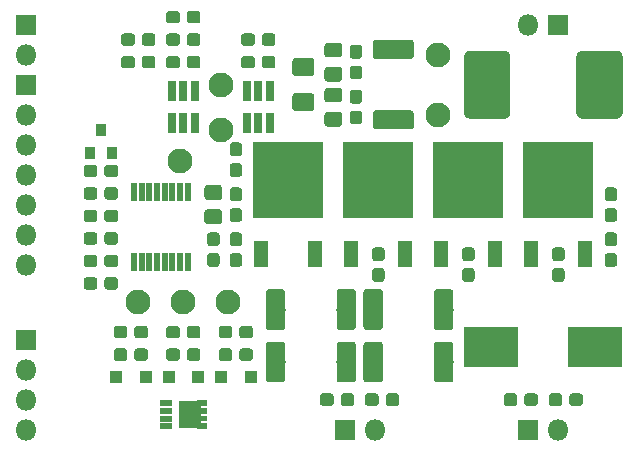
<source format=gbr>
%TF.GenerationSoftware,KiCad,Pcbnew,(5.1.2)-2*%
%TF.CreationDate,2019-07-04T00:25:09-07:00*%
%TF.ProjectId,PowerStage SubBoard 0-2,506f7765-7253-4746-9167-652053756242,rev?*%
%TF.SameCoordinates,Original*%
%TF.FileFunction,Soldermask,Top*%
%TF.FilePolarity,Negative*%
%FSLAX46Y46*%
G04 Gerber Fmt 4.6, Leading zero omitted, Abs format (unit mm)*
G04 Created by KiCad (PCBNEW (5.1.2)-2) date 2019-07-04 00:25:09*
%MOMM*%
%LPD*%
G04 APERTURE LIST*
%ADD10O,1.801600X1.801600*%
%ADD11R,1.801600X1.801600*%
%ADD12C,0.100000*%
%ADD13C,1.051600*%
%ADD14R,0.901600X1.001600*%
%ADD15R,5.901600X6.501600*%
%ADD16R,1.301600X2.301600*%
%ADD17R,1.101600X1.101600*%
%ADD18C,1.626600*%
%ADD19R,0.551600X1.601600*%
%ADD20R,0.751600X1.661600*%
%ADD21C,2.101600*%
%ADD22C,1.725000*%
%ADD23R,1.091600X0.506600*%
%ADD24C,3.901600*%
%ADD25R,4.601600X3.401600*%
%ADD26C,1.251600*%
%ADD27C,1.526600*%
G04 APERTURE END LIST*
D10*
X131445000Y-99060000D03*
X131445000Y-96520000D03*
X131445000Y-93980000D03*
X131445000Y-91440000D03*
X131445000Y-88900000D03*
X131445000Y-86360000D03*
D11*
X131445000Y-83820000D03*
D12*
G36*
X139008669Y-90597966D02*
G01*
X139034189Y-90601752D01*
X139059216Y-90608020D01*
X139083507Y-90616712D01*
X139106830Y-90627743D01*
X139128959Y-90641007D01*
X139149682Y-90656376D01*
X139168798Y-90673702D01*
X139186124Y-90692818D01*
X139201493Y-90713541D01*
X139214757Y-90735670D01*
X139225788Y-90758993D01*
X139234480Y-90783284D01*
X139240748Y-90808311D01*
X139244534Y-90833831D01*
X139245800Y-90859600D01*
X139245800Y-91385400D01*
X139244534Y-91411169D01*
X139240748Y-91436689D01*
X139234480Y-91461716D01*
X139225788Y-91486007D01*
X139214757Y-91509330D01*
X139201493Y-91531459D01*
X139186124Y-91552182D01*
X139168798Y-91571298D01*
X139149682Y-91588624D01*
X139128959Y-91603993D01*
X139106830Y-91617257D01*
X139083507Y-91628288D01*
X139059216Y-91636980D01*
X139034189Y-91643248D01*
X139008669Y-91647034D01*
X138982900Y-91648300D01*
X138357100Y-91648300D01*
X138331331Y-91647034D01*
X138305811Y-91643248D01*
X138280784Y-91636980D01*
X138256493Y-91628288D01*
X138233170Y-91617257D01*
X138211041Y-91603993D01*
X138190318Y-91588624D01*
X138171202Y-91571298D01*
X138153876Y-91552182D01*
X138138507Y-91531459D01*
X138125243Y-91509330D01*
X138114212Y-91486007D01*
X138105520Y-91461716D01*
X138099252Y-91436689D01*
X138095466Y-91411169D01*
X138094200Y-91385400D01*
X138094200Y-90859600D01*
X138095466Y-90833831D01*
X138099252Y-90808311D01*
X138105520Y-90783284D01*
X138114212Y-90758993D01*
X138125243Y-90735670D01*
X138138507Y-90713541D01*
X138153876Y-90692818D01*
X138171202Y-90673702D01*
X138190318Y-90656376D01*
X138211041Y-90641007D01*
X138233170Y-90627743D01*
X138256493Y-90616712D01*
X138280784Y-90608020D01*
X138305811Y-90601752D01*
X138331331Y-90597966D01*
X138357100Y-90596700D01*
X138982900Y-90596700D01*
X139008669Y-90597966D01*
X139008669Y-90597966D01*
G37*
D13*
X138670000Y-91122500D03*
D12*
G36*
X137258669Y-90597966D02*
G01*
X137284189Y-90601752D01*
X137309216Y-90608020D01*
X137333507Y-90616712D01*
X137356830Y-90627743D01*
X137378959Y-90641007D01*
X137399682Y-90656376D01*
X137418798Y-90673702D01*
X137436124Y-90692818D01*
X137451493Y-90713541D01*
X137464757Y-90735670D01*
X137475788Y-90758993D01*
X137484480Y-90783284D01*
X137490748Y-90808311D01*
X137494534Y-90833831D01*
X137495800Y-90859600D01*
X137495800Y-91385400D01*
X137494534Y-91411169D01*
X137490748Y-91436689D01*
X137484480Y-91461716D01*
X137475788Y-91486007D01*
X137464757Y-91509330D01*
X137451493Y-91531459D01*
X137436124Y-91552182D01*
X137418798Y-91571298D01*
X137399682Y-91588624D01*
X137378959Y-91603993D01*
X137356830Y-91617257D01*
X137333507Y-91628288D01*
X137309216Y-91636980D01*
X137284189Y-91643248D01*
X137258669Y-91647034D01*
X137232900Y-91648300D01*
X136607100Y-91648300D01*
X136581331Y-91647034D01*
X136555811Y-91643248D01*
X136530784Y-91636980D01*
X136506493Y-91628288D01*
X136483170Y-91617257D01*
X136461041Y-91603993D01*
X136440318Y-91588624D01*
X136421202Y-91571298D01*
X136403876Y-91552182D01*
X136388507Y-91531459D01*
X136375243Y-91509330D01*
X136364212Y-91486007D01*
X136355520Y-91461716D01*
X136349252Y-91436689D01*
X136345466Y-91411169D01*
X136344200Y-91385400D01*
X136344200Y-90859600D01*
X136345466Y-90833831D01*
X136349252Y-90808311D01*
X136355520Y-90783284D01*
X136364212Y-90758993D01*
X136375243Y-90735670D01*
X136388507Y-90713541D01*
X136403876Y-90692818D01*
X136421202Y-90673702D01*
X136440318Y-90656376D01*
X136461041Y-90641007D01*
X136483170Y-90627743D01*
X136506493Y-90616712D01*
X136530784Y-90608020D01*
X136555811Y-90601752D01*
X136581331Y-90597966D01*
X136607100Y-90596700D01*
X137232900Y-90596700D01*
X137258669Y-90597966D01*
X137258669Y-90597966D01*
G37*
D13*
X136920000Y-91122500D03*
D14*
X137795000Y-87646000D03*
X138745000Y-89646000D03*
X136845000Y-89646000D03*
D12*
G36*
X142183669Y-81390466D02*
G01*
X142209189Y-81394252D01*
X142234216Y-81400520D01*
X142258507Y-81409212D01*
X142281830Y-81420243D01*
X142303959Y-81433507D01*
X142324682Y-81448876D01*
X142343798Y-81466202D01*
X142361124Y-81485318D01*
X142376493Y-81506041D01*
X142389757Y-81528170D01*
X142400788Y-81551493D01*
X142409480Y-81575784D01*
X142415748Y-81600811D01*
X142419534Y-81626331D01*
X142420800Y-81652100D01*
X142420800Y-82177900D01*
X142419534Y-82203669D01*
X142415748Y-82229189D01*
X142409480Y-82254216D01*
X142400788Y-82278507D01*
X142389757Y-82301830D01*
X142376493Y-82323959D01*
X142361124Y-82344682D01*
X142343798Y-82363798D01*
X142324682Y-82381124D01*
X142303959Y-82396493D01*
X142281830Y-82409757D01*
X142258507Y-82420788D01*
X142234216Y-82429480D01*
X142209189Y-82435748D01*
X142183669Y-82439534D01*
X142157900Y-82440800D01*
X141532100Y-82440800D01*
X141506331Y-82439534D01*
X141480811Y-82435748D01*
X141455784Y-82429480D01*
X141431493Y-82420788D01*
X141408170Y-82409757D01*
X141386041Y-82396493D01*
X141365318Y-82381124D01*
X141346202Y-82363798D01*
X141328876Y-82344682D01*
X141313507Y-82323959D01*
X141300243Y-82301830D01*
X141289212Y-82278507D01*
X141280520Y-82254216D01*
X141274252Y-82229189D01*
X141270466Y-82203669D01*
X141269200Y-82177900D01*
X141269200Y-81652100D01*
X141270466Y-81626331D01*
X141274252Y-81600811D01*
X141280520Y-81575784D01*
X141289212Y-81551493D01*
X141300243Y-81528170D01*
X141313507Y-81506041D01*
X141328876Y-81485318D01*
X141346202Y-81466202D01*
X141365318Y-81448876D01*
X141386041Y-81433507D01*
X141408170Y-81420243D01*
X141431493Y-81409212D01*
X141455784Y-81400520D01*
X141480811Y-81394252D01*
X141506331Y-81390466D01*
X141532100Y-81389200D01*
X142157900Y-81389200D01*
X142183669Y-81390466D01*
X142183669Y-81390466D01*
G37*
D13*
X141845000Y-81915000D03*
D12*
G36*
X140433669Y-81390466D02*
G01*
X140459189Y-81394252D01*
X140484216Y-81400520D01*
X140508507Y-81409212D01*
X140531830Y-81420243D01*
X140553959Y-81433507D01*
X140574682Y-81448876D01*
X140593798Y-81466202D01*
X140611124Y-81485318D01*
X140626493Y-81506041D01*
X140639757Y-81528170D01*
X140650788Y-81551493D01*
X140659480Y-81575784D01*
X140665748Y-81600811D01*
X140669534Y-81626331D01*
X140670800Y-81652100D01*
X140670800Y-82177900D01*
X140669534Y-82203669D01*
X140665748Y-82229189D01*
X140659480Y-82254216D01*
X140650788Y-82278507D01*
X140639757Y-82301830D01*
X140626493Y-82323959D01*
X140611124Y-82344682D01*
X140593798Y-82363798D01*
X140574682Y-82381124D01*
X140553959Y-82396493D01*
X140531830Y-82409757D01*
X140508507Y-82420788D01*
X140484216Y-82429480D01*
X140459189Y-82435748D01*
X140433669Y-82439534D01*
X140407900Y-82440800D01*
X139782100Y-82440800D01*
X139756331Y-82439534D01*
X139730811Y-82435748D01*
X139705784Y-82429480D01*
X139681493Y-82420788D01*
X139658170Y-82409757D01*
X139636041Y-82396493D01*
X139615318Y-82381124D01*
X139596202Y-82363798D01*
X139578876Y-82344682D01*
X139563507Y-82323959D01*
X139550243Y-82301830D01*
X139539212Y-82278507D01*
X139530520Y-82254216D01*
X139524252Y-82229189D01*
X139520466Y-82203669D01*
X139519200Y-82177900D01*
X139519200Y-81652100D01*
X139520466Y-81626331D01*
X139524252Y-81600811D01*
X139530520Y-81575784D01*
X139539212Y-81551493D01*
X139550243Y-81528170D01*
X139563507Y-81506041D01*
X139578876Y-81485318D01*
X139596202Y-81466202D01*
X139615318Y-81448876D01*
X139636041Y-81433507D01*
X139658170Y-81420243D01*
X139681493Y-81409212D01*
X139705784Y-81400520D01*
X139730811Y-81394252D01*
X139756331Y-81390466D01*
X139782100Y-81389200D01*
X140407900Y-81389200D01*
X140433669Y-81390466D01*
X140433669Y-81390466D01*
G37*
D13*
X140095000Y-81915000D03*
D12*
G36*
X140433669Y-79485466D02*
G01*
X140459189Y-79489252D01*
X140484216Y-79495520D01*
X140508507Y-79504212D01*
X140531830Y-79515243D01*
X140553959Y-79528507D01*
X140574682Y-79543876D01*
X140593798Y-79561202D01*
X140611124Y-79580318D01*
X140626493Y-79601041D01*
X140639757Y-79623170D01*
X140650788Y-79646493D01*
X140659480Y-79670784D01*
X140665748Y-79695811D01*
X140669534Y-79721331D01*
X140670800Y-79747100D01*
X140670800Y-80272900D01*
X140669534Y-80298669D01*
X140665748Y-80324189D01*
X140659480Y-80349216D01*
X140650788Y-80373507D01*
X140639757Y-80396830D01*
X140626493Y-80418959D01*
X140611124Y-80439682D01*
X140593798Y-80458798D01*
X140574682Y-80476124D01*
X140553959Y-80491493D01*
X140531830Y-80504757D01*
X140508507Y-80515788D01*
X140484216Y-80524480D01*
X140459189Y-80530748D01*
X140433669Y-80534534D01*
X140407900Y-80535800D01*
X139782100Y-80535800D01*
X139756331Y-80534534D01*
X139730811Y-80530748D01*
X139705784Y-80524480D01*
X139681493Y-80515788D01*
X139658170Y-80504757D01*
X139636041Y-80491493D01*
X139615318Y-80476124D01*
X139596202Y-80458798D01*
X139578876Y-80439682D01*
X139563507Y-80418959D01*
X139550243Y-80396830D01*
X139539212Y-80373507D01*
X139530520Y-80349216D01*
X139524252Y-80324189D01*
X139520466Y-80298669D01*
X139519200Y-80272900D01*
X139519200Y-79747100D01*
X139520466Y-79721331D01*
X139524252Y-79695811D01*
X139530520Y-79670784D01*
X139539212Y-79646493D01*
X139550243Y-79623170D01*
X139563507Y-79601041D01*
X139578876Y-79580318D01*
X139596202Y-79561202D01*
X139615318Y-79543876D01*
X139636041Y-79528507D01*
X139658170Y-79515243D01*
X139681493Y-79504212D01*
X139705784Y-79495520D01*
X139730811Y-79489252D01*
X139756331Y-79485466D01*
X139782100Y-79484200D01*
X140407900Y-79484200D01*
X140433669Y-79485466D01*
X140433669Y-79485466D01*
G37*
D13*
X140095000Y-80010000D03*
D12*
G36*
X142183669Y-79485466D02*
G01*
X142209189Y-79489252D01*
X142234216Y-79495520D01*
X142258507Y-79504212D01*
X142281830Y-79515243D01*
X142303959Y-79528507D01*
X142324682Y-79543876D01*
X142343798Y-79561202D01*
X142361124Y-79580318D01*
X142376493Y-79601041D01*
X142389757Y-79623170D01*
X142400788Y-79646493D01*
X142409480Y-79670784D01*
X142415748Y-79695811D01*
X142419534Y-79721331D01*
X142420800Y-79747100D01*
X142420800Y-80272900D01*
X142419534Y-80298669D01*
X142415748Y-80324189D01*
X142409480Y-80349216D01*
X142400788Y-80373507D01*
X142389757Y-80396830D01*
X142376493Y-80418959D01*
X142361124Y-80439682D01*
X142343798Y-80458798D01*
X142324682Y-80476124D01*
X142303959Y-80491493D01*
X142281830Y-80504757D01*
X142258507Y-80515788D01*
X142234216Y-80524480D01*
X142209189Y-80530748D01*
X142183669Y-80534534D01*
X142157900Y-80535800D01*
X141532100Y-80535800D01*
X141506331Y-80534534D01*
X141480811Y-80530748D01*
X141455784Y-80524480D01*
X141431493Y-80515788D01*
X141408170Y-80504757D01*
X141386041Y-80491493D01*
X141365318Y-80476124D01*
X141346202Y-80458798D01*
X141328876Y-80439682D01*
X141313507Y-80418959D01*
X141300243Y-80396830D01*
X141289212Y-80373507D01*
X141280520Y-80349216D01*
X141274252Y-80324189D01*
X141270466Y-80298669D01*
X141269200Y-80272900D01*
X141269200Y-79747100D01*
X141270466Y-79721331D01*
X141274252Y-79695811D01*
X141280520Y-79670784D01*
X141289212Y-79646493D01*
X141300243Y-79623170D01*
X141313507Y-79601041D01*
X141328876Y-79580318D01*
X141346202Y-79561202D01*
X141365318Y-79543876D01*
X141386041Y-79528507D01*
X141408170Y-79515243D01*
X141431493Y-79504212D01*
X141455784Y-79495520D01*
X141480811Y-79489252D01*
X141506331Y-79485466D01*
X141532100Y-79484200D01*
X142157900Y-79484200D01*
X142183669Y-79485466D01*
X142183669Y-79485466D01*
G37*
D13*
X141845000Y-80010000D03*
D15*
X176530000Y-91880000D03*
D16*
X178810000Y-98180000D03*
X174250000Y-98180000D03*
D17*
X147975000Y-108585000D03*
X150475000Y-108585000D03*
D12*
G36*
X161415282Y-105590484D02*
G01*
X161441167Y-105594324D01*
X161466551Y-105600682D01*
X161491189Y-105609498D01*
X161514845Y-105620686D01*
X161537291Y-105634139D01*
X161558309Y-105649728D01*
X161577699Y-105667301D01*
X161595272Y-105686691D01*
X161610861Y-105707709D01*
X161624314Y-105730155D01*
X161635502Y-105753811D01*
X161644318Y-105778449D01*
X161650676Y-105803833D01*
X161654516Y-105829718D01*
X161655800Y-105855855D01*
X161655800Y-108774145D01*
X161654516Y-108800282D01*
X161650676Y-108826167D01*
X161644318Y-108851551D01*
X161635502Y-108876189D01*
X161624314Y-108899845D01*
X161610861Y-108922291D01*
X161595272Y-108943309D01*
X161577699Y-108962699D01*
X161558309Y-108980272D01*
X161537291Y-108995861D01*
X161514845Y-109009314D01*
X161491189Y-109020502D01*
X161466551Y-109029318D01*
X161441167Y-109035676D01*
X161415282Y-109039516D01*
X161389145Y-109040800D01*
X160295855Y-109040800D01*
X160269718Y-109039516D01*
X160243833Y-109035676D01*
X160218449Y-109029318D01*
X160193811Y-109020502D01*
X160170155Y-109009314D01*
X160147709Y-108995861D01*
X160126691Y-108980272D01*
X160107301Y-108962699D01*
X160089728Y-108943309D01*
X160074139Y-108922291D01*
X160060686Y-108899845D01*
X160049498Y-108876189D01*
X160040682Y-108851551D01*
X160034324Y-108826167D01*
X160030484Y-108800282D01*
X160029200Y-108774145D01*
X160029200Y-105855855D01*
X160030484Y-105829718D01*
X160034324Y-105803833D01*
X160040682Y-105778449D01*
X160049498Y-105753811D01*
X160060686Y-105730155D01*
X160074139Y-105707709D01*
X160089728Y-105686691D01*
X160107301Y-105667301D01*
X160126691Y-105649728D01*
X160147709Y-105634139D01*
X160170155Y-105620686D01*
X160193811Y-105609498D01*
X160218449Y-105600682D01*
X160243833Y-105594324D01*
X160269718Y-105590484D01*
X160295855Y-105589200D01*
X161389145Y-105589200D01*
X161415282Y-105590484D01*
X161415282Y-105590484D01*
G37*
D18*
X160842500Y-107315000D03*
D12*
G36*
X167390282Y-105590484D02*
G01*
X167416167Y-105594324D01*
X167441551Y-105600682D01*
X167466189Y-105609498D01*
X167489845Y-105620686D01*
X167512291Y-105634139D01*
X167533309Y-105649728D01*
X167552699Y-105667301D01*
X167570272Y-105686691D01*
X167585861Y-105707709D01*
X167599314Y-105730155D01*
X167610502Y-105753811D01*
X167619318Y-105778449D01*
X167625676Y-105803833D01*
X167629516Y-105829718D01*
X167630800Y-105855855D01*
X167630800Y-108774145D01*
X167629516Y-108800282D01*
X167625676Y-108826167D01*
X167619318Y-108851551D01*
X167610502Y-108876189D01*
X167599314Y-108899845D01*
X167585861Y-108922291D01*
X167570272Y-108943309D01*
X167552699Y-108962699D01*
X167533309Y-108980272D01*
X167512291Y-108995861D01*
X167489845Y-109009314D01*
X167466189Y-109020502D01*
X167441551Y-109029318D01*
X167416167Y-109035676D01*
X167390282Y-109039516D01*
X167364145Y-109040800D01*
X166270855Y-109040800D01*
X166244718Y-109039516D01*
X166218833Y-109035676D01*
X166193449Y-109029318D01*
X166168811Y-109020502D01*
X166145155Y-109009314D01*
X166122709Y-108995861D01*
X166101691Y-108980272D01*
X166082301Y-108962699D01*
X166064728Y-108943309D01*
X166049139Y-108922291D01*
X166035686Y-108899845D01*
X166024498Y-108876189D01*
X166015682Y-108851551D01*
X166009324Y-108826167D01*
X166005484Y-108800282D01*
X166004200Y-108774145D01*
X166004200Y-105855855D01*
X166005484Y-105829718D01*
X166009324Y-105803833D01*
X166015682Y-105778449D01*
X166024498Y-105753811D01*
X166035686Y-105730155D01*
X166049139Y-105707709D01*
X166064728Y-105686691D01*
X166082301Y-105667301D01*
X166101691Y-105649728D01*
X166122709Y-105634139D01*
X166145155Y-105620686D01*
X166168811Y-105609498D01*
X166193449Y-105600682D01*
X166218833Y-105594324D01*
X166244718Y-105590484D01*
X166270855Y-105589200D01*
X167364145Y-105589200D01*
X167390282Y-105590484D01*
X167390282Y-105590484D01*
G37*
D18*
X166817500Y-107315000D03*
D12*
G36*
X159135282Y-101145484D02*
G01*
X159161167Y-101149324D01*
X159186551Y-101155682D01*
X159211189Y-101164498D01*
X159234845Y-101175686D01*
X159257291Y-101189139D01*
X159278309Y-101204728D01*
X159297699Y-101222301D01*
X159315272Y-101241691D01*
X159330861Y-101262709D01*
X159344314Y-101285155D01*
X159355502Y-101308811D01*
X159364318Y-101333449D01*
X159370676Y-101358833D01*
X159374516Y-101384718D01*
X159375800Y-101410855D01*
X159375800Y-104329145D01*
X159374516Y-104355282D01*
X159370676Y-104381167D01*
X159364318Y-104406551D01*
X159355502Y-104431189D01*
X159344314Y-104454845D01*
X159330861Y-104477291D01*
X159315272Y-104498309D01*
X159297699Y-104517699D01*
X159278309Y-104535272D01*
X159257291Y-104550861D01*
X159234845Y-104564314D01*
X159211189Y-104575502D01*
X159186551Y-104584318D01*
X159161167Y-104590676D01*
X159135282Y-104594516D01*
X159109145Y-104595800D01*
X158015855Y-104595800D01*
X157989718Y-104594516D01*
X157963833Y-104590676D01*
X157938449Y-104584318D01*
X157913811Y-104575502D01*
X157890155Y-104564314D01*
X157867709Y-104550861D01*
X157846691Y-104535272D01*
X157827301Y-104517699D01*
X157809728Y-104498309D01*
X157794139Y-104477291D01*
X157780686Y-104454845D01*
X157769498Y-104431189D01*
X157760682Y-104406551D01*
X157754324Y-104381167D01*
X157750484Y-104355282D01*
X157749200Y-104329145D01*
X157749200Y-101410855D01*
X157750484Y-101384718D01*
X157754324Y-101358833D01*
X157760682Y-101333449D01*
X157769498Y-101308811D01*
X157780686Y-101285155D01*
X157794139Y-101262709D01*
X157809728Y-101241691D01*
X157827301Y-101222301D01*
X157846691Y-101204728D01*
X157867709Y-101189139D01*
X157890155Y-101175686D01*
X157913811Y-101164498D01*
X157938449Y-101155682D01*
X157963833Y-101149324D01*
X157989718Y-101145484D01*
X158015855Y-101144200D01*
X159109145Y-101144200D01*
X159135282Y-101145484D01*
X159135282Y-101145484D01*
G37*
D18*
X158562500Y-102870000D03*
D12*
G36*
X153160282Y-101145484D02*
G01*
X153186167Y-101149324D01*
X153211551Y-101155682D01*
X153236189Y-101164498D01*
X153259845Y-101175686D01*
X153282291Y-101189139D01*
X153303309Y-101204728D01*
X153322699Y-101222301D01*
X153340272Y-101241691D01*
X153355861Y-101262709D01*
X153369314Y-101285155D01*
X153380502Y-101308811D01*
X153389318Y-101333449D01*
X153395676Y-101358833D01*
X153399516Y-101384718D01*
X153400800Y-101410855D01*
X153400800Y-104329145D01*
X153399516Y-104355282D01*
X153395676Y-104381167D01*
X153389318Y-104406551D01*
X153380502Y-104431189D01*
X153369314Y-104454845D01*
X153355861Y-104477291D01*
X153340272Y-104498309D01*
X153322699Y-104517699D01*
X153303309Y-104535272D01*
X153282291Y-104550861D01*
X153259845Y-104564314D01*
X153236189Y-104575502D01*
X153211551Y-104584318D01*
X153186167Y-104590676D01*
X153160282Y-104594516D01*
X153134145Y-104595800D01*
X152040855Y-104595800D01*
X152014718Y-104594516D01*
X151988833Y-104590676D01*
X151963449Y-104584318D01*
X151938811Y-104575502D01*
X151915155Y-104564314D01*
X151892709Y-104550861D01*
X151871691Y-104535272D01*
X151852301Y-104517699D01*
X151834728Y-104498309D01*
X151819139Y-104477291D01*
X151805686Y-104454845D01*
X151794498Y-104431189D01*
X151785682Y-104406551D01*
X151779324Y-104381167D01*
X151775484Y-104355282D01*
X151774200Y-104329145D01*
X151774200Y-101410855D01*
X151775484Y-101384718D01*
X151779324Y-101358833D01*
X151785682Y-101333449D01*
X151794498Y-101308811D01*
X151805686Y-101285155D01*
X151819139Y-101262709D01*
X151834728Y-101241691D01*
X151852301Y-101222301D01*
X151871691Y-101204728D01*
X151892709Y-101189139D01*
X151915155Y-101175686D01*
X151938811Y-101164498D01*
X151963449Y-101155682D01*
X151988833Y-101149324D01*
X152014718Y-101145484D01*
X152040855Y-101144200D01*
X153134145Y-101144200D01*
X153160282Y-101145484D01*
X153160282Y-101145484D01*
G37*
D18*
X152587500Y-102870000D03*
D12*
G36*
X153160282Y-105590484D02*
G01*
X153186167Y-105594324D01*
X153211551Y-105600682D01*
X153236189Y-105609498D01*
X153259845Y-105620686D01*
X153282291Y-105634139D01*
X153303309Y-105649728D01*
X153322699Y-105667301D01*
X153340272Y-105686691D01*
X153355861Y-105707709D01*
X153369314Y-105730155D01*
X153380502Y-105753811D01*
X153389318Y-105778449D01*
X153395676Y-105803833D01*
X153399516Y-105829718D01*
X153400800Y-105855855D01*
X153400800Y-108774145D01*
X153399516Y-108800282D01*
X153395676Y-108826167D01*
X153389318Y-108851551D01*
X153380502Y-108876189D01*
X153369314Y-108899845D01*
X153355861Y-108922291D01*
X153340272Y-108943309D01*
X153322699Y-108962699D01*
X153303309Y-108980272D01*
X153282291Y-108995861D01*
X153259845Y-109009314D01*
X153236189Y-109020502D01*
X153211551Y-109029318D01*
X153186167Y-109035676D01*
X153160282Y-109039516D01*
X153134145Y-109040800D01*
X152040855Y-109040800D01*
X152014718Y-109039516D01*
X151988833Y-109035676D01*
X151963449Y-109029318D01*
X151938811Y-109020502D01*
X151915155Y-109009314D01*
X151892709Y-108995861D01*
X151871691Y-108980272D01*
X151852301Y-108962699D01*
X151834728Y-108943309D01*
X151819139Y-108922291D01*
X151805686Y-108899845D01*
X151794498Y-108876189D01*
X151785682Y-108851551D01*
X151779324Y-108826167D01*
X151775484Y-108800282D01*
X151774200Y-108774145D01*
X151774200Y-105855855D01*
X151775484Y-105829718D01*
X151779324Y-105803833D01*
X151785682Y-105778449D01*
X151794498Y-105753811D01*
X151805686Y-105730155D01*
X151819139Y-105707709D01*
X151834728Y-105686691D01*
X151852301Y-105667301D01*
X151871691Y-105649728D01*
X151892709Y-105634139D01*
X151915155Y-105620686D01*
X151938811Y-105609498D01*
X151963449Y-105600682D01*
X151988833Y-105594324D01*
X152014718Y-105590484D01*
X152040855Y-105589200D01*
X153134145Y-105589200D01*
X153160282Y-105590484D01*
X153160282Y-105590484D01*
G37*
D18*
X152587500Y-107315000D03*
D12*
G36*
X159135282Y-105590484D02*
G01*
X159161167Y-105594324D01*
X159186551Y-105600682D01*
X159211189Y-105609498D01*
X159234845Y-105620686D01*
X159257291Y-105634139D01*
X159278309Y-105649728D01*
X159297699Y-105667301D01*
X159315272Y-105686691D01*
X159330861Y-105707709D01*
X159344314Y-105730155D01*
X159355502Y-105753811D01*
X159364318Y-105778449D01*
X159370676Y-105803833D01*
X159374516Y-105829718D01*
X159375800Y-105855855D01*
X159375800Y-108774145D01*
X159374516Y-108800282D01*
X159370676Y-108826167D01*
X159364318Y-108851551D01*
X159355502Y-108876189D01*
X159344314Y-108899845D01*
X159330861Y-108922291D01*
X159315272Y-108943309D01*
X159297699Y-108962699D01*
X159278309Y-108980272D01*
X159257291Y-108995861D01*
X159234845Y-109009314D01*
X159211189Y-109020502D01*
X159186551Y-109029318D01*
X159161167Y-109035676D01*
X159135282Y-109039516D01*
X159109145Y-109040800D01*
X158015855Y-109040800D01*
X157989718Y-109039516D01*
X157963833Y-109035676D01*
X157938449Y-109029318D01*
X157913811Y-109020502D01*
X157890155Y-109009314D01*
X157867709Y-108995861D01*
X157846691Y-108980272D01*
X157827301Y-108962699D01*
X157809728Y-108943309D01*
X157794139Y-108922291D01*
X157780686Y-108899845D01*
X157769498Y-108876189D01*
X157760682Y-108851551D01*
X157754324Y-108826167D01*
X157750484Y-108800282D01*
X157749200Y-108774145D01*
X157749200Y-105855855D01*
X157750484Y-105829718D01*
X157754324Y-105803833D01*
X157760682Y-105778449D01*
X157769498Y-105753811D01*
X157780686Y-105730155D01*
X157794139Y-105707709D01*
X157809728Y-105686691D01*
X157827301Y-105667301D01*
X157846691Y-105649728D01*
X157867709Y-105634139D01*
X157890155Y-105620686D01*
X157913811Y-105609498D01*
X157938449Y-105600682D01*
X157963833Y-105594324D01*
X157989718Y-105590484D01*
X158015855Y-105589200D01*
X159109145Y-105589200D01*
X159135282Y-105590484D01*
X159135282Y-105590484D01*
G37*
D18*
X158562500Y-107315000D03*
D19*
X145150000Y-98835000D03*
X144500000Y-98835000D03*
X143850000Y-98835000D03*
X143200000Y-98835000D03*
X142550000Y-98835000D03*
X141900000Y-98835000D03*
X141250000Y-98835000D03*
X140600000Y-98835000D03*
X140600000Y-92935000D03*
X141250000Y-92935000D03*
X141900000Y-92935000D03*
X142550000Y-92935000D03*
X143200000Y-92935000D03*
X143850000Y-92935000D03*
X144500000Y-92935000D03*
X145150000Y-92935000D03*
D20*
X151130000Y-84375000D03*
X150180000Y-84375000D03*
X152080000Y-84375000D03*
X152080000Y-87075000D03*
X151130000Y-87075000D03*
X150180000Y-87075000D03*
X144780000Y-87075000D03*
X145730000Y-87075000D03*
X143830000Y-87075000D03*
X143830000Y-84375000D03*
X144780000Y-84375000D03*
X145730000Y-84375000D03*
D21*
X140970000Y-102235000D03*
X144780000Y-102235000D03*
X148590000Y-102235000D03*
X166370000Y-86360000D03*
X166370000Y-81280000D03*
X144526000Y-90297000D03*
X147955000Y-87630000D03*
X147955000Y-83820000D03*
D12*
G36*
X139008669Y-94407966D02*
G01*
X139034189Y-94411752D01*
X139059216Y-94418020D01*
X139083507Y-94426712D01*
X139106830Y-94437743D01*
X139128959Y-94451007D01*
X139149682Y-94466376D01*
X139168798Y-94483702D01*
X139186124Y-94502818D01*
X139201493Y-94523541D01*
X139214757Y-94545670D01*
X139225788Y-94568993D01*
X139234480Y-94593284D01*
X139240748Y-94618311D01*
X139244534Y-94643831D01*
X139245800Y-94669600D01*
X139245800Y-95195400D01*
X139244534Y-95221169D01*
X139240748Y-95246689D01*
X139234480Y-95271716D01*
X139225788Y-95296007D01*
X139214757Y-95319330D01*
X139201493Y-95341459D01*
X139186124Y-95362182D01*
X139168798Y-95381298D01*
X139149682Y-95398624D01*
X139128959Y-95413993D01*
X139106830Y-95427257D01*
X139083507Y-95438288D01*
X139059216Y-95446980D01*
X139034189Y-95453248D01*
X139008669Y-95457034D01*
X138982900Y-95458300D01*
X138357100Y-95458300D01*
X138331331Y-95457034D01*
X138305811Y-95453248D01*
X138280784Y-95446980D01*
X138256493Y-95438288D01*
X138233170Y-95427257D01*
X138211041Y-95413993D01*
X138190318Y-95398624D01*
X138171202Y-95381298D01*
X138153876Y-95362182D01*
X138138507Y-95341459D01*
X138125243Y-95319330D01*
X138114212Y-95296007D01*
X138105520Y-95271716D01*
X138099252Y-95246689D01*
X138095466Y-95221169D01*
X138094200Y-95195400D01*
X138094200Y-94669600D01*
X138095466Y-94643831D01*
X138099252Y-94618311D01*
X138105520Y-94593284D01*
X138114212Y-94568993D01*
X138125243Y-94545670D01*
X138138507Y-94523541D01*
X138153876Y-94502818D01*
X138171202Y-94483702D01*
X138190318Y-94466376D01*
X138211041Y-94451007D01*
X138233170Y-94437743D01*
X138256493Y-94426712D01*
X138280784Y-94418020D01*
X138305811Y-94411752D01*
X138331331Y-94407966D01*
X138357100Y-94406700D01*
X138982900Y-94406700D01*
X139008669Y-94407966D01*
X139008669Y-94407966D01*
G37*
D13*
X138670000Y-94932500D03*
D12*
G36*
X137258669Y-94407966D02*
G01*
X137284189Y-94411752D01*
X137309216Y-94418020D01*
X137333507Y-94426712D01*
X137356830Y-94437743D01*
X137378959Y-94451007D01*
X137399682Y-94466376D01*
X137418798Y-94483702D01*
X137436124Y-94502818D01*
X137451493Y-94523541D01*
X137464757Y-94545670D01*
X137475788Y-94568993D01*
X137484480Y-94593284D01*
X137490748Y-94618311D01*
X137494534Y-94643831D01*
X137495800Y-94669600D01*
X137495800Y-95195400D01*
X137494534Y-95221169D01*
X137490748Y-95246689D01*
X137484480Y-95271716D01*
X137475788Y-95296007D01*
X137464757Y-95319330D01*
X137451493Y-95341459D01*
X137436124Y-95362182D01*
X137418798Y-95381298D01*
X137399682Y-95398624D01*
X137378959Y-95413993D01*
X137356830Y-95427257D01*
X137333507Y-95438288D01*
X137309216Y-95446980D01*
X137284189Y-95453248D01*
X137258669Y-95457034D01*
X137232900Y-95458300D01*
X136607100Y-95458300D01*
X136581331Y-95457034D01*
X136555811Y-95453248D01*
X136530784Y-95446980D01*
X136506493Y-95438288D01*
X136483170Y-95427257D01*
X136461041Y-95413993D01*
X136440318Y-95398624D01*
X136421202Y-95381298D01*
X136403876Y-95362182D01*
X136388507Y-95341459D01*
X136375243Y-95319330D01*
X136364212Y-95296007D01*
X136355520Y-95271716D01*
X136349252Y-95246689D01*
X136345466Y-95221169D01*
X136344200Y-95195400D01*
X136344200Y-94669600D01*
X136345466Y-94643831D01*
X136349252Y-94618311D01*
X136355520Y-94593284D01*
X136364212Y-94568993D01*
X136375243Y-94545670D01*
X136388507Y-94523541D01*
X136403876Y-94502818D01*
X136421202Y-94483702D01*
X136440318Y-94466376D01*
X136461041Y-94451007D01*
X136483170Y-94437743D01*
X136506493Y-94426712D01*
X136530784Y-94418020D01*
X136555811Y-94411752D01*
X136581331Y-94407966D01*
X136607100Y-94406700D01*
X137232900Y-94406700D01*
X137258669Y-94407966D01*
X137258669Y-94407966D01*
G37*
D13*
X136920000Y-94932500D03*
D12*
G36*
X161415282Y-101145484D02*
G01*
X161441167Y-101149324D01*
X161466551Y-101155682D01*
X161491189Y-101164498D01*
X161514845Y-101175686D01*
X161537291Y-101189139D01*
X161558309Y-101204728D01*
X161577699Y-101222301D01*
X161595272Y-101241691D01*
X161610861Y-101262709D01*
X161624314Y-101285155D01*
X161635502Y-101308811D01*
X161644318Y-101333449D01*
X161650676Y-101358833D01*
X161654516Y-101384718D01*
X161655800Y-101410855D01*
X161655800Y-104329145D01*
X161654516Y-104355282D01*
X161650676Y-104381167D01*
X161644318Y-104406551D01*
X161635502Y-104431189D01*
X161624314Y-104454845D01*
X161610861Y-104477291D01*
X161595272Y-104498309D01*
X161577699Y-104517699D01*
X161558309Y-104535272D01*
X161537291Y-104550861D01*
X161514845Y-104564314D01*
X161491189Y-104575502D01*
X161466551Y-104584318D01*
X161441167Y-104590676D01*
X161415282Y-104594516D01*
X161389145Y-104595800D01*
X160295855Y-104595800D01*
X160269718Y-104594516D01*
X160243833Y-104590676D01*
X160218449Y-104584318D01*
X160193811Y-104575502D01*
X160170155Y-104564314D01*
X160147709Y-104550861D01*
X160126691Y-104535272D01*
X160107301Y-104517699D01*
X160089728Y-104498309D01*
X160074139Y-104477291D01*
X160060686Y-104454845D01*
X160049498Y-104431189D01*
X160040682Y-104406551D01*
X160034324Y-104381167D01*
X160030484Y-104355282D01*
X160029200Y-104329145D01*
X160029200Y-101410855D01*
X160030484Y-101384718D01*
X160034324Y-101358833D01*
X160040682Y-101333449D01*
X160049498Y-101308811D01*
X160060686Y-101285155D01*
X160074139Y-101262709D01*
X160089728Y-101241691D01*
X160107301Y-101222301D01*
X160126691Y-101204728D01*
X160147709Y-101189139D01*
X160170155Y-101175686D01*
X160193811Y-101164498D01*
X160218449Y-101155682D01*
X160243833Y-101149324D01*
X160269718Y-101145484D01*
X160295855Y-101144200D01*
X161389145Y-101144200D01*
X161415282Y-101145484D01*
X161415282Y-101145484D01*
G37*
D18*
X160842500Y-102870000D03*
D12*
G36*
X167390282Y-101145484D02*
G01*
X167416167Y-101149324D01*
X167441551Y-101155682D01*
X167466189Y-101164498D01*
X167489845Y-101175686D01*
X167512291Y-101189139D01*
X167533309Y-101204728D01*
X167552699Y-101222301D01*
X167570272Y-101241691D01*
X167585861Y-101262709D01*
X167599314Y-101285155D01*
X167610502Y-101308811D01*
X167619318Y-101333449D01*
X167625676Y-101358833D01*
X167629516Y-101384718D01*
X167630800Y-101410855D01*
X167630800Y-104329145D01*
X167629516Y-104355282D01*
X167625676Y-104381167D01*
X167619318Y-104406551D01*
X167610502Y-104431189D01*
X167599314Y-104454845D01*
X167585861Y-104477291D01*
X167570272Y-104498309D01*
X167552699Y-104517699D01*
X167533309Y-104535272D01*
X167512291Y-104550861D01*
X167489845Y-104564314D01*
X167466189Y-104575502D01*
X167441551Y-104584318D01*
X167416167Y-104590676D01*
X167390282Y-104594516D01*
X167364145Y-104595800D01*
X166270855Y-104595800D01*
X166244718Y-104594516D01*
X166218833Y-104590676D01*
X166193449Y-104584318D01*
X166168811Y-104575502D01*
X166145155Y-104564314D01*
X166122709Y-104550861D01*
X166101691Y-104535272D01*
X166082301Y-104517699D01*
X166064728Y-104498309D01*
X166049139Y-104477291D01*
X166035686Y-104454845D01*
X166024498Y-104431189D01*
X166015682Y-104406551D01*
X166009324Y-104381167D01*
X166005484Y-104355282D01*
X166004200Y-104329145D01*
X166004200Y-101410855D01*
X166005484Y-101384718D01*
X166009324Y-101358833D01*
X166015682Y-101333449D01*
X166024498Y-101308811D01*
X166035686Y-101285155D01*
X166049139Y-101262709D01*
X166064728Y-101241691D01*
X166082301Y-101222301D01*
X166101691Y-101204728D01*
X166122709Y-101189139D01*
X166145155Y-101175686D01*
X166168811Y-101164498D01*
X166193449Y-101155682D01*
X166218833Y-101149324D01*
X166244718Y-101145484D01*
X166270855Y-101144200D01*
X167364145Y-101144200D01*
X167390282Y-101145484D01*
X167390282Y-101145484D01*
G37*
D18*
X166817500Y-102870000D03*
D12*
G36*
X141548669Y-106155466D02*
G01*
X141574189Y-106159252D01*
X141599216Y-106165520D01*
X141623507Y-106174212D01*
X141646830Y-106185243D01*
X141668959Y-106198507D01*
X141689682Y-106213876D01*
X141708798Y-106231202D01*
X141726124Y-106250318D01*
X141741493Y-106271041D01*
X141754757Y-106293170D01*
X141765788Y-106316493D01*
X141774480Y-106340784D01*
X141780748Y-106365811D01*
X141784534Y-106391331D01*
X141785800Y-106417100D01*
X141785800Y-106942900D01*
X141784534Y-106968669D01*
X141780748Y-106994189D01*
X141774480Y-107019216D01*
X141765788Y-107043507D01*
X141754757Y-107066830D01*
X141741493Y-107088959D01*
X141726124Y-107109682D01*
X141708798Y-107128798D01*
X141689682Y-107146124D01*
X141668959Y-107161493D01*
X141646830Y-107174757D01*
X141623507Y-107185788D01*
X141599216Y-107194480D01*
X141574189Y-107200748D01*
X141548669Y-107204534D01*
X141522900Y-107205800D01*
X140897100Y-107205800D01*
X140871331Y-107204534D01*
X140845811Y-107200748D01*
X140820784Y-107194480D01*
X140796493Y-107185788D01*
X140773170Y-107174757D01*
X140751041Y-107161493D01*
X140730318Y-107146124D01*
X140711202Y-107128798D01*
X140693876Y-107109682D01*
X140678507Y-107088959D01*
X140665243Y-107066830D01*
X140654212Y-107043507D01*
X140645520Y-107019216D01*
X140639252Y-106994189D01*
X140635466Y-106968669D01*
X140634200Y-106942900D01*
X140634200Y-106417100D01*
X140635466Y-106391331D01*
X140639252Y-106365811D01*
X140645520Y-106340784D01*
X140654212Y-106316493D01*
X140665243Y-106293170D01*
X140678507Y-106271041D01*
X140693876Y-106250318D01*
X140711202Y-106231202D01*
X140730318Y-106213876D01*
X140751041Y-106198507D01*
X140773170Y-106185243D01*
X140796493Y-106174212D01*
X140820784Y-106165520D01*
X140845811Y-106159252D01*
X140871331Y-106155466D01*
X140897100Y-106154200D01*
X141522900Y-106154200D01*
X141548669Y-106155466D01*
X141548669Y-106155466D01*
G37*
D13*
X141210000Y-106680000D03*
D12*
G36*
X139798669Y-106155466D02*
G01*
X139824189Y-106159252D01*
X139849216Y-106165520D01*
X139873507Y-106174212D01*
X139896830Y-106185243D01*
X139918959Y-106198507D01*
X139939682Y-106213876D01*
X139958798Y-106231202D01*
X139976124Y-106250318D01*
X139991493Y-106271041D01*
X140004757Y-106293170D01*
X140015788Y-106316493D01*
X140024480Y-106340784D01*
X140030748Y-106365811D01*
X140034534Y-106391331D01*
X140035800Y-106417100D01*
X140035800Y-106942900D01*
X140034534Y-106968669D01*
X140030748Y-106994189D01*
X140024480Y-107019216D01*
X140015788Y-107043507D01*
X140004757Y-107066830D01*
X139991493Y-107088959D01*
X139976124Y-107109682D01*
X139958798Y-107128798D01*
X139939682Y-107146124D01*
X139918959Y-107161493D01*
X139896830Y-107174757D01*
X139873507Y-107185788D01*
X139849216Y-107194480D01*
X139824189Y-107200748D01*
X139798669Y-107204534D01*
X139772900Y-107205800D01*
X139147100Y-107205800D01*
X139121331Y-107204534D01*
X139095811Y-107200748D01*
X139070784Y-107194480D01*
X139046493Y-107185788D01*
X139023170Y-107174757D01*
X139001041Y-107161493D01*
X138980318Y-107146124D01*
X138961202Y-107128798D01*
X138943876Y-107109682D01*
X138928507Y-107088959D01*
X138915243Y-107066830D01*
X138904212Y-107043507D01*
X138895520Y-107019216D01*
X138889252Y-106994189D01*
X138885466Y-106968669D01*
X138884200Y-106942900D01*
X138884200Y-106417100D01*
X138885466Y-106391331D01*
X138889252Y-106365811D01*
X138895520Y-106340784D01*
X138904212Y-106316493D01*
X138915243Y-106293170D01*
X138928507Y-106271041D01*
X138943876Y-106250318D01*
X138961202Y-106231202D01*
X138980318Y-106213876D01*
X139001041Y-106198507D01*
X139023170Y-106185243D01*
X139046493Y-106174212D01*
X139070784Y-106165520D01*
X139095811Y-106159252D01*
X139121331Y-106155466D01*
X139147100Y-106154200D01*
X139772900Y-106154200D01*
X139798669Y-106155466D01*
X139798669Y-106155466D01*
G37*
D13*
X139460000Y-106680000D03*
D12*
G36*
X141548669Y-104250466D02*
G01*
X141574189Y-104254252D01*
X141599216Y-104260520D01*
X141623507Y-104269212D01*
X141646830Y-104280243D01*
X141668959Y-104293507D01*
X141689682Y-104308876D01*
X141708798Y-104326202D01*
X141726124Y-104345318D01*
X141741493Y-104366041D01*
X141754757Y-104388170D01*
X141765788Y-104411493D01*
X141774480Y-104435784D01*
X141780748Y-104460811D01*
X141784534Y-104486331D01*
X141785800Y-104512100D01*
X141785800Y-105037900D01*
X141784534Y-105063669D01*
X141780748Y-105089189D01*
X141774480Y-105114216D01*
X141765788Y-105138507D01*
X141754757Y-105161830D01*
X141741493Y-105183959D01*
X141726124Y-105204682D01*
X141708798Y-105223798D01*
X141689682Y-105241124D01*
X141668959Y-105256493D01*
X141646830Y-105269757D01*
X141623507Y-105280788D01*
X141599216Y-105289480D01*
X141574189Y-105295748D01*
X141548669Y-105299534D01*
X141522900Y-105300800D01*
X140897100Y-105300800D01*
X140871331Y-105299534D01*
X140845811Y-105295748D01*
X140820784Y-105289480D01*
X140796493Y-105280788D01*
X140773170Y-105269757D01*
X140751041Y-105256493D01*
X140730318Y-105241124D01*
X140711202Y-105223798D01*
X140693876Y-105204682D01*
X140678507Y-105183959D01*
X140665243Y-105161830D01*
X140654212Y-105138507D01*
X140645520Y-105114216D01*
X140639252Y-105089189D01*
X140635466Y-105063669D01*
X140634200Y-105037900D01*
X140634200Y-104512100D01*
X140635466Y-104486331D01*
X140639252Y-104460811D01*
X140645520Y-104435784D01*
X140654212Y-104411493D01*
X140665243Y-104388170D01*
X140678507Y-104366041D01*
X140693876Y-104345318D01*
X140711202Y-104326202D01*
X140730318Y-104308876D01*
X140751041Y-104293507D01*
X140773170Y-104280243D01*
X140796493Y-104269212D01*
X140820784Y-104260520D01*
X140845811Y-104254252D01*
X140871331Y-104250466D01*
X140897100Y-104249200D01*
X141522900Y-104249200D01*
X141548669Y-104250466D01*
X141548669Y-104250466D01*
G37*
D13*
X141210000Y-104775000D03*
D12*
G36*
X139798669Y-104250466D02*
G01*
X139824189Y-104254252D01*
X139849216Y-104260520D01*
X139873507Y-104269212D01*
X139896830Y-104280243D01*
X139918959Y-104293507D01*
X139939682Y-104308876D01*
X139958798Y-104326202D01*
X139976124Y-104345318D01*
X139991493Y-104366041D01*
X140004757Y-104388170D01*
X140015788Y-104411493D01*
X140024480Y-104435784D01*
X140030748Y-104460811D01*
X140034534Y-104486331D01*
X140035800Y-104512100D01*
X140035800Y-105037900D01*
X140034534Y-105063669D01*
X140030748Y-105089189D01*
X140024480Y-105114216D01*
X140015788Y-105138507D01*
X140004757Y-105161830D01*
X139991493Y-105183959D01*
X139976124Y-105204682D01*
X139958798Y-105223798D01*
X139939682Y-105241124D01*
X139918959Y-105256493D01*
X139896830Y-105269757D01*
X139873507Y-105280788D01*
X139849216Y-105289480D01*
X139824189Y-105295748D01*
X139798669Y-105299534D01*
X139772900Y-105300800D01*
X139147100Y-105300800D01*
X139121331Y-105299534D01*
X139095811Y-105295748D01*
X139070784Y-105289480D01*
X139046493Y-105280788D01*
X139023170Y-105269757D01*
X139001041Y-105256493D01*
X138980318Y-105241124D01*
X138961202Y-105223798D01*
X138943876Y-105204682D01*
X138928507Y-105183959D01*
X138915243Y-105161830D01*
X138904212Y-105138507D01*
X138895520Y-105114216D01*
X138889252Y-105089189D01*
X138885466Y-105063669D01*
X138884200Y-105037900D01*
X138884200Y-104512100D01*
X138885466Y-104486331D01*
X138889252Y-104460811D01*
X138895520Y-104435784D01*
X138904212Y-104411493D01*
X138915243Y-104388170D01*
X138928507Y-104366041D01*
X138943876Y-104345318D01*
X138961202Y-104326202D01*
X138980318Y-104308876D01*
X139001041Y-104293507D01*
X139023170Y-104280243D01*
X139046493Y-104269212D01*
X139070784Y-104260520D01*
X139095811Y-104254252D01*
X139121331Y-104250466D01*
X139147100Y-104249200D01*
X139772900Y-104249200D01*
X139798669Y-104250466D01*
X139798669Y-104250466D01*
G37*
D13*
X139460000Y-104775000D03*
D12*
G36*
X139008669Y-98217966D02*
G01*
X139034189Y-98221752D01*
X139059216Y-98228020D01*
X139083507Y-98236712D01*
X139106830Y-98247743D01*
X139128959Y-98261007D01*
X139149682Y-98276376D01*
X139168798Y-98293702D01*
X139186124Y-98312818D01*
X139201493Y-98333541D01*
X139214757Y-98355670D01*
X139225788Y-98378993D01*
X139234480Y-98403284D01*
X139240748Y-98428311D01*
X139244534Y-98453831D01*
X139245800Y-98479600D01*
X139245800Y-99005400D01*
X139244534Y-99031169D01*
X139240748Y-99056689D01*
X139234480Y-99081716D01*
X139225788Y-99106007D01*
X139214757Y-99129330D01*
X139201493Y-99151459D01*
X139186124Y-99172182D01*
X139168798Y-99191298D01*
X139149682Y-99208624D01*
X139128959Y-99223993D01*
X139106830Y-99237257D01*
X139083507Y-99248288D01*
X139059216Y-99256980D01*
X139034189Y-99263248D01*
X139008669Y-99267034D01*
X138982900Y-99268300D01*
X138357100Y-99268300D01*
X138331331Y-99267034D01*
X138305811Y-99263248D01*
X138280784Y-99256980D01*
X138256493Y-99248288D01*
X138233170Y-99237257D01*
X138211041Y-99223993D01*
X138190318Y-99208624D01*
X138171202Y-99191298D01*
X138153876Y-99172182D01*
X138138507Y-99151459D01*
X138125243Y-99129330D01*
X138114212Y-99106007D01*
X138105520Y-99081716D01*
X138099252Y-99056689D01*
X138095466Y-99031169D01*
X138094200Y-99005400D01*
X138094200Y-98479600D01*
X138095466Y-98453831D01*
X138099252Y-98428311D01*
X138105520Y-98403284D01*
X138114212Y-98378993D01*
X138125243Y-98355670D01*
X138138507Y-98333541D01*
X138153876Y-98312818D01*
X138171202Y-98293702D01*
X138190318Y-98276376D01*
X138211041Y-98261007D01*
X138233170Y-98247743D01*
X138256493Y-98236712D01*
X138280784Y-98228020D01*
X138305811Y-98221752D01*
X138331331Y-98217966D01*
X138357100Y-98216700D01*
X138982900Y-98216700D01*
X139008669Y-98217966D01*
X139008669Y-98217966D01*
G37*
D13*
X138670000Y-98742500D03*
D12*
G36*
X137258669Y-98217966D02*
G01*
X137284189Y-98221752D01*
X137309216Y-98228020D01*
X137333507Y-98236712D01*
X137356830Y-98247743D01*
X137378959Y-98261007D01*
X137399682Y-98276376D01*
X137418798Y-98293702D01*
X137436124Y-98312818D01*
X137451493Y-98333541D01*
X137464757Y-98355670D01*
X137475788Y-98378993D01*
X137484480Y-98403284D01*
X137490748Y-98428311D01*
X137494534Y-98453831D01*
X137495800Y-98479600D01*
X137495800Y-99005400D01*
X137494534Y-99031169D01*
X137490748Y-99056689D01*
X137484480Y-99081716D01*
X137475788Y-99106007D01*
X137464757Y-99129330D01*
X137451493Y-99151459D01*
X137436124Y-99172182D01*
X137418798Y-99191298D01*
X137399682Y-99208624D01*
X137378959Y-99223993D01*
X137356830Y-99237257D01*
X137333507Y-99248288D01*
X137309216Y-99256980D01*
X137284189Y-99263248D01*
X137258669Y-99267034D01*
X137232900Y-99268300D01*
X136607100Y-99268300D01*
X136581331Y-99267034D01*
X136555811Y-99263248D01*
X136530784Y-99256980D01*
X136506493Y-99248288D01*
X136483170Y-99237257D01*
X136461041Y-99223993D01*
X136440318Y-99208624D01*
X136421202Y-99191298D01*
X136403876Y-99172182D01*
X136388507Y-99151459D01*
X136375243Y-99129330D01*
X136364212Y-99106007D01*
X136355520Y-99081716D01*
X136349252Y-99056689D01*
X136345466Y-99031169D01*
X136344200Y-99005400D01*
X136344200Y-98479600D01*
X136345466Y-98453831D01*
X136349252Y-98428311D01*
X136355520Y-98403284D01*
X136364212Y-98378993D01*
X136375243Y-98355670D01*
X136388507Y-98333541D01*
X136403876Y-98312818D01*
X136421202Y-98293702D01*
X136440318Y-98276376D01*
X136461041Y-98261007D01*
X136483170Y-98247743D01*
X136506493Y-98236712D01*
X136530784Y-98228020D01*
X136555811Y-98221752D01*
X136581331Y-98217966D01*
X136607100Y-98216700D01*
X137232900Y-98216700D01*
X137258669Y-98217966D01*
X137258669Y-98217966D01*
G37*
D13*
X136920000Y-98742500D03*
D12*
G36*
X144243669Y-104250466D02*
G01*
X144269189Y-104254252D01*
X144294216Y-104260520D01*
X144318507Y-104269212D01*
X144341830Y-104280243D01*
X144363959Y-104293507D01*
X144384682Y-104308876D01*
X144403798Y-104326202D01*
X144421124Y-104345318D01*
X144436493Y-104366041D01*
X144449757Y-104388170D01*
X144460788Y-104411493D01*
X144469480Y-104435784D01*
X144475748Y-104460811D01*
X144479534Y-104486331D01*
X144480800Y-104512100D01*
X144480800Y-105037900D01*
X144479534Y-105063669D01*
X144475748Y-105089189D01*
X144469480Y-105114216D01*
X144460788Y-105138507D01*
X144449757Y-105161830D01*
X144436493Y-105183959D01*
X144421124Y-105204682D01*
X144403798Y-105223798D01*
X144384682Y-105241124D01*
X144363959Y-105256493D01*
X144341830Y-105269757D01*
X144318507Y-105280788D01*
X144294216Y-105289480D01*
X144269189Y-105295748D01*
X144243669Y-105299534D01*
X144217900Y-105300800D01*
X143592100Y-105300800D01*
X143566331Y-105299534D01*
X143540811Y-105295748D01*
X143515784Y-105289480D01*
X143491493Y-105280788D01*
X143468170Y-105269757D01*
X143446041Y-105256493D01*
X143425318Y-105241124D01*
X143406202Y-105223798D01*
X143388876Y-105204682D01*
X143373507Y-105183959D01*
X143360243Y-105161830D01*
X143349212Y-105138507D01*
X143340520Y-105114216D01*
X143334252Y-105089189D01*
X143330466Y-105063669D01*
X143329200Y-105037900D01*
X143329200Y-104512100D01*
X143330466Y-104486331D01*
X143334252Y-104460811D01*
X143340520Y-104435784D01*
X143349212Y-104411493D01*
X143360243Y-104388170D01*
X143373507Y-104366041D01*
X143388876Y-104345318D01*
X143406202Y-104326202D01*
X143425318Y-104308876D01*
X143446041Y-104293507D01*
X143468170Y-104280243D01*
X143491493Y-104269212D01*
X143515784Y-104260520D01*
X143540811Y-104254252D01*
X143566331Y-104250466D01*
X143592100Y-104249200D01*
X144217900Y-104249200D01*
X144243669Y-104250466D01*
X144243669Y-104250466D01*
G37*
D13*
X143905000Y-104775000D03*
D12*
G36*
X145993669Y-104250466D02*
G01*
X146019189Y-104254252D01*
X146044216Y-104260520D01*
X146068507Y-104269212D01*
X146091830Y-104280243D01*
X146113959Y-104293507D01*
X146134682Y-104308876D01*
X146153798Y-104326202D01*
X146171124Y-104345318D01*
X146186493Y-104366041D01*
X146199757Y-104388170D01*
X146210788Y-104411493D01*
X146219480Y-104435784D01*
X146225748Y-104460811D01*
X146229534Y-104486331D01*
X146230800Y-104512100D01*
X146230800Y-105037900D01*
X146229534Y-105063669D01*
X146225748Y-105089189D01*
X146219480Y-105114216D01*
X146210788Y-105138507D01*
X146199757Y-105161830D01*
X146186493Y-105183959D01*
X146171124Y-105204682D01*
X146153798Y-105223798D01*
X146134682Y-105241124D01*
X146113959Y-105256493D01*
X146091830Y-105269757D01*
X146068507Y-105280788D01*
X146044216Y-105289480D01*
X146019189Y-105295748D01*
X145993669Y-105299534D01*
X145967900Y-105300800D01*
X145342100Y-105300800D01*
X145316331Y-105299534D01*
X145290811Y-105295748D01*
X145265784Y-105289480D01*
X145241493Y-105280788D01*
X145218170Y-105269757D01*
X145196041Y-105256493D01*
X145175318Y-105241124D01*
X145156202Y-105223798D01*
X145138876Y-105204682D01*
X145123507Y-105183959D01*
X145110243Y-105161830D01*
X145099212Y-105138507D01*
X145090520Y-105114216D01*
X145084252Y-105089189D01*
X145080466Y-105063669D01*
X145079200Y-105037900D01*
X145079200Y-104512100D01*
X145080466Y-104486331D01*
X145084252Y-104460811D01*
X145090520Y-104435784D01*
X145099212Y-104411493D01*
X145110243Y-104388170D01*
X145123507Y-104366041D01*
X145138876Y-104345318D01*
X145156202Y-104326202D01*
X145175318Y-104308876D01*
X145196041Y-104293507D01*
X145218170Y-104280243D01*
X145241493Y-104269212D01*
X145265784Y-104260520D01*
X145290811Y-104254252D01*
X145316331Y-104250466D01*
X145342100Y-104249200D01*
X145967900Y-104249200D01*
X145993669Y-104250466D01*
X145993669Y-104250466D01*
G37*
D13*
X145655000Y-104775000D03*
D12*
G36*
X145993669Y-106155466D02*
G01*
X146019189Y-106159252D01*
X146044216Y-106165520D01*
X146068507Y-106174212D01*
X146091830Y-106185243D01*
X146113959Y-106198507D01*
X146134682Y-106213876D01*
X146153798Y-106231202D01*
X146171124Y-106250318D01*
X146186493Y-106271041D01*
X146199757Y-106293170D01*
X146210788Y-106316493D01*
X146219480Y-106340784D01*
X146225748Y-106365811D01*
X146229534Y-106391331D01*
X146230800Y-106417100D01*
X146230800Y-106942900D01*
X146229534Y-106968669D01*
X146225748Y-106994189D01*
X146219480Y-107019216D01*
X146210788Y-107043507D01*
X146199757Y-107066830D01*
X146186493Y-107088959D01*
X146171124Y-107109682D01*
X146153798Y-107128798D01*
X146134682Y-107146124D01*
X146113959Y-107161493D01*
X146091830Y-107174757D01*
X146068507Y-107185788D01*
X146044216Y-107194480D01*
X146019189Y-107200748D01*
X145993669Y-107204534D01*
X145967900Y-107205800D01*
X145342100Y-107205800D01*
X145316331Y-107204534D01*
X145290811Y-107200748D01*
X145265784Y-107194480D01*
X145241493Y-107185788D01*
X145218170Y-107174757D01*
X145196041Y-107161493D01*
X145175318Y-107146124D01*
X145156202Y-107128798D01*
X145138876Y-107109682D01*
X145123507Y-107088959D01*
X145110243Y-107066830D01*
X145099212Y-107043507D01*
X145090520Y-107019216D01*
X145084252Y-106994189D01*
X145080466Y-106968669D01*
X145079200Y-106942900D01*
X145079200Y-106417100D01*
X145080466Y-106391331D01*
X145084252Y-106365811D01*
X145090520Y-106340784D01*
X145099212Y-106316493D01*
X145110243Y-106293170D01*
X145123507Y-106271041D01*
X145138876Y-106250318D01*
X145156202Y-106231202D01*
X145175318Y-106213876D01*
X145196041Y-106198507D01*
X145218170Y-106185243D01*
X145241493Y-106174212D01*
X145265784Y-106165520D01*
X145290811Y-106159252D01*
X145316331Y-106155466D01*
X145342100Y-106154200D01*
X145967900Y-106154200D01*
X145993669Y-106155466D01*
X145993669Y-106155466D01*
G37*
D13*
X145655000Y-106680000D03*
D12*
G36*
X144243669Y-106155466D02*
G01*
X144269189Y-106159252D01*
X144294216Y-106165520D01*
X144318507Y-106174212D01*
X144341830Y-106185243D01*
X144363959Y-106198507D01*
X144384682Y-106213876D01*
X144403798Y-106231202D01*
X144421124Y-106250318D01*
X144436493Y-106271041D01*
X144449757Y-106293170D01*
X144460788Y-106316493D01*
X144469480Y-106340784D01*
X144475748Y-106365811D01*
X144479534Y-106391331D01*
X144480800Y-106417100D01*
X144480800Y-106942900D01*
X144479534Y-106968669D01*
X144475748Y-106994189D01*
X144469480Y-107019216D01*
X144460788Y-107043507D01*
X144449757Y-107066830D01*
X144436493Y-107088959D01*
X144421124Y-107109682D01*
X144403798Y-107128798D01*
X144384682Y-107146124D01*
X144363959Y-107161493D01*
X144341830Y-107174757D01*
X144318507Y-107185788D01*
X144294216Y-107194480D01*
X144269189Y-107200748D01*
X144243669Y-107204534D01*
X144217900Y-107205800D01*
X143592100Y-107205800D01*
X143566331Y-107204534D01*
X143540811Y-107200748D01*
X143515784Y-107194480D01*
X143491493Y-107185788D01*
X143468170Y-107174757D01*
X143446041Y-107161493D01*
X143425318Y-107146124D01*
X143406202Y-107128798D01*
X143388876Y-107109682D01*
X143373507Y-107088959D01*
X143360243Y-107066830D01*
X143349212Y-107043507D01*
X143340520Y-107019216D01*
X143334252Y-106994189D01*
X143330466Y-106968669D01*
X143329200Y-106942900D01*
X143329200Y-106417100D01*
X143330466Y-106391331D01*
X143334252Y-106365811D01*
X143340520Y-106340784D01*
X143349212Y-106316493D01*
X143360243Y-106293170D01*
X143373507Y-106271041D01*
X143388876Y-106250318D01*
X143406202Y-106231202D01*
X143425318Y-106213876D01*
X143446041Y-106198507D01*
X143468170Y-106185243D01*
X143491493Y-106174212D01*
X143515784Y-106165520D01*
X143540811Y-106159252D01*
X143566331Y-106155466D01*
X143592100Y-106154200D01*
X144217900Y-106154200D01*
X144243669Y-106155466D01*
X144243669Y-106155466D01*
G37*
D13*
X143905000Y-106680000D03*
D12*
G36*
X137258669Y-96312966D02*
G01*
X137284189Y-96316752D01*
X137309216Y-96323020D01*
X137333507Y-96331712D01*
X137356830Y-96342743D01*
X137378959Y-96356007D01*
X137399682Y-96371376D01*
X137418798Y-96388702D01*
X137436124Y-96407818D01*
X137451493Y-96428541D01*
X137464757Y-96450670D01*
X137475788Y-96473993D01*
X137484480Y-96498284D01*
X137490748Y-96523311D01*
X137494534Y-96548831D01*
X137495800Y-96574600D01*
X137495800Y-97100400D01*
X137494534Y-97126169D01*
X137490748Y-97151689D01*
X137484480Y-97176716D01*
X137475788Y-97201007D01*
X137464757Y-97224330D01*
X137451493Y-97246459D01*
X137436124Y-97267182D01*
X137418798Y-97286298D01*
X137399682Y-97303624D01*
X137378959Y-97318993D01*
X137356830Y-97332257D01*
X137333507Y-97343288D01*
X137309216Y-97351980D01*
X137284189Y-97358248D01*
X137258669Y-97362034D01*
X137232900Y-97363300D01*
X136607100Y-97363300D01*
X136581331Y-97362034D01*
X136555811Y-97358248D01*
X136530784Y-97351980D01*
X136506493Y-97343288D01*
X136483170Y-97332257D01*
X136461041Y-97318993D01*
X136440318Y-97303624D01*
X136421202Y-97286298D01*
X136403876Y-97267182D01*
X136388507Y-97246459D01*
X136375243Y-97224330D01*
X136364212Y-97201007D01*
X136355520Y-97176716D01*
X136349252Y-97151689D01*
X136345466Y-97126169D01*
X136344200Y-97100400D01*
X136344200Y-96574600D01*
X136345466Y-96548831D01*
X136349252Y-96523311D01*
X136355520Y-96498284D01*
X136364212Y-96473993D01*
X136375243Y-96450670D01*
X136388507Y-96428541D01*
X136403876Y-96407818D01*
X136421202Y-96388702D01*
X136440318Y-96371376D01*
X136461041Y-96356007D01*
X136483170Y-96342743D01*
X136506493Y-96331712D01*
X136530784Y-96323020D01*
X136555811Y-96316752D01*
X136581331Y-96312966D01*
X136607100Y-96311700D01*
X137232900Y-96311700D01*
X137258669Y-96312966D01*
X137258669Y-96312966D01*
G37*
D13*
X136920000Y-96837500D03*
D12*
G36*
X139008669Y-96312966D02*
G01*
X139034189Y-96316752D01*
X139059216Y-96323020D01*
X139083507Y-96331712D01*
X139106830Y-96342743D01*
X139128959Y-96356007D01*
X139149682Y-96371376D01*
X139168798Y-96388702D01*
X139186124Y-96407818D01*
X139201493Y-96428541D01*
X139214757Y-96450670D01*
X139225788Y-96473993D01*
X139234480Y-96498284D01*
X139240748Y-96523311D01*
X139244534Y-96548831D01*
X139245800Y-96574600D01*
X139245800Y-97100400D01*
X139244534Y-97126169D01*
X139240748Y-97151689D01*
X139234480Y-97176716D01*
X139225788Y-97201007D01*
X139214757Y-97224330D01*
X139201493Y-97246459D01*
X139186124Y-97267182D01*
X139168798Y-97286298D01*
X139149682Y-97303624D01*
X139128959Y-97318993D01*
X139106830Y-97332257D01*
X139083507Y-97343288D01*
X139059216Y-97351980D01*
X139034189Y-97358248D01*
X139008669Y-97362034D01*
X138982900Y-97363300D01*
X138357100Y-97363300D01*
X138331331Y-97362034D01*
X138305811Y-97358248D01*
X138280784Y-97351980D01*
X138256493Y-97343288D01*
X138233170Y-97332257D01*
X138211041Y-97318993D01*
X138190318Y-97303624D01*
X138171202Y-97286298D01*
X138153876Y-97267182D01*
X138138507Y-97246459D01*
X138125243Y-97224330D01*
X138114212Y-97201007D01*
X138105520Y-97176716D01*
X138099252Y-97151689D01*
X138095466Y-97126169D01*
X138094200Y-97100400D01*
X138094200Y-96574600D01*
X138095466Y-96548831D01*
X138099252Y-96523311D01*
X138105520Y-96498284D01*
X138114212Y-96473993D01*
X138125243Y-96450670D01*
X138138507Y-96428541D01*
X138153876Y-96407818D01*
X138171202Y-96388702D01*
X138190318Y-96371376D01*
X138211041Y-96356007D01*
X138233170Y-96342743D01*
X138256493Y-96331712D01*
X138280784Y-96323020D01*
X138305811Y-96316752D01*
X138331331Y-96312966D01*
X138357100Y-96311700D01*
X138982900Y-96311700D01*
X139008669Y-96312966D01*
X139008669Y-96312966D01*
G37*
D13*
X138670000Y-96837500D03*
D12*
G36*
X139008669Y-100122966D02*
G01*
X139034189Y-100126752D01*
X139059216Y-100133020D01*
X139083507Y-100141712D01*
X139106830Y-100152743D01*
X139128959Y-100166007D01*
X139149682Y-100181376D01*
X139168798Y-100198702D01*
X139186124Y-100217818D01*
X139201493Y-100238541D01*
X139214757Y-100260670D01*
X139225788Y-100283993D01*
X139234480Y-100308284D01*
X139240748Y-100333311D01*
X139244534Y-100358831D01*
X139245800Y-100384600D01*
X139245800Y-100910400D01*
X139244534Y-100936169D01*
X139240748Y-100961689D01*
X139234480Y-100986716D01*
X139225788Y-101011007D01*
X139214757Y-101034330D01*
X139201493Y-101056459D01*
X139186124Y-101077182D01*
X139168798Y-101096298D01*
X139149682Y-101113624D01*
X139128959Y-101128993D01*
X139106830Y-101142257D01*
X139083507Y-101153288D01*
X139059216Y-101161980D01*
X139034189Y-101168248D01*
X139008669Y-101172034D01*
X138982900Y-101173300D01*
X138357100Y-101173300D01*
X138331331Y-101172034D01*
X138305811Y-101168248D01*
X138280784Y-101161980D01*
X138256493Y-101153288D01*
X138233170Y-101142257D01*
X138211041Y-101128993D01*
X138190318Y-101113624D01*
X138171202Y-101096298D01*
X138153876Y-101077182D01*
X138138507Y-101056459D01*
X138125243Y-101034330D01*
X138114212Y-101011007D01*
X138105520Y-100986716D01*
X138099252Y-100961689D01*
X138095466Y-100936169D01*
X138094200Y-100910400D01*
X138094200Y-100384600D01*
X138095466Y-100358831D01*
X138099252Y-100333311D01*
X138105520Y-100308284D01*
X138114212Y-100283993D01*
X138125243Y-100260670D01*
X138138507Y-100238541D01*
X138153876Y-100217818D01*
X138171202Y-100198702D01*
X138190318Y-100181376D01*
X138211041Y-100166007D01*
X138233170Y-100152743D01*
X138256493Y-100141712D01*
X138280784Y-100133020D01*
X138305811Y-100126752D01*
X138331331Y-100122966D01*
X138357100Y-100121700D01*
X138982900Y-100121700D01*
X139008669Y-100122966D01*
X139008669Y-100122966D01*
G37*
D13*
X138670000Y-100647500D03*
D12*
G36*
X137258669Y-100122966D02*
G01*
X137284189Y-100126752D01*
X137309216Y-100133020D01*
X137333507Y-100141712D01*
X137356830Y-100152743D01*
X137378959Y-100166007D01*
X137399682Y-100181376D01*
X137418798Y-100198702D01*
X137436124Y-100217818D01*
X137451493Y-100238541D01*
X137464757Y-100260670D01*
X137475788Y-100283993D01*
X137484480Y-100308284D01*
X137490748Y-100333311D01*
X137494534Y-100358831D01*
X137495800Y-100384600D01*
X137495800Y-100910400D01*
X137494534Y-100936169D01*
X137490748Y-100961689D01*
X137484480Y-100986716D01*
X137475788Y-101011007D01*
X137464757Y-101034330D01*
X137451493Y-101056459D01*
X137436124Y-101077182D01*
X137418798Y-101096298D01*
X137399682Y-101113624D01*
X137378959Y-101128993D01*
X137356830Y-101142257D01*
X137333507Y-101153288D01*
X137309216Y-101161980D01*
X137284189Y-101168248D01*
X137258669Y-101172034D01*
X137232900Y-101173300D01*
X136607100Y-101173300D01*
X136581331Y-101172034D01*
X136555811Y-101168248D01*
X136530784Y-101161980D01*
X136506493Y-101153288D01*
X136483170Y-101142257D01*
X136461041Y-101128993D01*
X136440318Y-101113624D01*
X136421202Y-101096298D01*
X136403876Y-101077182D01*
X136388507Y-101056459D01*
X136375243Y-101034330D01*
X136364212Y-101011007D01*
X136355520Y-100986716D01*
X136349252Y-100961689D01*
X136345466Y-100936169D01*
X136344200Y-100910400D01*
X136344200Y-100384600D01*
X136345466Y-100358831D01*
X136349252Y-100333311D01*
X136355520Y-100308284D01*
X136364212Y-100283993D01*
X136375243Y-100260670D01*
X136388507Y-100238541D01*
X136403876Y-100217818D01*
X136421202Y-100198702D01*
X136440318Y-100181376D01*
X136461041Y-100166007D01*
X136483170Y-100152743D01*
X136506493Y-100141712D01*
X136530784Y-100133020D01*
X136555811Y-100126752D01*
X136581331Y-100122966D01*
X136607100Y-100121700D01*
X137232900Y-100121700D01*
X137258669Y-100122966D01*
X137258669Y-100122966D01*
G37*
D13*
X136920000Y-100647500D03*
D12*
G36*
X148688669Y-104250466D02*
G01*
X148714189Y-104254252D01*
X148739216Y-104260520D01*
X148763507Y-104269212D01*
X148786830Y-104280243D01*
X148808959Y-104293507D01*
X148829682Y-104308876D01*
X148848798Y-104326202D01*
X148866124Y-104345318D01*
X148881493Y-104366041D01*
X148894757Y-104388170D01*
X148905788Y-104411493D01*
X148914480Y-104435784D01*
X148920748Y-104460811D01*
X148924534Y-104486331D01*
X148925800Y-104512100D01*
X148925800Y-105037900D01*
X148924534Y-105063669D01*
X148920748Y-105089189D01*
X148914480Y-105114216D01*
X148905788Y-105138507D01*
X148894757Y-105161830D01*
X148881493Y-105183959D01*
X148866124Y-105204682D01*
X148848798Y-105223798D01*
X148829682Y-105241124D01*
X148808959Y-105256493D01*
X148786830Y-105269757D01*
X148763507Y-105280788D01*
X148739216Y-105289480D01*
X148714189Y-105295748D01*
X148688669Y-105299534D01*
X148662900Y-105300800D01*
X148037100Y-105300800D01*
X148011331Y-105299534D01*
X147985811Y-105295748D01*
X147960784Y-105289480D01*
X147936493Y-105280788D01*
X147913170Y-105269757D01*
X147891041Y-105256493D01*
X147870318Y-105241124D01*
X147851202Y-105223798D01*
X147833876Y-105204682D01*
X147818507Y-105183959D01*
X147805243Y-105161830D01*
X147794212Y-105138507D01*
X147785520Y-105114216D01*
X147779252Y-105089189D01*
X147775466Y-105063669D01*
X147774200Y-105037900D01*
X147774200Y-104512100D01*
X147775466Y-104486331D01*
X147779252Y-104460811D01*
X147785520Y-104435784D01*
X147794212Y-104411493D01*
X147805243Y-104388170D01*
X147818507Y-104366041D01*
X147833876Y-104345318D01*
X147851202Y-104326202D01*
X147870318Y-104308876D01*
X147891041Y-104293507D01*
X147913170Y-104280243D01*
X147936493Y-104269212D01*
X147960784Y-104260520D01*
X147985811Y-104254252D01*
X148011331Y-104250466D01*
X148037100Y-104249200D01*
X148662900Y-104249200D01*
X148688669Y-104250466D01*
X148688669Y-104250466D01*
G37*
D13*
X148350000Y-104775000D03*
D12*
G36*
X150438669Y-104250466D02*
G01*
X150464189Y-104254252D01*
X150489216Y-104260520D01*
X150513507Y-104269212D01*
X150536830Y-104280243D01*
X150558959Y-104293507D01*
X150579682Y-104308876D01*
X150598798Y-104326202D01*
X150616124Y-104345318D01*
X150631493Y-104366041D01*
X150644757Y-104388170D01*
X150655788Y-104411493D01*
X150664480Y-104435784D01*
X150670748Y-104460811D01*
X150674534Y-104486331D01*
X150675800Y-104512100D01*
X150675800Y-105037900D01*
X150674534Y-105063669D01*
X150670748Y-105089189D01*
X150664480Y-105114216D01*
X150655788Y-105138507D01*
X150644757Y-105161830D01*
X150631493Y-105183959D01*
X150616124Y-105204682D01*
X150598798Y-105223798D01*
X150579682Y-105241124D01*
X150558959Y-105256493D01*
X150536830Y-105269757D01*
X150513507Y-105280788D01*
X150489216Y-105289480D01*
X150464189Y-105295748D01*
X150438669Y-105299534D01*
X150412900Y-105300800D01*
X149787100Y-105300800D01*
X149761331Y-105299534D01*
X149735811Y-105295748D01*
X149710784Y-105289480D01*
X149686493Y-105280788D01*
X149663170Y-105269757D01*
X149641041Y-105256493D01*
X149620318Y-105241124D01*
X149601202Y-105223798D01*
X149583876Y-105204682D01*
X149568507Y-105183959D01*
X149555243Y-105161830D01*
X149544212Y-105138507D01*
X149535520Y-105114216D01*
X149529252Y-105089189D01*
X149525466Y-105063669D01*
X149524200Y-105037900D01*
X149524200Y-104512100D01*
X149525466Y-104486331D01*
X149529252Y-104460811D01*
X149535520Y-104435784D01*
X149544212Y-104411493D01*
X149555243Y-104388170D01*
X149568507Y-104366041D01*
X149583876Y-104345318D01*
X149601202Y-104326202D01*
X149620318Y-104308876D01*
X149641041Y-104293507D01*
X149663170Y-104280243D01*
X149686493Y-104269212D01*
X149710784Y-104260520D01*
X149735811Y-104254252D01*
X149761331Y-104250466D01*
X149787100Y-104249200D01*
X150412900Y-104249200D01*
X150438669Y-104250466D01*
X150438669Y-104250466D01*
G37*
D13*
X150100000Y-104775000D03*
D12*
G36*
X150438669Y-106155466D02*
G01*
X150464189Y-106159252D01*
X150489216Y-106165520D01*
X150513507Y-106174212D01*
X150536830Y-106185243D01*
X150558959Y-106198507D01*
X150579682Y-106213876D01*
X150598798Y-106231202D01*
X150616124Y-106250318D01*
X150631493Y-106271041D01*
X150644757Y-106293170D01*
X150655788Y-106316493D01*
X150664480Y-106340784D01*
X150670748Y-106365811D01*
X150674534Y-106391331D01*
X150675800Y-106417100D01*
X150675800Y-106942900D01*
X150674534Y-106968669D01*
X150670748Y-106994189D01*
X150664480Y-107019216D01*
X150655788Y-107043507D01*
X150644757Y-107066830D01*
X150631493Y-107088959D01*
X150616124Y-107109682D01*
X150598798Y-107128798D01*
X150579682Y-107146124D01*
X150558959Y-107161493D01*
X150536830Y-107174757D01*
X150513507Y-107185788D01*
X150489216Y-107194480D01*
X150464189Y-107200748D01*
X150438669Y-107204534D01*
X150412900Y-107205800D01*
X149787100Y-107205800D01*
X149761331Y-107204534D01*
X149735811Y-107200748D01*
X149710784Y-107194480D01*
X149686493Y-107185788D01*
X149663170Y-107174757D01*
X149641041Y-107161493D01*
X149620318Y-107146124D01*
X149601202Y-107128798D01*
X149583876Y-107109682D01*
X149568507Y-107088959D01*
X149555243Y-107066830D01*
X149544212Y-107043507D01*
X149535520Y-107019216D01*
X149529252Y-106994189D01*
X149525466Y-106968669D01*
X149524200Y-106942900D01*
X149524200Y-106417100D01*
X149525466Y-106391331D01*
X149529252Y-106365811D01*
X149535520Y-106340784D01*
X149544212Y-106316493D01*
X149555243Y-106293170D01*
X149568507Y-106271041D01*
X149583876Y-106250318D01*
X149601202Y-106231202D01*
X149620318Y-106213876D01*
X149641041Y-106198507D01*
X149663170Y-106185243D01*
X149686493Y-106174212D01*
X149710784Y-106165520D01*
X149735811Y-106159252D01*
X149761331Y-106155466D01*
X149787100Y-106154200D01*
X150412900Y-106154200D01*
X150438669Y-106155466D01*
X150438669Y-106155466D01*
G37*
D13*
X150100000Y-106680000D03*
D12*
G36*
X148688669Y-106155466D02*
G01*
X148714189Y-106159252D01*
X148739216Y-106165520D01*
X148763507Y-106174212D01*
X148786830Y-106185243D01*
X148808959Y-106198507D01*
X148829682Y-106213876D01*
X148848798Y-106231202D01*
X148866124Y-106250318D01*
X148881493Y-106271041D01*
X148894757Y-106293170D01*
X148905788Y-106316493D01*
X148914480Y-106340784D01*
X148920748Y-106365811D01*
X148924534Y-106391331D01*
X148925800Y-106417100D01*
X148925800Y-106942900D01*
X148924534Y-106968669D01*
X148920748Y-106994189D01*
X148914480Y-107019216D01*
X148905788Y-107043507D01*
X148894757Y-107066830D01*
X148881493Y-107088959D01*
X148866124Y-107109682D01*
X148848798Y-107128798D01*
X148829682Y-107146124D01*
X148808959Y-107161493D01*
X148786830Y-107174757D01*
X148763507Y-107185788D01*
X148739216Y-107194480D01*
X148714189Y-107200748D01*
X148688669Y-107204534D01*
X148662900Y-107205800D01*
X148037100Y-107205800D01*
X148011331Y-107204534D01*
X147985811Y-107200748D01*
X147960784Y-107194480D01*
X147936493Y-107185788D01*
X147913170Y-107174757D01*
X147891041Y-107161493D01*
X147870318Y-107146124D01*
X147851202Y-107128798D01*
X147833876Y-107109682D01*
X147818507Y-107088959D01*
X147805243Y-107066830D01*
X147794212Y-107043507D01*
X147785520Y-107019216D01*
X147779252Y-106994189D01*
X147775466Y-106968669D01*
X147774200Y-106942900D01*
X147774200Y-106417100D01*
X147775466Y-106391331D01*
X147779252Y-106365811D01*
X147785520Y-106340784D01*
X147794212Y-106316493D01*
X147805243Y-106293170D01*
X147818507Y-106271041D01*
X147833876Y-106250318D01*
X147851202Y-106231202D01*
X147870318Y-106213876D01*
X147891041Y-106198507D01*
X147913170Y-106185243D01*
X147936493Y-106174212D01*
X147960784Y-106165520D01*
X147985811Y-106159252D01*
X148011331Y-106155466D01*
X148037100Y-106154200D01*
X148662900Y-106154200D01*
X148688669Y-106155466D01*
X148688669Y-106155466D01*
G37*
D13*
X148350000Y-106680000D03*
D12*
G36*
X159673669Y-86025466D02*
G01*
X159699189Y-86029252D01*
X159724216Y-86035520D01*
X159748507Y-86044212D01*
X159771830Y-86055243D01*
X159793959Y-86068507D01*
X159814682Y-86083876D01*
X159833798Y-86101202D01*
X159851124Y-86120318D01*
X159866493Y-86141041D01*
X159879757Y-86163170D01*
X159890788Y-86186493D01*
X159899480Y-86210784D01*
X159905748Y-86235811D01*
X159909534Y-86261331D01*
X159910800Y-86287100D01*
X159910800Y-86912900D01*
X159909534Y-86938669D01*
X159905748Y-86964189D01*
X159899480Y-86989216D01*
X159890788Y-87013507D01*
X159879757Y-87036830D01*
X159866493Y-87058959D01*
X159851124Y-87079682D01*
X159833798Y-87098798D01*
X159814682Y-87116124D01*
X159793959Y-87131493D01*
X159771830Y-87144757D01*
X159748507Y-87155788D01*
X159724216Y-87164480D01*
X159699189Y-87170748D01*
X159673669Y-87174534D01*
X159647900Y-87175800D01*
X159122100Y-87175800D01*
X159096331Y-87174534D01*
X159070811Y-87170748D01*
X159045784Y-87164480D01*
X159021493Y-87155788D01*
X158998170Y-87144757D01*
X158976041Y-87131493D01*
X158955318Y-87116124D01*
X158936202Y-87098798D01*
X158918876Y-87079682D01*
X158903507Y-87058959D01*
X158890243Y-87036830D01*
X158879212Y-87013507D01*
X158870520Y-86989216D01*
X158864252Y-86964189D01*
X158860466Y-86938669D01*
X158859200Y-86912900D01*
X158859200Y-86287100D01*
X158860466Y-86261331D01*
X158864252Y-86235811D01*
X158870520Y-86210784D01*
X158879212Y-86186493D01*
X158890243Y-86163170D01*
X158903507Y-86141041D01*
X158918876Y-86120318D01*
X158936202Y-86101202D01*
X158955318Y-86083876D01*
X158976041Y-86068507D01*
X158998170Y-86055243D01*
X159021493Y-86044212D01*
X159045784Y-86035520D01*
X159070811Y-86029252D01*
X159096331Y-86025466D01*
X159122100Y-86024200D01*
X159647900Y-86024200D01*
X159673669Y-86025466D01*
X159673669Y-86025466D01*
G37*
D13*
X159385000Y-86600000D03*
D12*
G36*
X159673669Y-84275466D02*
G01*
X159699189Y-84279252D01*
X159724216Y-84285520D01*
X159748507Y-84294212D01*
X159771830Y-84305243D01*
X159793959Y-84318507D01*
X159814682Y-84333876D01*
X159833798Y-84351202D01*
X159851124Y-84370318D01*
X159866493Y-84391041D01*
X159879757Y-84413170D01*
X159890788Y-84436493D01*
X159899480Y-84460784D01*
X159905748Y-84485811D01*
X159909534Y-84511331D01*
X159910800Y-84537100D01*
X159910800Y-85162900D01*
X159909534Y-85188669D01*
X159905748Y-85214189D01*
X159899480Y-85239216D01*
X159890788Y-85263507D01*
X159879757Y-85286830D01*
X159866493Y-85308959D01*
X159851124Y-85329682D01*
X159833798Y-85348798D01*
X159814682Y-85366124D01*
X159793959Y-85381493D01*
X159771830Y-85394757D01*
X159748507Y-85405788D01*
X159724216Y-85414480D01*
X159699189Y-85420748D01*
X159673669Y-85424534D01*
X159647900Y-85425800D01*
X159122100Y-85425800D01*
X159096331Y-85424534D01*
X159070811Y-85420748D01*
X159045784Y-85414480D01*
X159021493Y-85405788D01*
X158998170Y-85394757D01*
X158976041Y-85381493D01*
X158955318Y-85366124D01*
X158936202Y-85348798D01*
X158918876Y-85329682D01*
X158903507Y-85308959D01*
X158890243Y-85286830D01*
X158879212Y-85263507D01*
X158870520Y-85239216D01*
X158864252Y-85214189D01*
X158860466Y-85188669D01*
X158859200Y-85162900D01*
X158859200Y-84537100D01*
X158860466Y-84511331D01*
X158864252Y-84485811D01*
X158870520Y-84460784D01*
X158879212Y-84436493D01*
X158890243Y-84413170D01*
X158903507Y-84391041D01*
X158918876Y-84370318D01*
X158936202Y-84351202D01*
X158955318Y-84333876D01*
X158976041Y-84318507D01*
X158998170Y-84305243D01*
X159021493Y-84294212D01*
X159045784Y-84285520D01*
X159070811Y-84279252D01*
X159096331Y-84275466D01*
X159122100Y-84274200D01*
X159647900Y-84274200D01*
X159673669Y-84275466D01*
X159673669Y-84275466D01*
G37*
D13*
X159385000Y-84850000D03*
D12*
G36*
X164045282Y-80020484D02*
G01*
X164071167Y-80024324D01*
X164096551Y-80030682D01*
X164121189Y-80039498D01*
X164144845Y-80050686D01*
X164167291Y-80064139D01*
X164188309Y-80079728D01*
X164207699Y-80097301D01*
X164225272Y-80116691D01*
X164240861Y-80137709D01*
X164254314Y-80160155D01*
X164265502Y-80183811D01*
X164274318Y-80208449D01*
X164280676Y-80233833D01*
X164284516Y-80259718D01*
X164285800Y-80285855D01*
X164285800Y-81379145D01*
X164284516Y-81405282D01*
X164280676Y-81431167D01*
X164274318Y-81456551D01*
X164265502Y-81481189D01*
X164254314Y-81504845D01*
X164240861Y-81527291D01*
X164225272Y-81548309D01*
X164207699Y-81567699D01*
X164188309Y-81585272D01*
X164167291Y-81600861D01*
X164144845Y-81614314D01*
X164121189Y-81625502D01*
X164096551Y-81634318D01*
X164071167Y-81640676D01*
X164045282Y-81644516D01*
X164019145Y-81645800D01*
X161100855Y-81645800D01*
X161074718Y-81644516D01*
X161048833Y-81640676D01*
X161023449Y-81634318D01*
X160998811Y-81625502D01*
X160975155Y-81614314D01*
X160952709Y-81600861D01*
X160931691Y-81585272D01*
X160912301Y-81567699D01*
X160894728Y-81548309D01*
X160879139Y-81527291D01*
X160865686Y-81504845D01*
X160854498Y-81481189D01*
X160845682Y-81456551D01*
X160839324Y-81431167D01*
X160835484Y-81405282D01*
X160834200Y-81379145D01*
X160834200Y-80285855D01*
X160835484Y-80259718D01*
X160839324Y-80233833D01*
X160845682Y-80208449D01*
X160854498Y-80183811D01*
X160865686Y-80160155D01*
X160879139Y-80137709D01*
X160894728Y-80116691D01*
X160912301Y-80097301D01*
X160931691Y-80079728D01*
X160952709Y-80064139D01*
X160975155Y-80050686D01*
X160998811Y-80039498D01*
X161023449Y-80030682D01*
X161048833Y-80024324D01*
X161074718Y-80020484D01*
X161100855Y-80019200D01*
X164019145Y-80019200D01*
X164045282Y-80020484D01*
X164045282Y-80020484D01*
G37*
D18*
X162560000Y-80832500D03*
D12*
G36*
X164045282Y-85995484D02*
G01*
X164071167Y-85999324D01*
X164096551Y-86005682D01*
X164121189Y-86014498D01*
X164144845Y-86025686D01*
X164167291Y-86039139D01*
X164188309Y-86054728D01*
X164207699Y-86072301D01*
X164225272Y-86091691D01*
X164240861Y-86112709D01*
X164254314Y-86135155D01*
X164265502Y-86158811D01*
X164274318Y-86183449D01*
X164280676Y-86208833D01*
X164284516Y-86234718D01*
X164285800Y-86260855D01*
X164285800Y-87354145D01*
X164284516Y-87380282D01*
X164280676Y-87406167D01*
X164274318Y-87431551D01*
X164265502Y-87456189D01*
X164254314Y-87479845D01*
X164240861Y-87502291D01*
X164225272Y-87523309D01*
X164207699Y-87542699D01*
X164188309Y-87560272D01*
X164167291Y-87575861D01*
X164144845Y-87589314D01*
X164121189Y-87600502D01*
X164096551Y-87609318D01*
X164071167Y-87615676D01*
X164045282Y-87619516D01*
X164019145Y-87620800D01*
X161100855Y-87620800D01*
X161074718Y-87619516D01*
X161048833Y-87615676D01*
X161023449Y-87609318D01*
X160998811Y-87600502D01*
X160975155Y-87589314D01*
X160952709Y-87575861D01*
X160931691Y-87560272D01*
X160912301Y-87542699D01*
X160894728Y-87523309D01*
X160879139Y-87502291D01*
X160865686Y-87479845D01*
X160854498Y-87456189D01*
X160845682Y-87431551D01*
X160839324Y-87406167D01*
X160835484Y-87380282D01*
X160834200Y-87354145D01*
X160834200Y-86260855D01*
X160835484Y-86234718D01*
X160839324Y-86208833D01*
X160845682Y-86183449D01*
X160854498Y-86158811D01*
X160865686Y-86135155D01*
X160879139Y-86112709D01*
X160894728Y-86091691D01*
X160912301Y-86072301D01*
X160931691Y-86054728D01*
X160952709Y-86039139D01*
X160975155Y-86025686D01*
X160998811Y-86014498D01*
X161023449Y-86005682D01*
X161048833Y-85999324D01*
X161074718Y-85995484D01*
X161100855Y-85994200D01*
X164019145Y-85994200D01*
X164045282Y-85995484D01*
X164045282Y-85995484D01*
G37*
D18*
X162560000Y-86807500D03*
D12*
G36*
X159673669Y-80465466D02*
G01*
X159699189Y-80469252D01*
X159724216Y-80475520D01*
X159748507Y-80484212D01*
X159771830Y-80495243D01*
X159793959Y-80508507D01*
X159814682Y-80523876D01*
X159833798Y-80541202D01*
X159851124Y-80560318D01*
X159866493Y-80581041D01*
X159879757Y-80603170D01*
X159890788Y-80626493D01*
X159899480Y-80650784D01*
X159905748Y-80675811D01*
X159909534Y-80701331D01*
X159910800Y-80727100D01*
X159910800Y-81352900D01*
X159909534Y-81378669D01*
X159905748Y-81404189D01*
X159899480Y-81429216D01*
X159890788Y-81453507D01*
X159879757Y-81476830D01*
X159866493Y-81498959D01*
X159851124Y-81519682D01*
X159833798Y-81538798D01*
X159814682Y-81556124D01*
X159793959Y-81571493D01*
X159771830Y-81584757D01*
X159748507Y-81595788D01*
X159724216Y-81604480D01*
X159699189Y-81610748D01*
X159673669Y-81614534D01*
X159647900Y-81615800D01*
X159122100Y-81615800D01*
X159096331Y-81614534D01*
X159070811Y-81610748D01*
X159045784Y-81604480D01*
X159021493Y-81595788D01*
X158998170Y-81584757D01*
X158976041Y-81571493D01*
X158955318Y-81556124D01*
X158936202Y-81538798D01*
X158918876Y-81519682D01*
X158903507Y-81498959D01*
X158890243Y-81476830D01*
X158879212Y-81453507D01*
X158870520Y-81429216D01*
X158864252Y-81404189D01*
X158860466Y-81378669D01*
X158859200Y-81352900D01*
X158859200Y-80727100D01*
X158860466Y-80701331D01*
X158864252Y-80675811D01*
X158870520Y-80650784D01*
X158879212Y-80626493D01*
X158890243Y-80603170D01*
X158903507Y-80581041D01*
X158918876Y-80560318D01*
X158936202Y-80541202D01*
X158955318Y-80523876D01*
X158976041Y-80508507D01*
X158998170Y-80495243D01*
X159021493Y-80484212D01*
X159045784Y-80475520D01*
X159070811Y-80469252D01*
X159096331Y-80465466D01*
X159122100Y-80464200D01*
X159647900Y-80464200D01*
X159673669Y-80465466D01*
X159673669Y-80465466D01*
G37*
D13*
X159385000Y-81040000D03*
D12*
G36*
X159673669Y-82215466D02*
G01*
X159699189Y-82219252D01*
X159724216Y-82225520D01*
X159748507Y-82234212D01*
X159771830Y-82245243D01*
X159793959Y-82258507D01*
X159814682Y-82273876D01*
X159833798Y-82291202D01*
X159851124Y-82310318D01*
X159866493Y-82331041D01*
X159879757Y-82353170D01*
X159890788Y-82376493D01*
X159899480Y-82400784D01*
X159905748Y-82425811D01*
X159909534Y-82451331D01*
X159910800Y-82477100D01*
X159910800Y-83102900D01*
X159909534Y-83128669D01*
X159905748Y-83154189D01*
X159899480Y-83179216D01*
X159890788Y-83203507D01*
X159879757Y-83226830D01*
X159866493Y-83248959D01*
X159851124Y-83269682D01*
X159833798Y-83288798D01*
X159814682Y-83306124D01*
X159793959Y-83321493D01*
X159771830Y-83334757D01*
X159748507Y-83345788D01*
X159724216Y-83354480D01*
X159699189Y-83360748D01*
X159673669Y-83364534D01*
X159647900Y-83365800D01*
X159122100Y-83365800D01*
X159096331Y-83364534D01*
X159070811Y-83360748D01*
X159045784Y-83354480D01*
X159021493Y-83345788D01*
X158998170Y-83334757D01*
X158976041Y-83321493D01*
X158955318Y-83306124D01*
X158936202Y-83288798D01*
X158918876Y-83269682D01*
X158903507Y-83248959D01*
X158890243Y-83226830D01*
X158879212Y-83203507D01*
X158870520Y-83179216D01*
X158864252Y-83154189D01*
X158860466Y-83128669D01*
X158859200Y-83102900D01*
X158859200Y-82477100D01*
X158860466Y-82451331D01*
X158864252Y-82425811D01*
X158870520Y-82400784D01*
X158879212Y-82376493D01*
X158890243Y-82353170D01*
X158903507Y-82331041D01*
X158918876Y-82310318D01*
X158936202Y-82291202D01*
X158955318Y-82273876D01*
X158976041Y-82258507D01*
X158998170Y-82245243D01*
X159021493Y-82234212D01*
X159045784Y-82225520D01*
X159070811Y-82219252D01*
X159096331Y-82215466D01*
X159122100Y-82214200D01*
X159647900Y-82214200D01*
X159673669Y-82215466D01*
X159673669Y-82215466D01*
G37*
D13*
X159385000Y-82790000D03*
D12*
G36*
X149513669Y-90470466D02*
G01*
X149539189Y-90474252D01*
X149564216Y-90480520D01*
X149588507Y-90489212D01*
X149611830Y-90500243D01*
X149633959Y-90513507D01*
X149654682Y-90528876D01*
X149673798Y-90546202D01*
X149691124Y-90565318D01*
X149706493Y-90586041D01*
X149719757Y-90608170D01*
X149730788Y-90631493D01*
X149739480Y-90655784D01*
X149745748Y-90680811D01*
X149749534Y-90706331D01*
X149750800Y-90732100D01*
X149750800Y-91357900D01*
X149749534Y-91383669D01*
X149745748Y-91409189D01*
X149739480Y-91434216D01*
X149730788Y-91458507D01*
X149719757Y-91481830D01*
X149706493Y-91503959D01*
X149691124Y-91524682D01*
X149673798Y-91543798D01*
X149654682Y-91561124D01*
X149633959Y-91576493D01*
X149611830Y-91589757D01*
X149588507Y-91600788D01*
X149564216Y-91609480D01*
X149539189Y-91615748D01*
X149513669Y-91619534D01*
X149487900Y-91620800D01*
X148962100Y-91620800D01*
X148936331Y-91619534D01*
X148910811Y-91615748D01*
X148885784Y-91609480D01*
X148861493Y-91600788D01*
X148838170Y-91589757D01*
X148816041Y-91576493D01*
X148795318Y-91561124D01*
X148776202Y-91543798D01*
X148758876Y-91524682D01*
X148743507Y-91503959D01*
X148730243Y-91481830D01*
X148719212Y-91458507D01*
X148710520Y-91434216D01*
X148704252Y-91409189D01*
X148700466Y-91383669D01*
X148699200Y-91357900D01*
X148699200Y-90732100D01*
X148700466Y-90706331D01*
X148704252Y-90680811D01*
X148710520Y-90655784D01*
X148719212Y-90631493D01*
X148730243Y-90608170D01*
X148743507Y-90586041D01*
X148758876Y-90565318D01*
X148776202Y-90546202D01*
X148795318Y-90528876D01*
X148816041Y-90513507D01*
X148838170Y-90500243D01*
X148861493Y-90489212D01*
X148885784Y-90480520D01*
X148910811Y-90474252D01*
X148936331Y-90470466D01*
X148962100Y-90469200D01*
X149487900Y-90469200D01*
X149513669Y-90470466D01*
X149513669Y-90470466D01*
G37*
D13*
X149225000Y-91045000D03*
D12*
G36*
X149513669Y-88720466D02*
G01*
X149539189Y-88724252D01*
X149564216Y-88730520D01*
X149588507Y-88739212D01*
X149611830Y-88750243D01*
X149633959Y-88763507D01*
X149654682Y-88778876D01*
X149673798Y-88796202D01*
X149691124Y-88815318D01*
X149706493Y-88836041D01*
X149719757Y-88858170D01*
X149730788Y-88881493D01*
X149739480Y-88905784D01*
X149745748Y-88930811D01*
X149749534Y-88956331D01*
X149750800Y-88982100D01*
X149750800Y-89607900D01*
X149749534Y-89633669D01*
X149745748Y-89659189D01*
X149739480Y-89684216D01*
X149730788Y-89708507D01*
X149719757Y-89731830D01*
X149706493Y-89753959D01*
X149691124Y-89774682D01*
X149673798Y-89793798D01*
X149654682Y-89811124D01*
X149633959Y-89826493D01*
X149611830Y-89839757D01*
X149588507Y-89850788D01*
X149564216Y-89859480D01*
X149539189Y-89865748D01*
X149513669Y-89869534D01*
X149487900Y-89870800D01*
X148962100Y-89870800D01*
X148936331Y-89869534D01*
X148910811Y-89865748D01*
X148885784Y-89859480D01*
X148861493Y-89850788D01*
X148838170Y-89839757D01*
X148816041Y-89826493D01*
X148795318Y-89811124D01*
X148776202Y-89793798D01*
X148758876Y-89774682D01*
X148743507Y-89753959D01*
X148730243Y-89731830D01*
X148719212Y-89708507D01*
X148710520Y-89684216D01*
X148704252Y-89659189D01*
X148700466Y-89633669D01*
X148699200Y-89607900D01*
X148699200Y-88982100D01*
X148700466Y-88956331D01*
X148704252Y-88930811D01*
X148710520Y-88905784D01*
X148719212Y-88881493D01*
X148730243Y-88858170D01*
X148743507Y-88836041D01*
X148758876Y-88815318D01*
X148776202Y-88796202D01*
X148795318Y-88778876D01*
X148816041Y-88763507D01*
X148838170Y-88750243D01*
X148861493Y-88739212D01*
X148885784Y-88730520D01*
X148910811Y-88724252D01*
X148936331Y-88720466D01*
X148962100Y-88719200D01*
X149487900Y-88719200D01*
X149513669Y-88720466D01*
X149513669Y-88720466D01*
G37*
D13*
X149225000Y-89295000D03*
D15*
X161290000Y-91880000D03*
D16*
X163570000Y-98180000D03*
X159010000Y-98180000D03*
D15*
X168910000Y-91880000D03*
D16*
X171190000Y-98180000D03*
X166630000Y-98180000D03*
D22*
X145337500Y-111760000D03*
D12*
G36*
X146719911Y-110515176D02*
G01*
X146729440Y-110518067D01*
X146738223Y-110522761D01*
X146745921Y-110529079D01*
X146752239Y-110536777D01*
X146756933Y-110545560D01*
X146759824Y-110555089D01*
X146760800Y-110565000D01*
X146760800Y-110972500D01*
X146759824Y-110982411D01*
X146756933Y-110991940D01*
X146752239Y-111000723D01*
X146745921Y-111008421D01*
X146738223Y-111014739D01*
X146729440Y-111019433D01*
X146719911Y-111022324D01*
X146710000Y-111023300D01*
X146250800Y-111023300D01*
X146250800Y-111176700D01*
X146710000Y-111176700D01*
X146719911Y-111177676D01*
X146729440Y-111180567D01*
X146738223Y-111185261D01*
X146745921Y-111191579D01*
X146752239Y-111199277D01*
X146756933Y-111208060D01*
X146759824Y-111217589D01*
X146760800Y-111227500D01*
X146760800Y-111632500D01*
X146759824Y-111642411D01*
X146756933Y-111651940D01*
X146752239Y-111660723D01*
X146745921Y-111668421D01*
X146738223Y-111674739D01*
X146729440Y-111679433D01*
X146719911Y-111682324D01*
X146710000Y-111683300D01*
X146250800Y-111683300D01*
X146250800Y-111836700D01*
X146710000Y-111836700D01*
X146719911Y-111837676D01*
X146729440Y-111840567D01*
X146738223Y-111845261D01*
X146745921Y-111851579D01*
X146752239Y-111859277D01*
X146756933Y-111868060D01*
X146759824Y-111877589D01*
X146760800Y-111887500D01*
X146760800Y-112292500D01*
X146759824Y-112302411D01*
X146756933Y-112311940D01*
X146752239Y-112320723D01*
X146745921Y-112328421D01*
X146738223Y-112334739D01*
X146729440Y-112339433D01*
X146719911Y-112342324D01*
X146710000Y-112343300D01*
X146250800Y-112343300D01*
X146250800Y-112496700D01*
X146710000Y-112496700D01*
X146719911Y-112497676D01*
X146729440Y-112500567D01*
X146738223Y-112505261D01*
X146745921Y-112511579D01*
X146752239Y-112519277D01*
X146756933Y-112528060D01*
X146759824Y-112537589D01*
X146760800Y-112547500D01*
X146760800Y-112955000D01*
X146759824Y-112964911D01*
X146756933Y-112974440D01*
X146752239Y-112983223D01*
X146745921Y-112990921D01*
X146738223Y-112997239D01*
X146729440Y-113001933D01*
X146719911Y-113004824D01*
X146710000Y-113005800D01*
X145950000Y-113005800D01*
X145940089Y-113004824D01*
X145930560Y-113001933D01*
X145921777Y-112997239D01*
X145914079Y-112990921D01*
X145907761Y-112983223D01*
X145903067Y-112974440D01*
X145900176Y-112964911D01*
X145899200Y-112955000D01*
X145899200Y-112928300D01*
X144475000Y-112928300D01*
X144465089Y-112927324D01*
X144455560Y-112924433D01*
X144446777Y-112919739D01*
X144439079Y-112913421D01*
X144432761Y-112905723D01*
X144428067Y-112896940D01*
X144425176Y-112887411D01*
X144424200Y-112877500D01*
X144424200Y-110642500D01*
X144425176Y-110632589D01*
X144428067Y-110623060D01*
X144432761Y-110614277D01*
X144439079Y-110606579D01*
X144446777Y-110600261D01*
X144455560Y-110595567D01*
X144465089Y-110592676D01*
X144475000Y-110591700D01*
X145899200Y-110591700D01*
X145899200Y-110565000D01*
X145900176Y-110555089D01*
X145903067Y-110545560D01*
X145907761Y-110536777D01*
X145914079Y-110529079D01*
X145921777Y-110522761D01*
X145930560Y-110518067D01*
X145940089Y-110515176D01*
X145950000Y-110514200D01*
X146710000Y-110514200D01*
X146719911Y-110515176D01*
X146719911Y-110515176D01*
G37*
D23*
X143345000Y-112750000D03*
X143345000Y-112090000D03*
X143345000Y-111430000D03*
X143345000Y-110770000D03*
D15*
X153670000Y-91880000D03*
D16*
X155950000Y-98180000D03*
X151390000Y-98180000D03*
D11*
X173990000Y-113030000D03*
D10*
X176530000Y-113030000D03*
X160972500Y-113030000D03*
D11*
X158432500Y-113030000D03*
D10*
X131445000Y-113030000D03*
X131445000Y-110490000D03*
X131445000Y-107950000D03*
D11*
X131445000Y-105410000D03*
D10*
X131445000Y-81280000D03*
D11*
X131445000Y-78740000D03*
D10*
X173990000Y-78740000D03*
D11*
X176530000Y-78740000D03*
D12*
G36*
X176818669Y-97610466D02*
G01*
X176844189Y-97614252D01*
X176869216Y-97620520D01*
X176893507Y-97629212D01*
X176916830Y-97640243D01*
X176938959Y-97653507D01*
X176959682Y-97668876D01*
X176978798Y-97686202D01*
X176996124Y-97705318D01*
X177011493Y-97726041D01*
X177024757Y-97748170D01*
X177035788Y-97771493D01*
X177044480Y-97795784D01*
X177050748Y-97820811D01*
X177054534Y-97846331D01*
X177055800Y-97872100D01*
X177055800Y-98497900D01*
X177054534Y-98523669D01*
X177050748Y-98549189D01*
X177044480Y-98574216D01*
X177035788Y-98598507D01*
X177024757Y-98621830D01*
X177011493Y-98643959D01*
X176996124Y-98664682D01*
X176978798Y-98683798D01*
X176959682Y-98701124D01*
X176938959Y-98716493D01*
X176916830Y-98729757D01*
X176893507Y-98740788D01*
X176869216Y-98749480D01*
X176844189Y-98755748D01*
X176818669Y-98759534D01*
X176792900Y-98760800D01*
X176267100Y-98760800D01*
X176241331Y-98759534D01*
X176215811Y-98755748D01*
X176190784Y-98749480D01*
X176166493Y-98740788D01*
X176143170Y-98729757D01*
X176121041Y-98716493D01*
X176100318Y-98701124D01*
X176081202Y-98683798D01*
X176063876Y-98664682D01*
X176048507Y-98643959D01*
X176035243Y-98621830D01*
X176024212Y-98598507D01*
X176015520Y-98574216D01*
X176009252Y-98549189D01*
X176005466Y-98523669D01*
X176004200Y-98497900D01*
X176004200Y-97872100D01*
X176005466Y-97846331D01*
X176009252Y-97820811D01*
X176015520Y-97795784D01*
X176024212Y-97771493D01*
X176035243Y-97748170D01*
X176048507Y-97726041D01*
X176063876Y-97705318D01*
X176081202Y-97686202D01*
X176100318Y-97668876D01*
X176121041Y-97653507D01*
X176143170Y-97640243D01*
X176166493Y-97629212D01*
X176190784Y-97620520D01*
X176215811Y-97614252D01*
X176241331Y-97610466D01*
X176267100Y-97609200D01*
X176792900Y-97609200D01*
X176818669Y-97610466D01*
X176818669Y-97610466D01*
G37*
D13*
X176530000Y-98185000D03*
D12*
G36*
X176818669Y-99360466D02*
G01*
X176844189Y-99364252D01*
X176869216Y-99370520D01*
X176893507Y-99379212D01*
X176916830Y-99390243D01*
X176938959Y-99403507D01*
X176959682Y-99418876D01*
X176978798Y-99436202D01*
X176996124Y-99455318D01*
X177011493Y-99476041D01*
X177024757Y-99498170D01*
X177035788Y-99521493D01*
X177044480Y-99545784D01*
X177050748Y-99570811D01*
X177054534Y-99596331D01*
X177055800Y-99622100D01*
X177055800Y-100247900D01*
X177054534Y-100273669D01*
X177050748Y-100299189D01*
X177044480Y-100324216D01*
X177035788Y-100348507D01*
X177024757Y-100371830D01*
X177011493Y-100393959D01*
X176996124Y-100414682D01*
X176978798Y-100433798D01*
X176959682Y-100451124D01*
X176938959Y-100466493D01*
X176916830Y-100479757D01*
X176893507Y-100490788D01*
X176869216Y-100499480D01*
X176844189Y-100505748D01*
X176818669Y-100509534D01*
X176792900Y-100510800D01*
X176267100Y-100510800D01*
X176241331Y-100509534D01*
X176215811Y-100505748D01*
X176190784Y-100499480D01*
X176166493Y-100490788D01*
X176143170Y-100479757D01*
X176121041Y-100466493D01*
X176100318Y-100451124D01*
X176081202Y-100433798D01*
X176063876Y-100414682D01*
X176048507Y-100393959D01*
X176035243Y-100371830D01*
X176024212Y-100348507D01*
X176015520Y-100324216D01*
X176009252Y-100299189D01*
X176005466Y-100273669D01*
X176004200Y-100247900D01*
X176004200Y-99622100D01*
X176005466Y-99596331D01*
X176009252Y-99570811D01*
X176015520Y-99545784D01*
X176024212Y-99521493D01*
X176035243Y-99498170D01*
X176048507Y-99476041D01*
X176063876Y-99455318D01*
X176081202Y-99436202D01*
X176100318Y-99418876D01*
X176121041Y-99403507D01*
X176143170Y-99390243D01*
X176166493Y-99379212D01*
X176190784Y-99370520D01*
X176215811Y-99364252D01*
X176241331Y-99360466D01*
X176267100Y-99359200D01*
X176792900Y-99359200D01*
X176818669Y-99360466D01*
X176818669Y-99360466D01*
G37*
D13*
X176530000Y-99935000D03*
D12*
G36*
X161578669Y-97610466D02*
G01*
X161604189Y-97614252D01*
X161629216Y-97620520D01*
X161653507Y-97629212D01*
X161676830Y-97640243D01*
X161698959Y-97653507D01*
X161719682Y-97668876D01*
X161738798Y-97686202D01*
X161756124Y-97705318D01*
X161771493Y-97726041D01*
X161784757Y-97748170D01*
X161795788Y-97771493D01*
X161804480Y-97795784D01*
X161810748Y-97820811D01*
X161814534Y-97846331D01*
X161815800Y-97872100D01*
X161815800Y-98497900D01*
X161814534Y-98523669D01*
X161810748Y-98549189D01*
X161804480Y-98574216D01*
X161795788Y-98598507D01*
X161784757Y-98621830D01*
X161771493Y-98643959D01*
X161756124Y-98664682D01*
X161738798Y-98683798D01*
X161719682Y-98701124D01*
X161698959Y-98716493D01*
X161676830Y-98729757D01*
X161653507Y-98740788D01*
X161629216Y-98749480D01*
X161604189Y-98755748D01*
X161578669Y-98759534D01*
X161552900Y-98760800D01*
X161027100Y-98760800D01*
X161001331Y-98759534D01*
X160975811Y-98755748D01*
X160950784Y-98749480D01*
X160926493Y-98740788D01*
X160903170Y-98729757D01*
X160881041Y-98716493D01*
X160860318Y-98701124D01*
X160841202Y-98683798D01*
X160823876Y-98664682D01*
X160808507Y-98643959D01*
X160795243Y-98621830D01*
X160784212Y-98598507D01*
X160775520Y-98574216D01*
X160769252Y-98549189D01*
X160765466Y-98523669D01*
X160764200Y-98497900D01*
X160764200Y-97872100D01*
X160765466Y-97846331D01*
X160769252Y-97820811D01*
X160775520Y-97795784D01*
X160784212Y-97771493D01*
X160795243Y-97748170D01*
X160808507Y-97726041D01*
X160823876Y-97705318D01*
X160841202Y-97686202D01*
X160860318Y-97668876D01*
X160881041Y-97653507D01*
X160903170Y-97640243D01*
X160926493Y-97629212D01*
X160950784Y-97620520D01*
X160975811Y-97614252D01*
X161001331Y-97610466D01*
X161027100Y-97609200D01*
X161552900Y-97609200D01*
X161578669Y-97610466D01*
X161578669Y-97610466D01*
G37*
D13*
X161290000Y-98185000D03*
D12*
G36*
X161578669Y-99360466D02*
G01*
X161604189Y-99364252D01*
X161629216Y-99370520D01*
X161653507Y-99379212D01*
X161676830Y-99390243D01*
X161698959Y-99403507D01*
X161719682Y-99418876D01*
X161738798Y-99436202D01*
X161756124Y-99455318D01*
X161771493Y-99476041D01*
X161784757Y-99498170D01*
X161795788Y-99521493D01*
X161804480Y-99545784D01*
X161810748Y-99570811D01*
X161814534Y-99596331D01*
X161815800Y-99622100D01*
X161815800Y-100247900D01*
X161814534Y-100273669D01*
X161810748Y-100299189D01*
X161804480Y-100324216D01*
X161795788Y-100348507D01*
X161784757Y-100371830D01*
X161771493Y-100393959D01*
X161756124Y-100414682D01*
X161738798Y-100433798D01*
X161719682Y-100451124D01*
X161698959Y-100466493D01*
X161676830Y-100479757D01*
X161653507Y-100490788D01*
X161629216Y-100499480D01*
X161604189Y-100505748D01*
X161578669Y-100509534D01*
X161552900Y-100510800D01*
X161027100Y-100510800D01*
X161001331Y-100509534D01*
X160975811Y-100505748D01*
X160950784Y-100499480D01*
X160926493Y-100490788D01*
X160903170Y-100479757D01*
X160881041Y-100466493D01*
X160860318Y-100451124D01*
X160841202Y-100433798D01*
X160823876Y-100414682D01*
X160808507Y-100393959D01*
X160795243Y-100371830D01*
X160784212Y-100348507D01*
X160775520Y-100324216D01*
X160769252Y-100299189D01*
X160765466Y-100273669D01*
X160764200Y-100247900D01*
X160764200Y-99622100D01*
X160765466Y-99596331D01*
X160769252Y-99570811D01*
X160775520Y-99545784D01*
X160784212Y-99521493D01*
X160795243Y-99498170D01*
X160808507Y-99476041D01*
X160823876Y-99455318D01*
X160841202Y-99436202D01*
X160860318Y-99418876D01*
X160881041Y-99403507D01*
X160903170Y-99390243D01*
X160926493Y-99379212D01*
X160950784Y-99370520D01*
X160975811Y-99364252D01*
X161001331Y-99360466D01*
X161027100Y-99359200D01*
X161552900Y-99359200D01*
X161578669Y-99360466D01*
X161578669Y-99360466D01*
G37*
D13*
X161290000Y-99935000D03*
D12*
G36*
X169198669Y-97610466D02*
G01*
X169224189Y-97614252D01*
X169249216Y-97620520D01*
X169273507Y-97629212D01*
X169296830Y-97640243D01*
X169318959Y-97653507D01*
X169339682Y-97668876D01*
X169358798Y-97686202D01*
X169376124Y-97705318D01*
X169391493Y-97726041D01*
X169404757Y-97748170D01*
X169415788Y-97771493D01*
X169424480Y-97795784D01*
X169430748Y-97820811D01*
X169434534Y-97846331D01*
X169435800Y-97872100D01*
X169435800Y-98497900D01*
X169434534Y-98523669D01*
X169430748Y-98549189D01*
X169424480Y-98574216D01*
X169415788Y-98598507D01*
X169404757Y-98621830D01*
X169391493Y-98643959D01*
X169376124Y-98664682D01*
X169358798Y-98683798D01*
X169339682Y-98701124D01*
X169318959Y-98716493D01*
X169296830Y-98729757D01*
X169273507Y-98740788D01*
X169249216Y-98749480D01*
X169224189Y-98755748D01*
X169198669Y-98759534D01*
X169172900Y-98760800D01*
X168647100Y-98760800D01*
X168621331Y-98759534D01*
X168595811Y-98755748D01*
X168570784Y-98749480D01*
X168546493Y-98740788D01*
X168523170Y-98729757D01*
X168501041Y-98716493D01*
X168480318Y-98701124D01*
X168461202Y-98683798D01*
X168443876Y-98664682D01*
X168428507Y-98643959D01*
X168415243Y-98621830D01*
X168404212Y-98598507D01*
X168395520Y-98574216D01*
X168389252Y-98549189D01*
X168385466Y-98523669D01*
X168384200Y-98497900D01*
X168384200Y-97872100D01*
X168385466Y-97846331D01*
X168389252Y-97820811D01*
X168395520Y-97795784D01*
X168404212Y-97771493D01*
X168415243Y-97748170D01*
X168428507Y-97726041D01*
X168443876Y-97705318D01*
X168461202Y-97686202D01*
X168480318Y-97668876D01*
X168501041Y-97653507D01*
X168523170Y-97640243D01*
X168546493Y-97629212D01*
X168570784Y-97620520D01*
X168595811Y-97614252D01*
X168621331Y-97610466D01*
X168647100Y-97609200D01*
X169172900Y-97609200D01*
X169198669Y-97610466D01*
X169198669Y-97610466D01*
G37*
D13*
X168910000Y-98185000D03*
D12*
G36*
X169198669Y-99360466D02*
G01*
X169224189Y-99364252D01*
X169249216Y-99370520D01*
X169273507Y-99379212D01*
X169296830Y-99390243D01*
X169318959Y-99403507D01*
X169339682Y-99418876D01*
X169358798Y-99436202D01*
X169376124Y-99455318D01*
X169391493Y-99476041D01*
X169404757Y-99498170D01*
X169415788Y-99521493D01*
X169424480Y-99545784D01*
X169430748Y-99570811D01*
X169434534Y-99596331D01*
X169435800Y-99622100D01*
X169435800Y-100247900D01*
X169434534Y-100273669D01*
X169430748Y-100299189D01*
X169424480Y-100324216D01*
X169415788Y-100348507D01*
X169404757Y-100371830D01*
X169391493Y-100393959D01*
X169376124Y-100414682D01*
X169358798Y-100433798D01*
X169339682Y-100451124D01*
X169318959Y-100466493D01*
X169296830Y-100479757D01*
X169273507Y-100490788D01*
X169249216Y-100499480D01*
X169224189Y-100505748D01*
X169198669Y-100509534D01*
X169172900Y-100510800D01*
X168647100Y-100510800D01*
X168621331Y-100509534D01*
X168595811Y-100505748D01*
X168570784Y-100499480D01*
X168546493Y-100490788D01*
X168523170Y-100479757D01*
X168501041Y-100466493D01*
X168480318Y-100451124D01*
X168461202Y-100433798D01*
X168443876Y-100414682D01*
X168428507Y-100393959D01*
X168415243Y-100371830D01*
X168404212Y-100348507D01*
X168395520Y-100324216D01*
X168389252Y-100299189D01*
X168385466Y-100273669D01*
X168384200Y-100247900D01*
X168384200Y-99622100D01*
X168385466Y-99596331D01*
X168389252Y-99570811D01*
X168395520Y-99545784D01*
X168404212Y-99521493D01*
X168415243Y-99498170D01*
X168428507Y-99476041D01*
X168443876Y-99455318D01*
X168461202Y-99436202D01*
X168480318Y-99418876D01*
X168501041Y-99403507D01*
X168523170Y-99390243D01*
X168546493Y-99379212D01*
X168570784Y-99370520D01*
X168595811Y-99364252D01*
X168621331Y-99360466D01*
X168647100Y-99359200D01*
X169172900Y-99359200D01*
X169198669Y-99360466D01*
X169198669Y-99360466D01*
G37*
D13*
X168910000Y-99935000D03*
D12*
G36*
X152343669Y-81390466D02*
G01*
X152369189Y-81394252D01*
X152394216Y-81400520D01*
X152418507Y-81409212D01*
X152441830Y-81420243D01*
X152463959Y-81433507D01*
X152484682Y-81448876D01*
X152503798Y-81466202D01*
X152521124Y-81485318D01*
X152536493Y-81506041D01*
X152549757Y-81528170D01*
X152560788Y-81551493D01*
X152569480Y-81575784D01*
X152575748Y-81600811D01*
X152579534Y-81626331D01*
X152580800Y-81652100D01*
X152580800Y-82177900D01*
X152579534Y-82203669D01*
X152575748Y-82229189D01*
X152569480Y-82254216D01*
X152560788Y-82278507D01*
X152549757Y-82301830D01*
X152536493Y-82323959D01*
X152521124Y-82344682D01*
X152503798Y-82363798D01*
X152484682Y-82381124D01*
X152463959Y-82396493D01*
X152441830Y-82409757D01*
X152418507Y-82420788D01*
X152394216Y-82429480D01*
X152369189Y-82435748D01*
X152343669Y-82439534D01*
X152317900Y-82440800D01*
X151692100Y-82440800D01*
X151666331Y-82439534D01*
X151640811Y-82435748D01*
X151615784Y-82429480D01*
X151591493Y-82420788D01*
X151568170Y-82409757D01*
X151546041Y-82396493D01*
X151525318Y-82381124D01*
X151506202Y-82363798D01*
X151488876Y-82344682D01*
X151473507Y-82323959D01*
X151460243Y-82301830D01*
X151449212Y-82278507D01*
X151440520Y-82254216D01*
X151434252Y-82229189D01*
X151430466Y-82203669D01*
X151429200Y-82177900D01*
X151429200Y-81652100D01*
X151430466Y-81626331D01*
X151434252Y-81600811D01*
X151440520Y-81575784D01*
X151449212Y-81551493D01*
X151460243Y-81528170D01*
X151473507Y-81506041D01*
X151488876Y-81485318D01*
X151506202Y-81466202D01*
X151525318Y-81448876D01*
X151546041Y-81433507D01*
X151568170Y-81420243D01*
X151591493Y-81409212D01*
X151615784Y-81400520D01*
X151640811Y-81394252D01*
X151666331Y-81390466D01*
X151692100Y-81389200D01*
X152317900Y-81389200D01*
X152343669Y-81390466D01*
X152343669Y-81390466D01*
G37*
D13*
X152005000Y-81915000D03*
D12*
G36*
X150593669Y-81390466D02*
G01*
X150619189Y-81394252D01*
X150644216Y-81400520D01*
X150668507Y-81409212D01*
X150691830Y-81420243D01*
X150713959Y-81433507D01*
X150734682Y-81448876D01*
X150753798Y-81466202D01*
X150771124Y-81485318D01*
X150786493Y-81506041D01*
X150799757Y-81528170D01*
X150810788Y-81551493D01*
X150819480Y-81575784D01*
X150825748Y-81600811D01*
X150829534Y-81626331D01*
X150830800Y-81652100D01*
X150830800Y-82177900D01*
X150829534Y-82203669D01*
X150825748Y-82229189D01*
X150819480Y-82254216D01*
X150810788Y-82278507D01*
X150799757Y-82301830D01*
X150786493Y-82323959D01*
X150771124Y-82344682D01*
X150753798Y-82363798D01*
X150734682Y-82381124D01*
X150713959Y-82396493D01*
X150691830Y-82409757D01*
X150668507Y-82420788D01*
X150644216Y-82429480D01*
X150619189Y-82435748D01*
X150593669Y-82439534D01*
X150567900Y-82440800D01*
X149942100Y-82440800D01*
X149916331Y-82439534D01*
X149890811Y-82435748D01*
X149865784Y-82429480D01*
X149841493Y-82420788D01*
X149818170Y-82409757D01*
X149796041Y-82396493D01*
X149775318Y-82381124D01*
X149756202Y-82363798D01*
X149738876Y-82344682D01*
X149723507Y-82323959D01*
X149710243Y-82301830D01*
X149699212Y-82278507D01*
X149690520Y-82254216D01*
X149684252Y-82229189D01*
X149680466Y-82203669D01*
X149679200Y-82177900D01*
X149679200Y-81652100D01*
X149680466Y-81626331D01*
X149684252Y-81600811D01*
X149690520Y-81575784D01*
X149699212Y-81551493D01*
X149710243Y-81528170D01*
X149723507Y-81506041D01*
X149738876Y-81485318D01*
X149756202Y-81466202D01*
X149775318Y-81448876D01*
X149796041Y-81433507D01*
X149818170Y-81420243D01*
X149841493Y-81409212D01*
X149865784Y-81400520D01*
X149890811Y-81394252D01*
X149916331Y-81390466D01*
X149942100Y-81389200D01*
X150567900Y-81389200D01*
X150593669Y-81390466D01*
X150593669Y-81390466D01*
G37*
D13*
X150255000Y-81915000D03*
D12*
G36*
X144243669Y-79485466D02*
G01*
X144269189Y-79489252D01*
X144294216Y-79495520D01*
X144318507Y-79504212D01*
X144341830Y-79515243D01*
X144363959Y-79528507D01*
X144384682Y-79543876D01*
X144403798Y-79561202D01*
X144421124Y-79580318D01*
X144436493Y-79601041D01*
X144449757Y-79623170D01*
X144460788Y-79646493D01*
X144469480Y-79670784D01*
X144475748Y-79695811D01*
X144479534Y-79721331D01*
X144480800Y-79747100D01*
X144480800Y-80272900D01*
X144479534Y-80298669D01*
X144475748Y-80324189D01*
X144469480Y-80349216D01*
X144460788Y-80373507D01*
X144449757Y-80396830D01*
X144436493Y-80418959D01*
X144421124Y-80439682D01*
X144403798Y-80458798D01*
X144384682Y-80476124D01*
X144363959Y-80491493D01*
X144341830Y-80504757D01*
X144318507Y-80515788D01*
X144294216Y-80524480D01*
X144269189Y-80530748D01*
X144243669Y-80534534D01*
X144217900Y-80535800D01*
X143592100Y-80535800D01*
X143566331Y-80534534D01*
X143540811Y-80530748D01*
X143515784Y-80524480D01*
X143491493Y-80515788D01*
X143468170Y-80504757D01*
X143446041Y-80491493D01*
X143425318Y-80476124D01*
X143406202Y-80458798D01*
X143388876Y-80439682D01*
X143373507Y-80418959D01*
X143360243Y-80396830D01*
X143349212Y-80373507D01*
X143340520Y-80349216D01*
X143334252Y-80324189D01*
X143330466Y-80298669D01*
X143329200Y-80272900D01*
X143329200Y-79747100D01*
X143330466Y-79721331D01*
X143334252Y-79695811D01*
X143340520Y-79670784D01*
X143349212Y-79646493D01*
X143360243Y-79623170D01*
X143373507Y-79601041D01*
X143388876Y-79580318D01*
X143406202Y-79561202D01*
X143425318Y-79543876D01*
X143446041Y-79528507D01*
X143468170Y-79515243D01*
X143491493Y-79504212D01*
X143515784Y-79495520D01*
X143540811Y-79489252D01*
X143566331Y-79485466D01*
X143592100Y-79484200D01*
X144217900Y-79484200D01*
X144243669Y-79485466D01*
X144243669Y-79485466D01*
G37*
D13*
X143905000Y-80010000D03*
D12*
G36*
X145993669Y-79485466D02*
G01*
X146019189Y-79489252D01*
X146044216Y-79495520D01*
X146068507Y-79504212D01*
X146091830Y-79515243D01*
X146113959Y-79528507D01*
X146134682Y-79543876D01*
X146153798Y-79561202D01*
X146171124Y-79580318D01*
X146186493Y-79601041D01*
X146199757Y-79623170D01*
X146210788Y-79646493D01*
X146219480Y-79670784D01*
X146225748Y-79695811D01*
X146229534Y-79721331D01*
X146230800Y-79747100D01*
X146230800Y-80272900D01*
X146229534Y-80298669D01*
X146225748Y-80324189D01*
X146219480Y-80349216D01*
X146210788Y-80373507D01*
X146199757Y-80396830D01*
X146186493Y-80418959D01*
X146171124Y-80439682D01*
X146153798Y-80458798D01*
X146134682Y-80476124D01*
X146113959Y-80491493D01*
X146091830Y-80504757D01*
X146068507Y-80515788D01*
X146044216Y-80524480D01*
X146019189Y-80530748D01*
X145993669Y-80534534D01*
X145967900Y-80535800D01*
X145342100Y-80535800D01*
X145316331Y-80534534D01*
X145290811Y-80530748D01*
X145265784Y-80524480D01*
X145241493Y-80515788D01*
X145218170Y-80504757D01*
X145196041Y-80491493D01*
X145175318Y-80476124D01*
X145156202Y-80458798D01*
X145138876Y-80439682D01*
X145123507Y-80418959D01*
X145110243Y-80396830D01*
X145099212Y-80373507D01*
X145090520Y-80349216D01*
X145084252Y-80324189D01*
X145080466Y-80298669D01*
X145079200Y-80272900D01*
X145079200Y-79747100D01*
X145080466Y-79721331D01*
X145084252Y-79695811D01*
X145090520Y-79670784D01*
X145099212Y-79646493D01*
X145110243Y-79623170D01*
X145123507Y-79601041D01*
X145138876Y-79580318D01*
X145156202Y-79561202D01*
X145175318Y-79543876D01*
X145196041Y-79528507D01*
X145218170Y-79515243D01*
X145241493Y-79504212D01*
X145265784Y-79495520D01*
X145290811Y-79489252D01*
X145316331Y-79485466D01*
X145342100Y-79484200D01*
X145967900Y-79484200D01*
X145993669Y-79485466D01*
X145993669Y-79485466D01*
G37*
D13*
X145655000Y-80010000D03*
D12*
G36*
X172015903Y-80946548D02*
G01*
X172063246Y-80953571D01*
X172109672Y-80965200D01*
X172154735Y-80981324D01*
X172198000Y-81001787D01*
X172239052Y-81026392D01*
X172277494Y-81054903D01*
X172312956Y-81087044D01*
X172345097Y-81122506D01*
X172373608Y-81160948D01*
X172398213Y-81202000D01*
X172418676Y-81245265D01*
X172434800Y-81290328D01*
X172446429Y-81336754D01*
X172453452Y-81384097D01*
X172455800Y-81431900D01*
X172455800Y-86208100D01*
X172453452Y-86255903D01*
X172446429Y-86303246D01*
X172434800Y-86349672D01*
X172418676Y-86394735D01*
X172398213Y-86438000D01*
X172373608Y-86479052D01*
X172345097Y-86517494D01*
X172312956Y-86552956D01*
X172277494Y-86585097D01*
X172239052Y-86613608D01*
X172198000Y-86638213D01*
X172154735Y-86658676D01*
X172109672Y-86674800D01*
X172063246Y-86686429D01*
X172015903Y-86693452D01*
X171968100Y-86695800D01*
X169041900Y-86695800D01*
X168994097Y-86693452D01*
X168946754Y-86686429D01*
X168900328Y-86674800D01*
X168855265Y-86658676D01*
X168812000Y-86638213D01*
X168770948Y-86613608D01*
X168732506Y-86585097D01*
X168697044Y-86552956D01*
X168664903Y-86517494D01*
X168636392Y-86479052D01*
X168611787Y-86438000D01*
X168591324Y-86394735D01*
X168575200Y-86349672D01*
X168563571Y-86303246D01*
X168556548Y-86255903D01*
X168554200Y-86208100D01*
X168554200Y-81431900D01*
X168556548Y-81384097D01*
X168563571Y-81336754D01*
X168575200Y-81290328D01*
X168591324Y-81245265D01*
X168611787Y-81202000D01*
X168636392Y-81160948D01*
X168664903Y-81122506D01*
X168697044Y-81087044D01*
X168732506Y-81054903D01*
X168770948Y-81026392D01*
X168812000Y-81001787D01*
X168855265Y-80981324D01*
X168900328Y-80965200D01*
X168946754Y-80953571D01*
X168994097Y-80946548D01*
X169041900Y-80944200D01*
X171968100Y-80944200D01*
X172015903Y-80946548D01*
X172015903Y-80946548D01*
G37*
D24*
X170505000Y-83820000D03*
D12*
G36*
X181525903Y-80946548D02*
G01*
X181573246Y-80953571D01*
X181619672Y-80965200D01*
X181664735Y-80981324D01*
X181708000Y-81001787D01*
X181749052Y-81026392D01*
X181787494Y-81054903D01*
X181822956Y-81087044D01*
X181855097Y-81122506D01*
X181883608Y-81160948D01*
X181908213Y-81202000D01*
X181928676Y-81245265D01*
X181944800Y-81290328D01*
X181956429Y-81336754D01*
X181963452Y-81384097D01*
X181965800Y-81431900D01*
X181965800Y-86208100D01*
X181963452Y-86255903D01*
X181956429Y-86303246D01*
X181944800Y-86349672D01*
X181928676Y-86394735D01*
X181908213Y-86438000D01*
X181883608Y-86479052D01*
X181855097Y-86517494D01*
X181822956Y-86552956D01*
X181787494Y-86585097D01*
X181749052Y-86613608D01*
X181708000Y-86638213D01*
X181664735Y-86658676D01*
X181619672Y-86674800D01*
X181573246Y-86686429D01*
X181525903Y-86693452D01*
X181478100Y-86695800D01*
X178551900Y-86695800D01*
X178504097Y-86693452D01*
X178456754Y-86686429D01*
X178410328Y-86674800D01*
X178365265Y-86658676D01*
X178322000Y-86638213D01*
X178280948Y-86613608D01*
X178242506Y-86585097D01*
X178207044Y-86552956D01*
X178174903Y-86517494D01*
X178146392Y-86479052D01*
X178121787Y-86438000D01*
X178101324Y-86394735D01*
X178085200Y-86349672D01*
X178073571Y-86303246D01*
X178066548Y-86255903D01*
X178064200Y-86208100D01*
X178064200Y-81431900D01*
X178066548Y-81384097D01*
X178073571Y-81336754D01*
X178085200Y-81290328D01*
X178101324Y-81245265D01*
X178121787Y-81202000D01*
X178146392Y-81160948D01*
X178174903Y-81122506D01*
X178207044Y-81087044D01*
X178242506Y-81054903D01*
X178280948Y-81026392D01*
X178322000Y-81001787D01*
X178365265Y-80981324D01*
X178410328Y-80965200D01*
X178456754Y-80953571D01*
X178504097Y-80946548D01*
X178551900Y-80944200D01*
X181478100Y-80944200D01*
X181525903Y-80946548D01*
X181525903Y-80946548D01*
G37*
D24*
X180015000Y-83820000D03*
D25*
X170860000Y-106045000D03*
X179660000Y-106045000D03*
D17*
X139085000Y-108585000D03*
X141585000Y-108585000D03*
X143530000Y-108585000D03*
X146030000Y-108585000D03*
D12*
G36*
X176628669Y-109965466D02*
G01*
X176654189Y-109969252D01*
X176679216Y-109975520D01*
X176703507Y-109984212D01*
X176726830Y-109995243D01*
X176748959Y-110008507D01*
X176769682Y-110023876D01*
X176788798Y-110041202D01*
X176806124Y-110060318D01*
X176821493Y-110081041D01*
X176834757Y-110103170D01*
X176845788Y-110126493D01*
X176854480Y-110150784D01*
X176860748Y-110175811D01*
X176864534Y-110201331D01*
X176865800Y-110227100D01*
X176865800Y-110752900D01*
X176864534Y-110778669D01*
X176860748Y-110804189D01*
X176854480Y-110829216D01*
X176845788Y-110853507D01*
X176834757Y-110876830D01*
X176821493Y-110898959D01*
X176806124Y-110919682D01*
X176788798Y-110938798D01*
X176769682Y-110956124D01*
X176748959Y-110971493D01*
X176726830Y-110984757D01*
X176703507Y-110995788D01*
X176679216Y-111004480D01*
X176654189Y-111010748D01*
X176628669Y-111014534D01*
X176602900Y-111015800D01*
X175977100Y-111015800D01*
X175951331Y-111014534D01*
X175925811Y-111010748D01*
X175900784Y-111004480D01*
X175876493Y-110995788D01*
X175853170Y-110984757D01*
X175831041Y-110971493D01*
X175810318Y-110956124D01*
X175791202Y-110938798D01*
X175773876Y-110919682D01*
X175758507Y-110898959D01*
X175745243Y-110876830D01*
X175734212Y-110853507D01*
X175725520Y-110829216D01*
X175719252Y-110804189D01*
X175715466Y-110778669D01*
X175714200Y-110752900D01*
X175714200Y-110227100D01*
X175715466Y-110201331D01*
X175719252Y-110175811D01*
X175725520Y-110150784D01*
X175734212Y-110126493D01*
X175745243Y-110103170D01*
X175758507Y-110081041D01*
X175773876Y-110060318D01*
X175791202Y-110041202D01*
X175810318Y-110023876D01*
X175831041Y-110008507D01*
X175853170Y-109995243D01*
X175876493Y-109984212D01*
X175900784Y-109975520D01*
X175925811Y-109969252D01*
X175951331Y-109965466D01*
X175977100Y-109964200D01*
X176602900Y-109964200D01*
X176628669Y-109965466D01*
X176628669Y-109965466D01*
G37*
D13*
X176290000Y-110490000D03*
D12*
G36*
X178378669Y-109965466D02*
G01*
X178404189Y-109969252D01*
X178429216Y-109975520D01*
X178453507Y-109984212D01*
X178476830Y-109995243D01*
X178498959Y-110008507D01*
X178519682Y-110023876D01*
X178538798Y-110041202D01*
X178556124Y-110060318D01*
X178571493Y-110081041D01*
X178584757Y-110103170D01*
X178595788Y-110126493D01*
X178604480Y-110150784D01*
X178610748Y-110175811D01*
X178614534Y-110201331D01*
X178615800Y-110227100D01*
X178615800Y-110752900D01*
X178614534Y-110778669D01*
X178610748Y-110804189D01*
X178604480Y-110829216D01*
X178595788Y-110853507D01*
X178584757Y-110876830D01*
X178571493Y-110898959D01*
X178556124Y-110919682D01*
X178538798Y-110938798D01*
X178519682Y-110956124D01*
X178498959Y-110971493D01*
X178476830Y-110984757D01*
X178453507Y-110995788D01*
X178429216Y-111004480D01*
X178404189Y-111010748D01*
X178378669Y-111014534D01*
X178352900Y-111015800D01*
X177727100Y-111015800D01*
X177701331Y-111014534D01*
X177675811Y-111010748D01*
X177650784Y-111004480D01*
X177626493Y-110995788D01*
X177603170Y-110984757D01*
X177581041Y-110971493D01*
X177560318Y-110956124D01*
X177541202Y-110938798D01*
X177523876Y-110919682D01*
X177508507Y-110898959D01*
X177495243Y-110876830D01*
X177484212Y-110853507D01*
X177475520Y-110829216D01*
X177469252Y-110804189D01*
X177465466Y-110778669D01*
X177464200Y-110752900D01*
X177464200Y-110227100D01*
X177465466Y-110201331D01*
X177469252Y-110175811D01*
X177475520Y-110150784D01*
X177484212Y-110126493D01*
X177495243Y-110103170D01*
X177508507Y-110081041D01*
X177523876Y-110060318D01*
X177541202Y-110041202D01*
X177560318Y-110023876D01*
X177581041Y-110008507D01*
X177603170Y-109995243D01*
X177626493Y-109984212D01*
X177650784Y-109975520D01*
X177675811Y-109969252D01*
X177701331Y-109965466D01*
X177727100Y-109964200D01*
X178352900Y-109964200D01*
X178378669Y-109965466D01*
X178378669Y-109965466D01*
G37*
D13*
X178040000Y-110490000D03*
D12*
G36*
X172818669Y-109965466D02*
G01*
X172844189Y-109969252D01*
X172869216Y-109975520D01*
X172893507Y-109984212D01*
X172916830Y-109995243D01*
X172938959Y-110008507D01*
X172959682Y-110023876D01*
X172978798Y-110041202D01*
X172996124Y-110060318D01*
X173011493Y-110081041D01*
X173024757Y-110103170D01*
X173035788Y-110126493D01*
X173044480Y-110150784D01*
X173050748Y-110175811D01*
X173054534Y-110201331D01*
X173055800Y-110227100D01*
X173055800Y-110752900D01*
X173054534Y-110778669D01*
X173050748Y-110804189D01*
X173044480Y-110829216D01*
X173035788Y-110853507D01*
X173024757Y-110876830D01*
X173011493Y-110898959D01*
X172996124Y-110919682D01*
X172978798Y-110938798D01*
X172959682Y-110956124D01*
X172938959Y-110971493D01*
X172916830Y-110984757D01*
X172893507Y-110995788D01*
X172869216Y-111004480D01*
X172844189Y-111010748D01*
X172818669Y-111014534D01*
X172792900Y-111015800D01*
X172167100Y-111015800D01*
X172141331Y-111014534D01*
X172115811Y-111010748D01*
X172090784Y-111004480D01*
X172066493Y-110995788D01*
X172043170Y-110984757D01*
X172021041Y-110971493D01*
X172000318Y-110956124D01*
X171981202Y-110938798D01*
X171963876Y-110919682D01*
X171948507Y-110898959D01*
X171935243Y-110876830D01*
X171924212Y-110853507D01*
X171915520Y-110829216D01*
X171909252Y-110804189D01*
X171905466Y-110778669D01*
X171904200Y-110752900D01*
X171904200Y-110227100D01*
X171905466Y-110201331D01*
X171909252Y-110175811D01*
X171915520Y-110150784D01*
X171924212Y-110126493D01*
X171935243Y-110103170D01*
X171948507Y-110081041D01*
X171963876Y-110060318D01*
X171981202Y-110041202D01*
X172000318Y-110023876D01*
X172021041Y-110008507D01*
X172043170Y-109995243D01*
X172066493Y-109984212D01*
X172090784Y-109975520D01*
X172115811Y-109969252D01*
X172141331Y-109965466D01*
X172167100Y-109964200D01*
X172792900Y-109964200D01*
X172818669Y-109965466D01*
X172818669Y-109965466D01*
G37*
D13*
X172480000Y-110490000D03*
D12*
G36*
X174568669Y-109965466D02*
G01*
X174594189Y-109969252D01*
X174619216Y-109975520D01*
X174643507Y-109984212D01*
X174666830Y-109995243D01*
X174688959Y-110008507D01*
X174709682Y-110023876D01*
X174728798Y-110041202D01*
X174746124Y-110060318D01*
X174761493Y-110081041D01*
X174774757Y-110103170D01*
X174785788Y-110126493D01*
X174794480Y-110150784D01*
X174800748Y-110175811D01*
X174804534Y-110201331D01*
X174805800Y-110227100D01*
X174805800Y-110752900D01*
X174804534Y-110778669D01*
X174800748Y-110804189D01*
X174794480Y-110829216D01*
X174785788Y-110853507D01*
X174774757Y-110876830D01*
X174761493Y-110898959D01*
X174746124Y-110919682D01*
X174728798Y-110938798D01*
X174709682Y-110956124D01*
X174688959Y-110971493D01*
X174666830Y-110984757D01*
X174643507Y-110995788D01*
X174619216Y-111004480D01*
X174594189Y-111010748D01*
X174568669Y-111014534D01*
X174542900Y-111015800D01*
X173917100Y-111015800D01*
X173891331Y-111014534D01*
X173865811Y-111010748D01*
X173840784Y-111004480D01*
X173816493Y-110995788D01*
X173793170Y-110984757D01*
X173771041Y-110971493D01*
X173750318Y-110956124D01*
X173731202Y-110938798D01*
X173713876Y-110919682D01*
X173698507Y-110898959D01*
X173685243Y-110876830D01*
X173674212Y-110853507D01*
X173665520Y-110829216D01*
X173659252Y-110804189D01*
X173655466Y-110778669D01*
X173654200Y-110752900D01*
X173654200Y-110227100D01*
X173655466Y-110201331D01*
X173659252Y-110175811D01*
X173665520Y-110150784D01*
X173674212Y-110126493D01*
X173685243Y-110103170D01*
X173698507Y-110081041D01*
X173713876Y-110060318D01*
X173731202Y-110041202D01*
X173750318Y-110023876D01*
X173771041Y-110008507D01*
X173793170Y-109995243D01*
X173816493Y-109984212D01*
X173840784Y-109975520D01*
X173865811Y-109969252D01*
X173891331Y-109965466D01*
X173917100Y-109964200D01*
X174542900Y-109964200D01*
X174568669Y-109965466D01*
X174568669Y-109965466D01*
G37*
D13*
X174230000Y-110490000D03*
D12*
G36*
X161071169Y-109965466D02*
G01*
X161096689Y-109969252D01*
X161121716Y-109975520D01*
X161146007Y-109984212D01*
X161169330Y-109995243D01*
X161191459Y-110008507D01*
X161212182Y-110023876D01*
X161231298Y-110041202D01*
X161248624Y-110060318D01*
X161263993Y-110081041D01*
X161277257Y-110103170D01*
X161288288Y-110126493D01*
X161296980Y-110150784D01*
X161303248Y-110175811D01*
X161307034Y-110201331D01*
X161308300Y-110227100D01*
X161308300Y-110752900D01*
X161307034Y-110778669D01*
X161303248Y-110804189D01*
X161296980Y-110829216D01*
X161288288Y-110853507D01*
X161277257Y-110876830D01*
X161263993Y-110898959D01*
X161248624Y-110919682D01*
X161231298Y-110938798D01*
X161212182Y-110956124D01*
X161191459Y-110971493D01*
X161169330Y-110984757D01*
X161146007Y-110995788D01*
X161121716Y-111004480D01*
X161096689Y-111010748D01*
X161071169Y-111014534D01*
X161045400Y-111015800D01*
X160419600Y-111015800D01*
X160393831Y-111014534D01*
X160368311Y-111010748D01*
X160343284Y-111004480D01*
X160318993Y-110995788D01*
X160295670Y-110984757D01*
X160273541Y-110971493D01*
X160252818Y-110956124D01*
X160233702Y-110938798D01*
X160216376Y-110919682D01*
X160201007Y-110898959D01*
X160187743Y-110876830D01*
X160176712Y-110853507D01*
X160168020Y-110829216D01*
X160161752Y-110804189D01*
X160157966Y-110778669D01*
X160156700Y-110752900D01*
X160156700Y-110227100D01*
X160157966Y-110201331D01*
X160161752Y-110175811D01*
X160168020Y-110150784D01*
X160176712Y-110126493D01*
X160187743Y-110103170D01*
X160201007Y-110081041D01*
X160216376Y-110060318D01*
X160233702Y-110041202D01*
X160252818Y-110023876D01*
X160273541Y-110008507D01*
X160295670Y-109995243D01*
X160318993Y-109984212D01*
X160343284Y-109975520D01*
X160368311Y-109969252D01*
X160393831Y-109965466D01*
X160419600Y-109964200D01*
X161045400Y-109964200D01*
X161071169Y-109965466D01*
X161071169Y-109965466D01*
G37*
D13*
X160732500Y-110490000D03*
D12*
G36*
X162821169Y-109965466D02*
G01*
X162846689Y-109969252D01*
X162871716Y-109975520D01*
X162896007Y-109984212D01*
X162919330Y-109995243D01*
X162941459Y-110008507D01*
X162962182Y-110023876D01*
X162981298Y-110041202D01*
X162998624Y-110060318D01*
X163013993Y-110081041D01*
X163027257Y-110103170D01*
X163038288Y-110126493D01*
X163046980Y-110150784D01*
X163053248Y-110175811D01*
X163057034Y-110201331D01*
X163058300Y-110227100D01*
X163058300Y-110752900D01*
X163057034Y-110778669D01*
X163053248Y-110804189D01*
X163046980Y-110829216D01*
X163038288Y-110853507D01*
X163027257Y-110876830D01*
X163013993Y-110898959D01*
X162998624Y-110919682D01*
X162981298Y-110938798D01*
X162962182Y-110956124D01*
X162941459Y-110971493D01*
X162919330Y-110984757D01*
X162896007Y-110995788D01*
X162871716Y-111004480D01*
X162846689Y-111010748D01*
X162821169Y-111014534D01*
X162795400Y-111015800D01*
X162169600Y-111015800D01*
X162143831Y-111014534D01*
X162118311Y-111010748D01*
X162093284Y-111004480D01*
X162068993Y-110995788D01*
X162045670Y-110984757D01*
X162023541Y-110971493D01*
X162002818Y-110956124D01*
X161983702Y-110938798D01*
X161966376Y-110919682D01*
X161951007Y-110898959D01*
X161937743Y-110876830D01*
X161926712Y-110853507D01*
X161918020Y-110829216D01*
X161911752Y-110804189D01*
X161907966Y-110778669D01*
X161906700Y-110752900D01*
X161906700Y-110227100D01*
X161907966Y-110201331D01*
X161911752Y-110175811D01*
X161918020Y-110150784D01*
X161926712Y-110126493D01*
X161937743Y-110103170D01*
X161951007Y-110081041D01*
X161966376Y-110060318D01*
X161983702Y-110041202D01*
X162002818Y-110023876D01*
X162023541Y-110008507D01*
X162045670Y-109995243D01*
X162068993Y-109984212D01*
X162093284Y-109975520D01*
X162118311Y-109969252D01*
X162143831Y-109965466D01*
X162169600Y-109964200D01*
X162795400Y-109964200D01*
X162821169Y-109965466D01*
X162821169Y-109965466D01*
G37*
D13*
X162482500Y-110490000D03*
D12*
G36*
X157261169Y-109965466D02*
G01*
X157286689Y-109969252D01*
X157311716Y-109975520D01*
X157336007Y-109984212D01*
X157359330Y-109995243D01*
X157381459Y-110008507D01*
X157402182Y-110023876D01*
X157421298Y-110041202D01*
X157438624Y-110060318D01*
X157453993Y-110081041D01*
X157467257Y-110103170D01*
X157478288Y-110126493D01*
X157486980Y-110150784D01*
X157493248Y-110175811D01*
X157497034Y-110201331D01*
X157498300Y-110227100D01*
X157498300Y-110752900D01*
X157497034Y-110778669D01*
X157493248Y-110804189D01*
X157486980Y-110829216D01*
X157478288Y-110853507D01*
X157467257Y-110876830D01*
X157453993Y-110898959D01*
X157438624Y-110919682D01*
X157421298Y-110938798D01*
X157402182Y-110956124D01*
X157381459Y-110971493D01*
X157359330Y-110984757D01*
X157336007Y-110995788D01*
X157311716Y-111004480D01*
X157286689Y-111010748D01*
X157261169Y-111014534D01*
X157235400Y-111015800D01*
X156609600Y-111015800D01*
X156583831Y-111014534D01*
X156558311Y-111010748D01*
X156533284Y-111004480D01*
X156508993Y-110995788D01*
X156485670Y-110984757D01*
X156463541Y-110971493D01*
X156442818Y-110956124D01*
X156423702Y-110938798D01*
X156406376Y-110919682D01*
X156391007Y-110898959D01*
X156377743Y-110876830D01*
X156366712Y-110853507D01*
X156358020Y-110829216D01*
X156351752Y-110804189D01*
X156347966Y-110778669D01*
X156346700Y-110752900D01*
X156346700Y-110227100D01*
X156347966Y-110201331D01*
X156351752Y-110175811D01*
X156358020Y-110150784D01*
X156366712Y-110126493D01*
X156377743Y-110103170D01*
X156391007Y-110081041D01*
X156406376Y-110060318D01*
X156423702Y-110041202D01*
X156442818Y-110023876D01*
X156463541Y-110008507D01*
X156485670Y-109995243D01*
X156508993Y-109984212D01*
X156533284Y-109975520D01*
X156558311Y-109969252D01*
X156583831Y-109965466D01*
X156609600Y-109964200D01*
X157235400Y-109964200D01*
X157261169Y-109965466D01*
X157261169Y-109965466D01*
G37*
D13*
X156922500Y-110490000D03*
D12*
G36*
X159011169Y-109965466D02*
G01*
X159036689Y-109969252D01*
X159061716Y-109975520D01*
X159086007Y-109984212D01*
X159109330Y-109995243D01*
X159131459Y-110008507D01*
X159152182Y-110023876D01*
X159171298Y-110041202D01*
X159188624Y-110060318D01*
X159203993Y-110081041D01*
X159217257Y-110103170D01*
X159228288Y-110126493D01*
X159236980Y-110150784D01*
X159243248Y-110175811D01*
X159247034Y-110201331D01*
X159248300Y-110227100D01*
X159248300Y-110752900D01*
X159247034Y-110778669D01*
X159243248Y-110804189D01*
X159236980Y-110829216D01*
X159228288Y-110853507D01*
X159217257Y-110876830D01*
X159203993Y-110898959D01*
X159188624Y-110919682D01*
X159171298Y-110938798D01*
X159152182Y-110956124D01*
X159131459Y-110971493D01*
X159109330Y-110984757D01*
X159086007Y-110995788D01*
X159061716Y-111004480D01*
X159036689Y-111010748D01*
X159011169Y-111014534D01*
X158985400Y-111015800D01*
X158359600Y-111015800D01*
X158333831Y-111014534D01*
X158308311Y-111010748D01*
X158283284Y-111004480D01*
X158258993Y-110995788D01*
X158235670Y-110984757D01*
X158213541Y-110971493D01*
X158192818Y-110956124D01*
X158173702Y-110938798D01*
X158156376Y-110919682D01*
X158141007Y-110898959D01*
X158127743Y-110876830D01*
X158116712Y-110853507D01*
X158108020Y-110829216D01*
X158101752Y-110804189D01*
X158097966Y-110778669D01*
X158096700Y-110752900D01*
X158096700Y-110227100D01*
X158097966Y-110201331D01*
X158101752Y-110175811D01*
X158108020Y-110150784D01*
X158116712Y-110126493D01*
X158127743Y-110103170D01*
X158141007Y-110081041D01*
X158156376Y-110060318D01*
X158173702Y-110041202D01*
X158192818Y-110023876D01*
X158213541Y-110008507D01*
X158235670Y-109995243D01*
X158258993Y-109984212D01*
X158283284Y-109975520D01*
X158308311Y-109969252D01*
X158333831Y-109965466D01*
X158359600Y-109964200D01*
X158985400Y-109964200D01*
X159011169Y-109965466D01*
X159011169Y-109965466D01*
G37*
D13*
X158672500Y-110490000D03*
D12*
G36*
X139008669Y-92502966D02*
G01*
X139034189Y-92506752D01*
X139059216Y-92513020D01*
X139083507Y-92521712D01*
X139106830Y-92532743D01*
X139128959Y-92546007D01*
X139149682Y-92561376D01*
X139168798Y-92578702D01*
X139186124Y-92597818D01*
X139201493Y-92618541D01*
X139214757Y-92640670D01*
X139225788Y-92663993D01*
X139234480Y-92688284D01*
X139240748Y-92713311D01*
X139244534Y-92738831D01*
X139245800Y-92764600D01*
X139245800Y-93290400D01*
X139244534Y-93316169D01*
X139240748Y-93341689D01*
X139234480Y-93366716D01*
X139225788Y-93391007D01*
X139214757Y-93414330D01*
X139201493Y-93436459D01*
X139186124Y-93457182D01*
X139168798Y-93476298D01*
X139149682Y-93493624D01*
X139128959Y-93508993D01*
X139106830Y-93522257D01*
X139083507Y-93533288D01*
X139059216Y-93541980D01*
X139034189Y-93548248D01*
X139008669Y-93552034D01*
X138982900Y-93553300D01*
X138357100Y-93553300D01*
X138331331Y-93552034D01*
X138305811Y-93548248D01*
X138280784Y-93541980D01*
X138256493Y-93533288D01*
X138233170Y-93522257D01*
X138211041Y-93508993D01*
X138190318Y-93493624D01*
X138171202Y-93476298D01*
X138153876Y-93457182D01*
X138138507Y-93436459D01*
X138125243Y-93414330D01*
X138114212Y-93391007D01*
X138105520Y-93366716D01*
X138099252Y-93341689D01*
X138095466Y-93316169D01*
X138094200Y-93290400D01*
X138094200Y-92764600D01*
X138095466Y-92738831D01*
X138099252Y-92713311D01*
X138105520Y-92688284D01*
X138114212Y-92663993D01*
X138125243Y-92640670D01*
X138138507Y-92618541D01*
X138153876Y-92597818D01*
X138171202Y-92578702D01*
X138190318Y-92561376D01*
X138211041Y-92546007D01*
X138233170Y-92532743D01*
X138256493Y-92521712D01*
X138280784Y-92513020D01*
X138305811Y-92506752D01*
X138331331Y-92502966D01*
X138357100Y-92501700D01*
X138982900Y-92501700D01*
X139008669Y-92502966D01*
X139008669Y-92502966D01*
G37*
D13*
X138670000Y-93027500D03*
D12*
G36*
X137258669Y-92502966D02*
G01*
X137284189Y-92506752D01*
X137309216Y-92513020D01*
X137333507Y-92521712D01*
X137356830Y-92532743D01*
X137378959Y-92546007D01*
X137399682Y-92561376D01*
X137418798Y-92578702D01*
X137436124Y-92597818D01*
X137451493Y-92618541D01*
X137464757Y-92640670D01*
X137475788Y-92663993D01*
X137484480Y-92688284D01*
X137490748Y-92713311D01*
X137494534Y-92738831D01*
X137495800Y-92764600D01*
X137495800Y-93290400D01*
X137494534Y-93316169D01*
X137490748Y-93341689D01*
X137484480Y-93366716D01*
X137475788Y-93391007D01*
X137464757Y-93414330D01*
X137451493Y-93436459D01*
X137436124Y-93457182D01*
X137418798Y-93476298D01*
X137399682Y-93493624D01*
X137378959Y-93508993D01*
X137356830Y-93522257D01*
X137333507Y-93533288D01*
X137309216Y-93541980D01*
X137284189Y-93548248D01*
X137258669Y-93552034D01*
X137232900Y-93553300D01*
X136607100Y-93553300D01*
X136581331Y-93552034D01*
X136555811Y-93548248D01*
X136530784Y-93541980D01*
X136506493Y-93533288D01*
X136483170Y-93522257D01*
X136461041Y-93508993D01*
X136440318Y-93493624D01*
X136421202Y-93476298D01*
X136403876Y-93457182D01*
X136388507Y-93436459D01*
X136375243Y-93414330D01*
X136364212Y-93391007D01*
X136355520Y-93366716D01*
X136349252Y-93341689D01*
X136345466Y-93316169D01*
X136344200Y-93290400D01*
X136344200Y-92764600D01*
X136345466Y-92738831D01*
X136349252Y-92713311D01*
X136355520Y-92688284D01*
X136364212Y-92663993D01*
X136375243Y-92640670D01*
X136388507Y-92618541D01*
X136403876Y-92597818D01*
X136421202Y-92578702D01*
X136440318Y-92561376D01*
X136461041Y-92546007D01*
X136483170Y-92532743D01*
X136506493Y-92521712D01*
X136530784Y-92513020D01*
X136555811Y-92506752D01*
X136581331Y-92502966D01*
X136607100Y-92501700D01*
X137232900Y-92501700D01*
X137258669Y-92502966D01*
X137258669Y-92502966D01*
G37*
D13*
X136920000Y-93027500D03*
D12*
G36*
X181263669Y-98090466D02*
G01*
X181289189Y-98094252D01*
X181314216Y-98100520D01*
X181338507Y-98109212D01*
X181361830Y-98120243D01*
X181383959Y-98133507D01*
X181404682Y-98148876D01*
X181423798Y-98166202D01*
X181441124Y-98185318D01*
X181456493Y-98206041D01*
X181469757Y-98228170D01*
X181480788Y-98251493D01*
X181489480Y-98275784D01*
X181495748Y-98300811D01*
X181499534Y-98326331D01*
X181500800Y-98352100D01*
X181500800Y-98977900D01*
X181499534Y-99003669D01*
X181495748Y-99029189D01*
X181489480Y-99054216D01*
X181480788Y-99078507D01*
X181469757Y-99101830D01*
X181456493Y-99123959D01*
X181441124Y-99144682D01*
X181423798Y-99163798D01*
X181404682Y-99181124D01*
X181383959Y-99196493D01*
X181361830Y-99209757D01*
X181338507Y-99220788D01*
X181314216Y-99229480D01*
X181289189Y-99235748D01*
X181263669Y-99239534D01*
X181237900Y-99240800D01*
X180712100Y-99240800D01*
X180686331Y-99239534D01*
X180660811Y-99235748D01*
X180635784Y-99229480D01*
X180611493Y-99220788D01*
X180588170Y-99209757D01*
X180566041Y-99196493D01*
X180545318Y-99181124D01*
X180526202Y-99163798D01*
X180508876Y-99144682D01*
X180493507Y-99123959D01*
X180480243Y-99101830D01*
X180469212Y-99078507D01*
X180460520Y-99054216D01*
X180454252Y-99029189D01*
X180450466Y-99003669D01*
X180449200Y-98977900D01*
X180449200Y-98352100D01*
X180450466Y-98326331D01*
X180454252Y-98300811D01*
X180460520Y-98275784D01*
X180469212Y-98251493D01*
X180480243Y-98228170D01*
X180493507Y-98206041D01*
X180508876Y-98185318D01*
X180526202Y-98166202D01*
X180545318Y-98148876D01*
X180566041Y-98133507D01*
X180588170Y-98120243D01*
X180611493Y-98109212D01*
X180635784Y-98100520D01*
X180660811Y-98094252D01*
X180686331Y-98090466D01*
X180712100Y-98089200D01*
X181237900Y-98089200D01*
X181263669Y-98090466D01*
X181263669Y-98090466D01*
G37*
D13*
X180975000Y-98665000D03*
D12*
G36*
X181263669Y-96340466D02*
G01*
X181289189Y-96344252D01*
X181314216Y-96350520D01*
X181338507Y-96359212D01*
X181361830Y-96370243D01*
X181383959Y-96383507D01*
X181404682Y-96398876D01*
X181423798Y-96416202D01*
X181441124Y-96435318D01*
X181456493Y-96456041D01*
X181469757Y-96478170D01*
X181480788Y-96501493D01*
X181489480Y-96525784D01*
X181495748Y-96550811D01*
X181499534Y-96576331D01*
X181500800Y-96602100D01*
X181500800Y-97227900D01*
X181499534Y-97253669D01*
X181495748Y-97279189D01*
X181489480Y-97304216D01*
X181480788Y-97328507D01*
X181469757Y-97351830D01*
X181456493Y-97373959D01*
X181441124Y-97394682D01*
X181423798Y-97413798D01*
X181404682Y-97431124D01*
X181383959Y-97446493D01*
X181361830Y-97459757D01*
X181338507Y-97470788D01*
X181314216Y-97479480D01*
X181289189Y-97485748D01*
X181263669Y-97489534D01*
X181237900Y-97490800D01*
X180712100Y-97490800D01*
X180686331Y-97489534D01*
X180660811Y-97485748D01*
X180635784Y-97479480D01*
X180611493Y-97470788D01*
X180588170Y-97459757D01*
X180566041Y-97446493D01*
X180545318Y-97431124D01*
X180526202Y-97413798D01*
X180508876Y-97394682D01*
X180493507Y-97373959D01*
X180480243Y-97351830D01*
X180469212Y-97328507D01*
X180460520Y-97304216D01*
X180454252Y-97279189D01*
X180450466Y-97253669D01*
X180449200Y-97227900D01*
X180449200Y-96602100D01*
X180450466Y-96576331D01*
X180454252Y-96550811D01*
X180460520Y-96525784D01*
X180469212Y-96501493D01*
X180480243Y-96478170D01*
X180493507Y-96456041D01*
X180508876Y-96435318D01*
X180526202Y-96416202D01*
X180545318Y-96398876D01*
X180566041Y-96383507D01*
X180588170Y-96370243D01*
X180611493Y-96359212D01*
X180635784Y-96350520D01*
X180660811Y-96344252D01*
X180686331Y-96340466D01*
X180712100Y-96339200D01*
X181237900Y-96339200D01*
X181263669Y-96340466D01*
X181263669Y-96340466D01*
G37*
D13*
X180975000Y-96915000D03*
D12*
G36*
X181263669Y-94280466D02*
G01*
X181289189Y-94284252D01*
X181314216Y-94290520D01*
X181338507Y-94299212D01*
X181361830Y-94310243D01*
X181383959Y-94323507D01*
X181404682Y-94338876D01*
X181423798Y-94356202D01*
X181441124Y-94375318D01*
X181456493Y-94396041D01*
X181469757Y-94418170D01*
X181480788Y-94441493D01*
X181489480Y-94465784D01*
X181495748Y-94490811D01*
X181499534Y-94516331D01*
X181500800Y-94542100D01*
X181500800Y-95167900D01*
X181499534Y-95193669D01*
X181495748Y-95219189D01*
X181489480Y-95244216D01*
X181480788Y-95268507D01*
X181469757Y-95291830D01*
X181456493Y-95313959D01*
X181441124Y-95334682D01*
X181423798Y-95353798D01*
X181404682Y-95371124D01*
X181383959Y-95386493D01*
X181361830Y-95399757D01*
X181338507Y-95410788D01*
X181314216Y-95419480D01*
X181289189Y-95425748D01*
X181263669Y-95429534D01*
X181237900Y-95430800D01*
X180712100Y-95430800D01*
X180686331Y-95429534D01*
X180660811Y-95425748D01*
X180635784Y-95419480D01*
X180611493Y-95410788D01*
X180588170Y-95399757D01*
X180566041Y-95386493D01*
X180545318Y-95371124D01*
X180526202Y-95353798D01*
X180508876Y-95334682D01*
X180493507Y-95313959D01*
X180480243Y-95291830D01*
X180469212Y-95268507D01*
X180460520Y-95244216D01*
X180454252Y-95219189D01*
X180450466Y-95193669D01*
X180449200Y-95167900D01*
X180449200Y-94542100D01*
X180450466Y-94516331D01*
X180454252Y-94490811D01*
X180460520Y-94465784D01*
X180469212Y-94441493D01*
X180480243Y-94418170D01*
X180493507Y-94396041D01*
X180508876Y-94375318D01*
X180526202Y-94356202D01*
X180545318Y-94338876D01*
X180566041Y-94323507D01*
X180588170Y-94310243D01*
X180611493Y-94299212D01*
X180635784Y-94290520D01*
X180660811Y-94284252D01*
X180686331Y-94280466D01*
X180712100Y-94279200D01*
X181237900Y-94279200D01*
X181263669Y-94280466D01*
X181263669Y-94280466D01*
G37*
D13*
X180975000Y-94855000D03*
D12*
G36*
X181263669Y-92530466D02*
G01*
X181289189Y-92534252D01*
X181314216Y-92540520D01*
X181338507Y-92549212D01*
X181361830Y-92560243D01*
X181383959Y-92573507D01*
X181404682Y-92588876D01*
X181423798Y-92606202D01*
X181441124Y-92625318D01*
X181456493Y-92646041D01*
X181469757Y-92668170D01*
X181480788Y-92691493D01*
X181489480Y-92715784D01*
X181495748Y-92740811D01*
X181499534Y-92766331D01*
X181500800Y-92792100D01*
X181500800Y-93417900D01*
X181499534Y-93443669D01*
X181495748Y-93469189D01*
X181489480Y-93494216D01*
X181480788Y-93518507D01*
X181469757Y-93541830D01*
X181456493Y-93563959D01*
X181441124Y-93584682D01*
X181423798Y-93603798D01*
X181404682Y-93621124D01*
X181383959Y-93636493D01*
X181361830Y-93649757D01*
X181338507Y-93660788D01*
X181314216Y-93669480D01*
X181289189Y-93675748D01*
X181263669Y-93679534D01*
X181237900Y-93680800D01*
X180712100Y-93680800D01*
X180686331Y-93679534D01*
X180660811Y-93675748D01*
X180635784Y-93669480D01*
X180611493Y-93660788D01*
X180588170Y-93649757D01*
X180566041Y-93636493D01*
X180545318Y-93621124D01*
X180526202Y-93603798D01*
X180508876Y-93584682D01*
X180493507Y-93563959D01*
X180480243Y-93541830D01*
X180469212Y-93518507D01*
X180460520Y-93494216D01*
X180454252Y-93469189D01*
X180450466Y-93443669D01*
X180449200Y-93417900D01*
X180449200Y-92792100D01*
X180450466Y-92766331D01*
X180454252Y-92740811D01*
X180460520Y-92715784D01*
X180469212Y-92691493D01*
X180480243Y-92668170D01*
X180493507Y-92646041D01*
X180508876Y-92625318D01*
X180526202Y-92606202D01*
X180545318Y-92588876D01*
X180566041Y-92573507D01*
X180588170Y-92560243D01*
X180611493Y-92549212D01*
X180635784Y-92540520D01*
X180660811Y-92534252D01*
X180686331Y-92530466D01*
X180712100Y-92529200D01*
X181237900Y-92529200D01*
X181263669Y-92530466D01*
X181263669Y-92530466D01*
G37*
D13*
X180975000Y-93105000D03*
D12*
G36*
X149513669Y-98090466D02*
G01*
X149539189Y-98094252D01*
X149564216Y-98100520D01*
X149588507Y-98109212D01*
X149611830Y-98120243D01*
X149633959Y-98133507D01*
X149654682Y-98148876D01*
X149673798Y-98166202D01*
X149691124Y-98185318D01*
X149706493Y-98206041D01*
X149719757Y-98228170D01*
X149730788Y-98251493D01*
X149739480Y-98275784D01*
X149745748Y-98300811D01*
X149749534Y-98326331D01*
X149750800Y-98352100D01*
X149750800Y-98977900D01*
X149749534Y-99003669D01*
X149745748Y-99029189D01*
X149739480Y-99054216D01*
X149730788Y-99078507D01*
X149719757Y-99101830D01*
X149706493Y-99123959D01*
X149691124Y-99144682D01*
X149673798Y-99163798D01*
X149654682Y-99181124D01*
X149633959Y-99196493D01*
X149611830Y-99209757D01*
X149588507Y-99220788D01*
X149564216Y-99229480D01*
X149539189Y-99235748D01*
X149513669Y-99239534D01*
X149487900Y-99240800D01*
X148962100Y-99240800D01*
X148936331Y-99239534D01*
X148910811Y-99235748D01*
X148885784Y-99229480D01*
X148861493Y-99220788D01*
X148838170Y-99209757D01*
X148816041Y-99196493D01*
X148795318Y-99181124D01*
X148776202Y-99163798D01*
X148758876Y-99144682D01*
X148743507Y-99123959D01*
X148730243Y-99101830D01*
X148719212Y-99078507D01*
X148710520Y-99054216D01*
X148704252Y-99029189D01*
X148700466Y-99003669D01*
X148699200Y-98977900D01*
X148699200Y-98352100D01*
X148700466Y-98326331D01*
X148704252Y-98300811D01*
X148710520Y-98275784D01*
X148719212Y-98251493D01*
X148730243Y-98228170D01*
X148743507Y-98206041D01*
X148758876Y-98185318D01*
X148776202Y-98166202D01*
X148795318Y-98148876D01*
X148816041Y-98133507D01*
X148838170Y-98120243D01*
X148861493Y-98109212D01*
X148885784Y-98100520D01*
X148910811Y-98094252D01*
X148936331Y-98090466D01*
X148962100Y-98089200D01*
X149487900Y-98089200D01*
X149513669Y-98090466D01*
X149513669Y-98090466D01*
G37*
D13*
X149225000Y-98665000D03*
D12*
G36*
X149513669Y-96340466D02*
G01*
X149539189Y-96344252D01*
X149564216Y-96350520D01*
X149588507Y-96359212D01*
X149611830Y-96370243D01*
X149633959Y-96383507D01*
X149654682Y-96398876D01*
X149673798Y-96416202D01*
X149691124Y-96435318D01*
X149706493Y-96456041D01*
X149719757Y-96478170D01*
X149730788Y-96501493D01*
X149739480Y-96525784D01*
X149745748Y-96550811D01*
X149749534Y-96576331D01*
X149750800Y-96602100D01*
X149750800Y-97227900D01*
X149749534Y-97253669D01*
X149745748Y-97279189D01*
X149739480Y-97304216D01*
X149730788Y-97328507D01*
X149719757Y-97351830D01*
X149706493Y-97373959D01*
X149691124Y-97394682D01*
X149673798Y-97413798D01*
X149654682Y-97431124D01*
X149633959Y-97446493D01*
X149611830Y-97459757D01*
X149588507Y-97470788D01*
X149564216Y-97479480D01*
X149539189Y-97485748D01*
X149513669Y-97489534D01*
X149487900Y-97490800D01*
X148962100Y-97490800D01*
X148936331Y-97489534D01*
X148910811Y-97485748D01*
X148885784Y-97479480D01*
X148861493Y-97470788D01*
X148838170Y-97459757D01*
X148816041Y-97446493D01*
X148795318Y-97431124D01*
X148776202Y-97413798D01*
X148758876Y-97394682D01*
X148743507Y-97373959D01*
X148730243Y-97351830D01*
X148719212Y-97328507D01*
X148710520Y-97304216D01*
X148704252Y-97279189D01*
X148700466Y-97253669D01*
X148699200Y-97227900D01*
X148699200Y-96602100D01*
X148700466Y-96576331D01*
X148704252Y-96550811D01*
X148710520Y-96525784D01*
X148719212Y-96501493D01*
X148730243Y-96478170D01*
X148743507Y-96456041D01*
X148758876Y-96435318D01*
X148776202Y-96416202D01*
X148795318Y-96398876D01*
X148816041Y-96383507D01*
X148838170Y-96370243D01*
X148861493Y-96359212D01*
X148885784Y-96350520D01*
X148910811Y-96344252D01*
X148936331Y-96340466D01*
X148962100Y-96339200D01*
X149487900Y-96339200D01*
X149513669Y-96340466D01*
X149513669Y-96340466D01*
G37*
D13*
X149225000Y-96915000D03*
D12*
G36*
X149513669Y-94280466D02*
G01*
X149539189Y-94284252D01*
X149564216Y-94290520D01*
X149588507Y-94299212D01*
X149611830Y-94310243D01*
X149633959Y-94323507D01*
X149654682Y-94338876D01*
X149673798Y-94356202D01*
X149691124Y-94375318D01*
X149706493Y-94396041D01*
X149719757Y-94418170D01*
X149730788Y-94441493D01*
X149739480Y-94465784D01*
X149745748Y-94490811D01*
X149749534Y-94516331D01*
X149750800Y-94542100D01*
X149750800Y-95167900D01*
X149749534Y-95193669D01*
X149745748Y-95219189D01*
X149739480Y-95244216D01*
X149730788Y-95268507D01*
X149719757Y-95291830D01*
X149706493Y-95313959D01*
X149691124Y-95334682D01*
X149673798Y-95353798D01*
X149654682Y-95371124D01*
X149633959Y-95386493D01*
X149611830Y-95399757D01*
X149588507Y-95410788D01*
X149564216Y-95419480D01*
X149539189Y-95425748D01*
X149513669Y-95429534D01*
X149487900Y-95430800D01*
X148962100Y-95430800D01*
X148936331Y-95429534D01*
X148910811Y-95425748D01*
X148885784Y-95419480D01*
X148861493Y-95410788D01*
X148838170Y-95399757D01*
X148816041Y-95386493D01*
X148795318Y-95371124D01*
X148776202Y-95353798D01*
X148758876Y-95334682D01*
X148743507Y-95313959D01*
X148730243Y-95291830D01*
X148719212Y-95268507D01*
X148710520Y-95244216D01*
X148704252Y-95219189D01*
X148700466Y-95193669D01*
X148699200Y-95167900D01*
X148699200Y-94542100D01*
X148700466Y-94516331D01*
X148704252Y-94490811D01*
X148710520Y-94465784D01*
X148719212Y-94441493D01*
X148730243Y-94418170D01*
X148743507Y-94396041D01*
X148758876Y-94375318D01*
X148776202Y-94356202D01*
X148795318Y-94338876D01*
X148816041Y-94323507D01*
X148838170Y-94310243D01*
X148861493Y-94299212D01*
X148885784Y-94290520D01*
X148910811Y-94284252D01*
X148936331Y-94280466D01*
X148962100Y-94279200D01*
X149487900Y-94279200D01*
X149513669Y-94280466D01*
X149513669Y-94280466D01*
G37*
D13*
X149225000Y-94855000D03*
D12*
G36*
X149513669Y-92530466D02*
G01*
X149539189Y-92534252D01*
X149564216Y-92540520D01*
X149588507Y-92549212D01*
X149611830Y-92560243D01*
X149633959Y-92573507D01*
X149654682Y-92588876D01*
X149673798Y-92606202D01*
X149691124Y-92625318D01*
X149706493Y-92646041D01*
X149719757Y-92668170D01*
X149730788Y-92691493D01*
X149739480Y-92715784D01*
X149745748Y-92740811D01*
X149749534Y-92766331D01*
X149750800Y-92792100D01*
X149750800Y-93417900D01*
X149749534Y-93443669D01*
X149745748Y-93469189D01*
X149739480Y-93494216D01*
X149730788Y-93518507D01*
X149719757Y-93541830D01*
X149706493Y-93563959D01*
X149691124Y-93584682D01*
X149673798Y-93603798D01*
X149654682Y-93621124D01*
X149633959Y-93636493D01*
X149611830Y-93649757D01*
X149588507Y-93660788D01*
X149564216Y-93669480D01*
X149539189Y-93675748D01*
X149513669Y-93679534D01*
X149487900Y-93680800D01*
X148962100Y-93680800D01*
X148936331Y-93679534D01*
X148910811Y-93675748D01*
X148885784Y-93669480D01*
X148861493Y-93660788D01*
X148838170Y-93649757D01*
X148816041Y-93636493D01*
X148795318Y-93621124D01*
X148776202Y-93603798D01*
X148758876Y-93584682D01*
X148743507Y-93563959D01*
X148730243Y-93541830D01*
X148719212Y-93518507D01*
X148710520Y-93494216D01*
X148704252Y-93469189D01*
X148700466Y-93443669D01*
X148699200Y-93417900D01*
X148699200Y-92792100D01*
X148700466Y-92766331D01*
X148704252Y-92740811D01*
X148710520Y-92715784D01*
X148719212Y-92691493D01*
X148730243Y-92668170D01*
X148743507Y-92646041D01*
X148758876Y-92625318D01*
X148776202Y-92606202D01*
X148795318Y-92588876D01*
X148816041Y-92573507D01*
X148838170Y-92560243D01*
X148861493Y-92549212D01*
X148885784Y-92540520D01*
X148910811Y-92534252D01*
X148936331Y-92530466D01*
X148962100Y-92529200D01*
X149487900Y-92529200D01*
X149513669Y-92530466D01*
X149513669Y-92530466D01*
G37*
D13*
X149225000Y-93105000D03*
D12*
G36*
X157985383Y-86125510D02*
G01*
X158011795Y-86129428D01*
X158037696Y-86135916D01*
X158062837Y-86144911D01*
X158086974Y-86156328D01*
X158109877Y-86170055D01*
X158131324Y-86185961D01*
X158151108Y-86203892D01*
X158169039Y-86223676D01*
X158184945Y-86245123D01*
X158198672Y-86268026D01*
X158210089Y-86292163D01*
X158219084Y-86317304D01*
X158225572Y-86343205D01*
X158229490Y-86369617D01*
X158230800Y-86396286D01*
X158230800Y-87103714D01*
X158229490Y-87130383D01*
X158225572Y-87156795D01*
X158219084Y-87182696D01*
X158210089Y-87207837D01*
X158198672Y-87231974D01*
X158184945Y-87254877D01*
X158169039Y-87276324D01*
X158151108Y-87296108D01*
X158131324Y-87314039D01*
X158109877Y-87329945D01*
X158086974Y-87343672D01*
X158062837Y-87355089D01*
X158037696Y-87364084D01*
X158011795Y-87370572D01*
X157985383Y-87374490D01*
X157958714Y-87375800D01*
X157001286Y-87375800D01*
X156974617Y-87374490D01*
X156948205Y-87370572D01*
X156922304Y-87364084D01*
X156897163Y-87355089D01*
X156873026Y-87343672D01*
X156850123Y-87329945D01*
X156828676Y-87314039D01*
X156808892Y-87296108D01*
X156790961Y-87276324D01*
X156775055Y-87254877D01*
X156761328Y-87231974D01*
X156749911Y-87207837D01*
X156740916Y-87182696D01*
X156734428Y-87156795D01*
X156730510Y-87130383D01*
X156729200Y-87103714D01*
X156729200Y-86396286D01*
X156730510Y-86369617D01*
X156734428Y-86343205D01*
X156740916Y-86317304D01*
X156749911Y-86292163D01*
X156761328Y-86268026D01*
X156775055Y-86245123D01*
X156790961Y-86223676D01*
X156808892Y-86203892D01*
X156828676Y-86185961D01*
X156850123Y-86170055D01*
X156873026Y-86156328D01*
X156897163Y-86144911D01*
X156922304Y-86135916D01*
X156948205Y-86129428D01*
X156974617Y-86125510D01*
X157001286Y-86124200D01*
X157958714Y-86124200D01*
X157985383Y-86125510D01*
X157985383Y-86125510D01*
G37*
D26*
X157480000Y-86750000D03*
D12*
G36*
X157985383Y-84075510D02*
G01*
X158011795Y-84079428D01*
X158037696Y-84085916D01*
X158062837Y-84094911D01*
X158086974Y-84106328D01*
X158109877Y-84120055D01*
X158131324Y-84135961D01*
X158151108Y-84153892D01*
X158169039Y-84173676D01*
X158184945Y-84195123D01*
X158198672Y-84218026D01*
X158210089Y-84242163D01*
X158219084Y-84267304D01*
X158225572Y-84293205D01*
X158229490Y-84319617D01*
X158230800Y-84346286D01*
X158230800Y-85053714D01*
X158229490Y-85080383D01*
X158225572Y-85106795D01*
X158219084Y-85132696D01*
X158210089Y-85157837D01*
X158198672Y-85181974D01*
X158184945Y-85204877D01*
X158169039Y-85226324D01*
X158151108Y-85246108D01*
X158131324Y-85264039D01*
X158109877Y-85279945D01*
X158086974Y-85293672D01*
X158062837Y-85305089D01*
X158037696Y-85314084D01*
X158011795Y-85320572D01*
X157985383Y-85324490D01*
X157958714Y-85325800D01*
X157001286Y-85325800D01*
X156974617Y-85324490D01*
X156948205Y-85320572D01*
X156922304Y-85314084D01*
X156897163Y-85305089D01*
X156873026Y-85293672D01*
X156850123Y-85279945D01*
X156828676Y-85264039D01*
X156808892Y-85246108D01*
X156790961Y-85226324D01*
X156775055Y-85204877D01*
X156761328Y-85181974D01*
X156749911Y-85157837D01*
X156740916Y-85132696D01*
X156734428Y-85106795D01*
X156730510Y-85080383D01*
X156729200Y-85053714D01*
X156729200Y-84346286D01*
X156730510Y-84319617D01*
X156734428Y-84293205D01*
X156740916Y-84267304D01*
X156749911Y-84242163D01*
X156761328Y-84218026D01*
X156775055Y-84195123D01*
X156790961Y-84173676D01*
X156808892Y-84153892D01*
X156828676Y-84135961D01*
X156850123Y-84120055D01*
X156873026Y-84106328D01*
X156897163Y-84094911D01*
X156922304Y-84085916D01*
X156948205Y-84079428D01*
X156974617Y-84075510D01*
X157001286Y-84074200D01*
X157958714Y-84074200D01*
X157985383Y-84075510D01*
X157985383Y-84075510D01*
G37*
D26*
X157480000Y-84700000D03*
D12*
G36*
X155624226Y-84545490D02*
G01*
X155650225Y-84549346D01*
X155675720Y-84555732D01*
X155700467Y-84564587D01*
X155724227Y-84575824D01*
X155746771Y-84589337D01*
X155767881Y-84604993D01*
X155787356Y-84622644D01*
X155805007Y-84642119D01*
X155820663Y-84663229D01*
X155834176Y-84685773D01*
X155845413Y-84709533D01*
X155854268Y-84734280D01*
X155860654Y-84759775D01*
X155864510Y-84785774D01*
X155865800Y-84812025D01*
X155865800Y-85802975D01*
X155864510Y-85829226D01*
X155860654Y-85855225D01*
X155854268Y-85880720D01*
X155845413Y-85905467D01*
X155834176Y-85929227D01*
X155820663Y-85951771D01*
X155805007Y-85972881D01*
X155787356Y-85992356D01*
X155767881Y-86010007D01*
X155746771Y-86025663D01*
X155724227Y-86039176D01*
X155700467Y-86050413D01*
X155675720Y-86059268D01*
X155650225Y-86065654D01*
X155624226Y-86069510D01*
X155597975Y-86070800D01*
X154282025Y-86070800D01*
X154255774Y-86069510D01*
X154229775Y-86065654D01*
X154204280Y-86059268D01*
X154179533Y-86050413D01*
X154155773Y-86039176D01*
X154133229Y-86025663D01*
X154112119Y-86010007D01*
X154092644Y-85992356D01*
X154074993Y-85972881D01*
X154059337Y-85951771D01*
X154045824Y-85929227D01*
X154034587Y-85905467D01*
X154025732Y-85880720D01*
X154019346Y-85855225D01*
X154015490Y-85829226D01*
X154014200Y-85802975D01*
X154014200Y-84812025D01*
X154015490Y-84785774D01*
X154019346Y-84759775D01*
X154025732Y-84734280D01*
X154034587Y-84709533D01*
X154045824Y-84685773D01*
X154059337Y-84663229D01*
X154074993Y-84642119D01*
X154092644Y-84622644D01*
X154112119Y-84604993D01*
X154133229Y-84589337D01*
X154155773Y-84575824D01*
X154179533Y-84564587D01*
X154204280Y-84555732D01*
X154229775Y-84549346D01*
X154255774Y-84545490D01*
X154282025Y-84544200D01*
X155597975Y-84544200D01*
X155624226Y-84545490D01*
X155624226Y-84545490D01*
G37*
D27*
X154940000Y-85307500D03*
D12*
G36*
X155624226Y-81570490D02*
G01*
X155650225Y-81574346D01*
X155675720Y-81580732D01*
X155700467Y-81589587D01*
X155724227Y-81600824D01*
X155746771Y-81614337D01*
X155767881Y-81629993D01*
X155787356Y-81647644D01*
X155805007Y-81667119D01*
X155820663Y-81688229D01*
X155834176Y-81710773D01*
X155845413Y-81734533D01*
X155854268Y-81759280D01*
X155860654Y-81784775D01*
X155864510Y-81810774D01*
X155865800Y-81837025D01*
X155865800Y-82827975D01*
X155864510Y-82854226D01*
X155860654Y-82880225D01*
X155854268Y-82905720D01*
X155845413Y-82930467D01*
X155834176Y-82954227D01*
X155820663Y-82976771D01*
X155805007Y-82997881D01*
X155787356Y-83017356D01*
X155767881Y-83035007D01*
X155746771Y-83050663D01*
X155724227Y-83064176D01*
X155700467Y-83075413D01*
X155675720Y-83084268D01*
X155650225Y-83090654D01*
X155624226Y-83094510D01*
X155597975Y-83095800D01*
X154282025Y-83095800D01*
X154255774Y-83094510D01*
X154229775Y-83090654D01*
X154204280Y-83084268D01*
X154179533Y-83075413D01*
X154155773Y-83064176D01*
X154133229Y-83050663D01*
X154112119Y-83035007D01*
X154092644Y-83017356D01*
X154074993Y-82997881D01*
X154059337Y-82976771D01*
X154045824Y-82954227D01*
X154034587Y-82930467D01*
X154025732Y-82905720D01*
X154019346Y-82880225D01*
X154015490Y-82854226D01*
X154014200Y-82827975D01*
X154014200Y-81837025D01*
X154015490Y-81810774D01*
X154019346Y-81784775D01*
X154025732Y-81759280D01*
X154034587Y-81734533D01*
X154045824Y-81710773D01*
X154059337Y-81688229D01*
X154074993Y-81667119D01*
X154092644Y-81647644D01*
X154112119Y-81629993D01*
X154133229Y-81614337D01*
X154155773Y-81600824D01*
X154179533Y-81589587D01*
X154204280Y-81580732D01*
X154229775Y-81574346D01*
X154255774Y-81570490D01*
X154282025Y-81569200D01*
X155597975Y-81569200D01*
X155624226Y-81570490D01*
X155624226Y-81570490D01*
G37*
D27*
X154940000Y-82332500D03*
D12*
G36*
X157985383Y-80265510D02*
G01*
X158011795Y-80269428D01*
X158037696Y-80275916D01*
X158062837Y-80284911D01*
X158086974Y-80296328D01*
X158109877Y-80310055D01*
X158131324Y-80325961D01*
X158151108Y-80343892D01*
X158169039Y-80363676D01*
X158184945Y-80385123D01*
X158198672Y-80408026D01*
X158210089Y-80432163D01*
X158219084Y-80457304D01*
X158225572Y-80483205D01*
X158229490Y-80509617D01*
X158230800Y-80536286D01*
X158230800Y-81243714D01*
X158229490Y-81270383D01*
X158225572Y-81296795D01*
X158219084Y-81322696D01*
X158210089Y-81347837D01*
X158198672Y-81371974D01*
X158184945Y-81394877D01*
X158169039Y-81416324D01*
X158151108Y-81436108D01*
X158131324Y-81454039D01*
X158109877Y-81469945D01*
X158086974Y-81483672D01*
X158062837Y-81495089D01*
X158037696Y-81504084D01*
X158011795Y-81510572D01*
X157985383Y-81514490D01*
X157958714Y-81515800D01*
X157001286Y-81515800D01*
X156974617Y-81514490D01*
X156948205Y-81510572D01*
X156922304Y-81504084D01*
X156897163Y-81495089D01*
X156873026Y-81483672D01*
X156850123Y-81469945D01*
X156828676Y-81454039D01*
X156808892Y-81436108D01*
X156790961Y-81416324D01*
X156775055Y-81394877D01*
X156761328Y-81371974D01*
X156749911Y-81347837D01*
X156740916Y-81322696D01*
X156734428Y-81296795D01*
X156730510Y-81270383D01*
X156729200Y-81243714D01*
X156729200Y-80536286D01*
X156730510Y-80509617D01*
X156734428Y-80483205D01*
X156740916Y-80457304D01*
X156749911Y-80432163D01*
X156761328Y-80408026D01*
X156775055Y-80385123D01*
X156790961Y-80363676D01*
X156808892Y-80343892D01*
X156828676Y-80325961D01*
X156850123Y-80310055D01*
X156873026Y-80296328D01*
X156897163Y-80284911D01*
X156922304Y-80275916D01*
X156948205Y-80269428D01*
X156974617Y-80265510D01*
X157001286Y-80264200D01*
X157958714Y-80264200D01*
X157985383Y-80265510D01*
X157985383Y-80265510D01*
G37*
D26*
X157480000Y-80890000D03*
D12*
G36*
X157985383Y-82315510D02*
G01*
X158011795Y-82319428D01*
X158037696Y-82325916D01*
X158062837Y-82334911D01*
X158086974Y-82346328D01*
X158109877Y-82360055D01*
X158131324Y-82375961D01*
X158151108Y-82393892D01*
X158169039Y-82413676D01*
X158184945Y-82435123D01*
X158198672Y-82458026D01*
X158210089Y-82482163D01*
X158219084Y-82507304D01*
X158225572Y-82533205D01*
X158229490Y-82559617D01*
X158230800Y-82586286D01*
X158230800Y-83293714D01*
X158229490Y-83320383D01*
X158225572Y-83346795D01*
X158219084Y-83372696D01*
X158210089Y-83397837D01*
X158198672Y-83421974D01*
X158184945Y-83444877D01*
X158169039Y-83466324D01*
X158151108Y-83486108D01*
X158131324Y-83504039D01*
X158109877Y-83519945D01*
X158086974Y-83533672D01*
X158062837Y-83545089D01*
X158037696Y-83554084D01*
X158011795Y-83560572D01*
X157985383Y-83564490D01*
X157958714Y-83565800D01*
X157001286Y-83565800D01*
X156974617Y-83564490D01*
X156948205Y-83560572D01*
X156922304Y-83554084D01*
X156897163Y-83545089D01*
X156873026Y-83533672D01*
X156850123Y-83519945D01*
X156828676Y-83504039D01*
X156808892Y-83486108D01*
X156790961Y-83466324D01*
X156775055Y-83444877D01*
X156761328Y-83421974D01*
X156749911Y-83397837D01*
X156740916Y-83372696D01*
X156734428Y-83346795D01*
X156730510Y-83320383D01*
X156729200Y-83293714D01*
X156729200Y-82586286D01*
X156730510Y-82559617D01*
X156734428Y-82533205D01*
X156740916Y-82507304D01*
X156749911Y-82482163D01*
X156761328Y-82458026D01*
X156775055Y-82435123D01*
X156790961Y-82413676D01*
X156808892Y-82393892D01*
X156828676Y-82375961D01*
X156850123Y-82360055D01*
X156873026Y-82346328D01*
X156897163Y-82334911D01*
X156922304Y-82325916D01*
X156948205Y-82319428D01*
X156974617Y-82315510D01*
X157001286Y-82314200D01*
X157958714Y-82314200D01*
X157985383Y-82315510D01*
X157985383Y-82315510D01*
G37*
D26*
X157480000Y-82940000D03*
D12*
G36*
X147825383Y-92330510D02*
G01*
X147851795Y-92334428D01*
X147877696Y-92340916D01*
X147902837Y-92349911D01*
X147926974Y-92361328D01*
X147949877Y-92375055D01*
X147971324Y-92390961D01*
X147991108Y-92408892D01*
X148009039Y-92428676D01*
X148024945Y-92450123D01*
X148038672Y-92473026D01*
X148050089Y-92497163D01*
X148059084Y-92522304D01*
X148065572Y-92548205D01*
X148069490Y-92574617D01*
X148070800Y-92601286D01*
X148070800Y-93308714D01*
X148069490Y-93335383D01*
X148065572Y-93361795D01*
X148059084Y-93387696D01*
X148050089Y-93412837D01*
X148038672Y-93436974D01*
X148024945Y-93459877D01*
X148009039Y-93481324D01*
X147991108Y-93501108D01*
X147971324Y-93519039D01*
X147949877Y-93534945D01*
X147926974Y-93548672D01*
X147902837Y-93560089D01*
X147877696Y-93569084D01*
X147851795Y-93575572D01*
X147825383Y-93579490D01*
X147798714Y-93580800D01*
X146841286Y-93580800D01*
X146814617Y-93579490D01*
X146788205Y-93575572D01*
X146762304Y-93569084D01*
X146737163Y-93560089D01*
X146713026Y-93548672D01*
X146690123Y-93534945D01*
X146668676Y-93519039D01*
X146648892Y-93501108D01*
X146630961Y-93481324D01*
X146615055Y-93459877D01*
X146601328Y-93436974D01*
X146589911Y-93412837D01*
X146580916Y-93387696D01*
X146574428Y-93361795D01*
X146570510Y-93335383D01*
X146569200Y-93308714D01*
X146569200Y-92601286D01*
X146570510Y-92574617D01*
X146574428Y-92548205D01*
X146580916Y-92522304D01*
X146589911Y-92497163D01*
X146601328Y-92473026D01*
X146615055Y-92450123D01*
X146630961Y-92428676D01*
X146648892Y-92408892D01*
X146668676Y-92390961D01*
X146690123Y-92375055D01*
X146713026Y-92361328D01*
X146737163Y-92349911D01*
X146762304Y-92340916D01*
X146788205Y-92334428D01*
X146814617Y-92330510D01*
X146841286Y-92329200D01*
X147798714Y-92329200D01*
X147825383Y-92330510D01*
X147825383Y-92330510D01*
G37*
D26*
X147320000Y-92955000D03*
D12*
G36*
X147825383Y-94380510D02*
G01*
X147851795Y-94384428D01*
X147877696Y-94390916D01*
X147902837Y-94399911D01*
X147926974Y-94411328D01*
X147949877Y-94425055D01*
X147971324Y-94440961D01*
X147991108Y-94458892D01*
X148009039Y-94478676D01*
X148024945Y-94500123D01*
X148038672Y-94523026D01*
X148050089Y-94547163D01*
X148059084Y-94572304D01*
X148065572Y-94598205D01*
X148069490Y-94624617D01*
X148070800Y-94651286D01*
X148070800Y-95358714D01*
X148069490Y-95385383D01*
X148065572Y-95411795D01*
X148059084Y-95437696D01*
X148050089Y-95462837D01*
X148038672Y-95486974D01*
X148024945Y-95509877D01*
X148009039Y-95531324D01*
X147991108Y-95551108D01*
X147971324Y-95569039D01*
X147949877Y-95584945D01*
X147926974Y-95598672D01*
X147902837Y-95610089D01*
X147877696Y-95619084D01*
X147851795Y-95625572D01*
X147825383Y-95629490D01*
X147798714Y-95630800D01*
X146841286Y-95630800D01*
X146814617Y-95629490D01*
X146788205Y-95625572D01*
X146762304Y-95619084D01*
X146737163Y-95610089D01*
X146713026Y-95598672D01*
X146690123Y-95584945D01*
X146668676Y-95569039D01*
X146648892Y-95551108D01*
X146630961Y-95531324D01*
X146615055Y-95509877D01*
X146601328Y-95486974D01*
X146589911Y-95462837D01*
X146580916Y-95437696D01*
X146574428Y-95411795D01*
X146570510Y-95385383D01*
X146569200Y-95358714D01*
X146569200Y-94651286D01*
X146570510Y-94624617D01*
X146574428Y-94598205D01*
X146580916Y-94572304D01*
X146589911Y-94547163D01*
X146601328Y-94523026D01*
X146615055Y-94500123D01*
X146630961Y-94478676D01*
X146648892Y-94458892D01*
X146668676Y-94440961D01*
X146690123Y-94425055D01*
X146713026Y-94411328D01*
X146737163Y-94399911D01*
X146762304Y-94390916D01*
X146788205Y-94384428D01*
X146814617Y-94380510D01*
X146841286Y-94379200D01*
X147798714Y-94379200D01*
X147825383Y-94380510D01*
X147825383Y-94380510D01*
G37*
D26*
X147320000Y-95005000D03*
D12*
G36*
X147608669Y-98090466D02*
G01*
X147634189Y-98094252D01*
X147659216Y-98100520D01*
X147683507Y-98109212D01*
X147706830Y-98120243D01*
X147728959Y-98133507D01*
X147749682Y-98148876D01*
X147768798Y-98166202D01*
X147786124Y-98185318D01*
X147801493Y-98206041D01*
X147814757Y-98228170D01*
X147825788Y-98251493D01*
X147834480Y-98275784D01*
X147840748Y-98300811D01*
X147844534Y-98326331D01*
X147845800Y-98352100D01*
X147845800Y-98977900D01*
X147844534Y-99003669D01*
X147840748Y-99029189D01*
X147834480Y-99054216D01*
X147825788Y-99078507D01*
X147814757Y-99101830D01*
X147801493Y-99123959D01*
X147786124Y-99144682D01*
X147768798Y-99163798D01*
X147749682Y-99181124D01*
X147728959Y-99196493D01*
X147706830Y-99209757D01*
X147683507Y-99220788D01*
X147659216Y-99229480D01*
X147634189Y-99235748D01*
X147608669Y-99239534D01*
X147582900Y-99240800D01*
X147057100Y-99240800D01*
X147031331Y-99239534D01*
X147005811Y-99235748D01*
X146980784Y-99229480D01*
X146956493Y-99220788D01*
X146933170Y-99209757D01*
X146911041Y-99196493D01*
X146890318Y-99181124D01*
X146871202Y-99163798D01*
X146853876Y-99144682D01*
X146838507Y-99123959D01*
X146825243Y-99101830D01*
X146814212Y-99078507D01*
X146805520Y-99054216D01*
X146799252Y-99029189D01*
X146795466Y-99003669D01*
X146794200Y-98977900D01*
X146794200Y-98352100D01*
X146795466Y-98326331D01*
X146799252Y-98300811D01*
X146805520Y-98275784D01*
X146814212Y-98251493D01*
X146825243Y-98228170D01*
X146838507Y-98206041D01*
X146853876Y-98185318D01*
X146871202Y-98166202D01*
X146890318Y-98148876D01*
X146911041Y-98133507D01*
X146933170Y-98120243D01*
X146956493Y-98109212D01*
X146980784Y-98100520D01*
X147005811Y-98094252D01*
X147031331Y-98090466D01*
X147057100Y-98089200D01*
X147582900Y-98089200D01*
X147608669Y-98090466D01*
X147608669Y-98090466D01*
G37*
D13*
X147320000Y-98665000D03*
D12*
G36*
X147608669Y-96340466D02*
G01*
X147634189Y-96344252D01*
X147659216Y-96350520D01*
X147683507Y-96359212D01*
X147706830Y-96370243D01*
X147728959Y-96383507D01*
X147749682Y-96398876D01*
X147768798Y-96416202D01*
X147786124Y-96435318D01*
X147801493Y-96456041D01*
X147814757Y-96478170D01*
X147825788Y-96501493D01*
X147834480Y-96525784D01*
X147840748Y-96550811D01*
X147844534Y-96576331D01*
X147845800Y-96602100D01*
X147845800Y-97227900D01*
X147844534Y-97253669D01*
X147840748Y-97279189D01*
X147834480Y-97304216D01*
X147825788Y-97328507D01*
X147814757Y-97351830D01*
X147801493Y-97373959D01*
X147786124Y-97394682D01*
X147768798Y-97413798D01*
X147749682Y-97431124D01*
X147728959Y-97446493D01*
X147706830Y-97459757D01*
X147683507Y-97470788D01*
X147659216Y-97479480D01*
X147634189Y-97485748D01*
X147608669Y-97489534D01*
X147582900Y-97490800D01*
X147057100Y-97490800D01*
X147031331Y-97489534D01*
X147005811Y-97485748D01*
X146980784Y-97479480D01*
X146956493Y-97470788D01*
X146933170Y-97459757D01*
X146911041Y-97446493D01*
X146890318Y-97431124D01*
X146871202Y-97413798D01*
X146853876Y-97394682D01*
X146838507Y-97373959D01*
X146825243Y-97351830D01*
X146814212Y-97328507D01*
X146805520Y-97304216D01*
X146799252Y-97279189D01*
X146795466Y-97253669D01*
X146794200Y-97227900D01*
X146794200Y-96602100D01*
X146795466Y-96576331D01*
X146799252Y-96550811D01*
X146805520Y-96525784D01*
X146814212Y-96501493D01*
X146825243Y-96478170D01*
X146838507Y-96456041D01*
X146853876Y-96435318D01*
X146871202Y-96416202D01*
X146890318Y-96398876D01*
X146911041Y-96383507D01*
X146933170Y-96370243D01*
X146956493Y-96359212D01*
X146980784Y-96350520D01*
X147005811Y-96344252D01*
X147031331Y-96340466D01*
X147057100Y-96339200D01*
X147582900Y-96339200D01*
X147608669Y-96340466D01*
X147608669Y-96340466D01*
G37*
D13*
X147320000Y-96915000D03*
D12*
G36*
X150593669Y-79485466D02*
G01*
X150619189Y-79489252D01*
X150644216Y-79495520D01*
X150668507Y-79504212D01*
X150691830Y-79515243D01*
X150713959Y-79528507D01*
X150734682Y-79543876D01*
X150753798Y-79561202D01*
X150771124Y-79580318D01*
X150786493Y-79601041D01*
X150799757Y-79623170D01*
X150810788Y-79646493D01*
X150819480Y-79670784D01*
X150825748Y-79695811D01*
X150829534Y-79721331D01*
X150830800Y-79747100D01*
X150830800Y-80272900D01*
X150829534Y-80298669D01*
X150825748Y-80324189D01*
X150819480Y-80349216D01*
X150810788Y-80373507D01*
X150799757Y-80396830D01*
X150786493Y-80418959D01*
X150771124Y-80439682D01*
X150753798Y-80458798D01*
X150734682Y-80476124D01*
X150713959Y-80491493D01*
X150691830Y-80504757D01*
X150668507Y-80515788D01*
X150644216Y-80524480D01*
X150619189Y-80530748D01*
X150593669Y-80534534D01*
X150567900Y-80535800D01*
X149942100Y-80535800D01*
X149916331Y-80534534D01*
X149890811Y-80530748D01*
X149865784Y-80524480D01*
X149841493Y-80515788D01*
X149818170Y-80504757D01*
X149796041Y-80491493D01*
X149775318Y-80476124D01*
X149756202Y-80458798D01*
X149738876Y-80439682D01*
X149723507Y-80418959D01*
X149710243Y-80396830D01*
X149699212Y-80373507D01*
X149690520Y-80349216D01*
X149684252Y-80324189D01*
X149680466Y-80298669D01*
X149679200Y-80272900D01*
X149679200Y-79747100D01*
X149680466Y-79721331D01*
X149684252Y-79695811D01*
X149690520Y-79670784D01*
X149699212Y-79646493D01*
X149710243Y-79623170D01*
X149723507Y-79601041D01*
X149738876Y-79580318D01*
X149756202Y-79561202D01*
X149775318Y-79543876D01*
X149796041Y-79528507D01*
X149818170Y-79515243D01*
X149841493Y-79504212D01*
X149865784Y-79495520D01*
X149890811Y-79489252D01*
X149916331Y-79485466D01*
X149942100Y-79484200D01*
X150567900Y-79484200D01*
X150593669Y-79485466D01*
X150593669Y-79485466D01*
G37*
D13*
X150255000Y-80010000D03*
D12*
G36*
X152343669Y-79485466D02*
G01*
X152369189Y-79489252D01*
X152394216Y-79495520D01*
X152418507Y-79504212D01*
X152441830Y-79515243D01*
X152463959Y-79528507D01*
X152484682Y-79543876D01*
X152503798Y-79561202D01*
X152521124Y-79580318D01*
X152536493Y-79601041D01*
X152549757Y-79623170D01*
X152560788Y-79646493D01*
X152569480Y-79670784D01*
X152575748Y-79695811D01*
X152579534Y-79721331D01*
X152580800Y-79747100D01*
X152580800Y-80272900D01*
X152579534Y-80298669D01*
X152575748Y-80324189D01*
X152569480Y-80349216D01*
X152560788Y-80373507D01*
X152549757Y-80396830D01*
X152536493Y-80418959D01*
X152521124Y-80439682D01*
X152503798Y-80458798D01*
X152484682Y-80476124D01*
X152463959Y-80491493D01*
X152441830Y-80504757D01*
X152418507Y-80515788D01*
X152394216Y-80524480D01*
X152369189Y-80530748D01*
X152343669Y-80534534D01*
X152317900Y-80535800D01*
X151692100Y-80535800D01*
X151666331Y-80534534D01*
X151640811Y-80530748D01*
X151615784Y-80524480D01*
X151591493Y-80515788D01*
X151568170Y-80504757D01*
X151546041Y-80491493D01*
X151525318Y-80476124D01*
X151506202Y-80458798D01*
X151488876Y-80439682D01*
X151473507Y-80418959D01*
X151460243Y-80396830D01*
X151449212Y-80373507D01*
X151440520Y-80349216D01*
X151434252Y-80324189D01*
X151430466Y-80298669D01*
X151429200Y-80272900D01*
X151429200Y-79747100D01*
X151430466Y-79721331D01*
X151434252Y-79695811D01*
X151440520Y-79670784D01*
X151449212Y-79646493D01*
X151460243Y-79623170D01*
X151473507Y-79601041D01*
X151488876Y-79580318D01*
X151506202Y-79561202D01*
X151525318Y-79543876D01*
X151546041Y-79528507D01*
X151568170Y-79515243D01*
X151591493Y-79504212D01*
X151615784Y-79495520D01*
X151640811Y-79489252D01*
X151666331Y-79485466D01*
X151692100Y-79484200D01*
X152317900Y-79484200D01*
X152343669Y-79485466D01*
X152343669Y-79485466D01*
G37*
D13*
X152005000Y-80010000D03*
D12*
G36*
X144243669Y-77580466D02*
G01*
X144269189Y-77584252D01*
X144294216Y-77590520D01*
X144318507Y-77599212D01*
X144341830Y-77610243D01*
X144363959Y-77623507D01*
X144384682Y-77638876D01*
X144403798Y-77656202D01*
X144421124Y-77675318D01*
X144436493Y-77696041D01*
X144449757Y-77718170D01*
X144460788Y-77741493D01*
X144469480Y-77765784D01*
X144475748Y-77790811D01*
X144479534Y-77816331D01*
X144480800Y-77842100D01*
X144480800Y-78367900D01*
X144479534Y-78393669D01*
X144475748Y-78419189D01*
X144469480Y-78444216D01*
X144460788Y-78468507D01*
X144449757Y-78491830D01*
X144436493Y-78513959D01*
X144421124Y-78534682D01*
X144403798Y-78553798D01*
X144384682Y-78571124D01*
X144363959Y-78586493D01*
X144341830Y-78599757D01*
X144318507Y-78610788D01*
X144294216Y-78619480D01*
X144269189Y-78625748D01*
X144243669Y-78629534D01*
X144217900Y-78630800D01*
X143592100Y-78630800D01*
X143566331Y-78629534D01*
X143540811Y-78625748D01*
X143515784Y-78619480D01*
X143491493Y-78610788D01*
X143468170Y-78599757D01*
X143446041Y-78586493D01*
X143425318Y-78571124D01*
X143406202Y-78553798D01*
X143388876Y-78534682D01*
X143373507Y-78513959D01*
X143360243Y-78491830D01*
X143349212Y-78468507D01*
X143340520Y-78444216D01*
X143334252Y-78419189D01*
X143330466Y-78393669D01*
X143329200Y-78367900D01*
X143329200Y-77842100D01*
X143330466Y-77816331D01*
X143334252Y-77790811D01*
X143340520Y-77765784D01*
X143349212Y-77741493D01*
X143360243Y-77718170D01*
X143373507Y-77696041D01*
X143388876Y-77675318D01*
X143406202Y-77656202D01*
X143425318Y-77638876D01*
X143446041Y-77623507D01*
X143468170Y-77610243D01*
X143491493Y-77599212D01*
X143515784Y-77590520D01*
X143540811Y-77584252D01*
X143566331Y-77580466D01*
X143592100Y-77579200D01*
X144217900Y-77579200D01*
X144243669Y-77580466D01*
X144243669Y-77580466D01*
G37*
D13*
X143905000Y-78105000D03*
D12*
G36*
X145993669Y-77580466D02*
G01*
X146019189Y-77584252D01*
X146044216Y-77590520D01*
X146068507Y-77599212D01*
X146091830Y-77610243D01*
X146113959Y-77623507D01*
X146134682Y-77638876D01*
X146153798Y-77656202D01*
X146171124Y-77675318D01*
X146186493Y-77696041D01*
X146199757Y-77718170D01*
X146210788Y-77741493D01*
X146219480Y-77765784D01*
X146225748Y-77790811D01*
X146229534Y-77816331D01*
X146230800Y-77842100D01*
X146230800Y-78367900D01*
X146229534Y-78393669D01*
X146225748Y-78419189D01*
X146219480Y-78444216D01*
X146210788Y-78468507D01*
X146199757Y-78491830D01*
X146186493Y-78513959D01*
X146171124Y-78534682D01*
X146153798Y-78553798D01*
X146134682Y-78571124D01*
X146113959Y-78586493D01*
X146091830Y-78599757D01*
X146068507Y-78610788D01*
X146044216Y-78619480D01*
X146019189Y-78625748D01*
X145993669Y-78629534D01*
X145967900Y-78630800D01*
X145342100Y-78630800D01*
X145316331Y-78629534D01*
X145290811Y-78625748D01*
X145265784Y-78619480D01*
X145241493Y-78610788D01*
X145218170Y-78599757D01*
X145196041Y-78586493D01*
X145175318Y-78571124D01*
X145156202Y-78553798D01*
X145138876Y-78534682D01*
X145123507Y-78513959D01*
X145110243Y-78491830D01*
X145099212Y-78468507D01*
X145090520Y-78444216D01*
X145084252Y-78419189D01*
X145080466Y-78393669D01*
X145079200Y-78367900D01*
X145079200Y-77842100D01*
X145080466Y-77816331D01*
X145084252Y-77790811D01*
X145090520Y-77765784D01*
X145099212Y-77741493D01*
X145110243Y-77718170D01*
X145123507Y-77696041D01*
X145138876Y-77675318D01*
X145156202Y-77656202D01*
X145175318Y-77638876D01*
X145196041Y-77623507D01*
X145218170Y-77610243D01*
X145241493Y-77599212D01*
X145265784Y-77590520D01*
X145290811Y-77584252D01*
X145316331Y-77580466D01*
X145342100Y-77579200D01*
X145967900Y-77579200D01*
X145993669Y-77580466D01*
X145993669Y-77580466D01*
G37*
D13*
X145655000Y-78105000D03*
D12*
G36*
X144243669Y-81390466D02*
G01*
X144269189Y-81394252D01*
X144294216Y-81400520D01*
X144318507Y-81409212D01*
X144341830Y-81420243D01*
X144363959Y-81433507D01*
X144384682Y-81448876D01*
X144403798Y-81466202D01*
X144421124Y-81485318D01*
X144436493Y-81506041D01*
X144449757Y-81528170D01*
X144460788Y-81551493D01*
X144469480Y-81575784D01*
X144475748Y-81600811D01*
X144479534Y-81626331D01*
X144480800Y-81652100D01*
X144480800Y-82177900D01*
X144479534Y-82203669D01*
X144475748Y-82229189D01*
X144469480Y-82254216D01*
X144460788Y-82278507D01*
X144449757Y-82301830D01*
X144436493Y-82323959D01*
X144421124Y-82344682D01*
X144403798Y-82363798D01*
X144384682Y-82381124D01*
X144363959Y-82396493D01*
X144341830Y-82409757D01*
X144318507Y-82420788D01*
X144294216Y-82429480D01*
X144269189Y-82435748D01*
X144243669Y-82439534D01*
X144217900Y-82440800D01*
X143592100Y-82440800D01*
X143566331Y-82439534D01*
X143540811Y-82435748D01*
X143515784Y-82429480D01*
X143491493Y-82420788D01*
X143468170Y-82409757D01*
X143446041Y-82396493D01*
X143425318Y-82381124D01*
X143406202Y-82363798D01*
X143388876Y-82344682D01*
X143373507Y-82323959D01*
X143360243Y-82301830D01*
X143349212Y-82278507D01*
X143340520Y-82254216D01*
X143334252Y-82229189D01*
X143330466Y-82203669D01*
X143329200Y-82177900D01*
X143329200Y-81652100D01*
X143330466Y-81626331D01*
X143334252Y-81600811D01*
X143340520Y-81575784D01*
X143349212Y-81551493D01*
X143360243Y-81528170D01*
X143373507Y-81506041D01*
X143388876Y-81485318D01*
X143406202Y-81466202D01*
X143425318Y-81448876D01*
X143446041Y-81433507D01*
X143468170Y-81420243D01*
X143491493Y-81409212D01*
X143515784Y-81400520D01*
X143540811Y-81394252D01*
X143566331Y-81390466D01*
X143592100Y-81389200D01*
X144217900Y-81389200D01*
X144243669Y-81390466D01*
X144243669Y-81390466D01*
G37*
D13*
X143905000Y-81915000D03*
D12*
G36*
X145993669Y-81390466D02*
G01*
X146019189Y-81394252D01*
X146044216Y-81400520D01*
X146068507Y-81409212D01*
X146091830Y-81420243D01*
X146113959Y-81433507D01*
X146134682Y-81448876D01*
X146153798Y-81466202D01*
X146171124Y-81485318D01*
X146186493Y-81506041D01*
X146199757Y-81528170D01*
X146210788Y-81551493D01*
X146219480Y-81575784D01*
X146225748Y-81600811D01*
X146229534Y-81626331D01*
X146230800Y-81652100D01*
X146230800Y-82177900D01*
X146229534Y-82203669D01*
X146225748Y-82229189D01*
X146219480Y-82254216D01*
X146210788Y-82278507D01*
X146199757Y-82301830D01*
X146186493Y-82323959D01*
X146171124Y-82344682D01*
X146153798Y-82363798D01*
X146134682Y-82381124D01*
X146113959Y-82396493D01*
X146091830Y-82409757D01*
X146068507Y-82420788D01*
X146044216Y-82429480D01*
X146019189Y-82435748D01*
X145993669Y-82439534D01*
X145967900Y-82440800D01*
X145342100Y-82440800D01*
X145316331Y-82439534D01*
X145290811Y-82435748D01*
X145265784Y-82429480D01*
X145241493Y-82420788D01*
X145218170Y-82409757D01*
X145196041Y-82396493D01*
X145175318Y-82381124D01*
X145156202Y-82363798D01*
X145138876Y-82344682D01*
X145123507Y-82323959D01*
X145110243Y-82301830D01*
X145099212Y-82278507D01*
X145090520Y-82254216D01*
X145084252Y-82229189D01*
X145080466Y-82203669D01*
X145079200Y-82177900D01*
X145079200Y-81652100D01*
X145080466Y-81626331D01*
X145084252Y-81600811D01*
X145090520Y-81575784D01*
X145099212Y-81551493D01*
X145110243Y-81528170D01*
X145123507Y-81506041D01*
X145138876Y-81485318D01*
X145156202Y-81466202D01*
X145175318Y-81448876D01*
X145196041Y-81433507D01*
X145218170Y-81420243D01*
X145241493Y-81409212D01*
X145265784Y-81400520D01*
X145290811Y-81394252D01*
X145316331Y-81390466D01*
X145342100Y-81389200D01*
X145967900Y-81389200D01*
X145993669Y-81390466D01*
X145993669Y-81390466D01*
G37*
D13*
X145655000Y-81915000D03*
M02*

</source>
